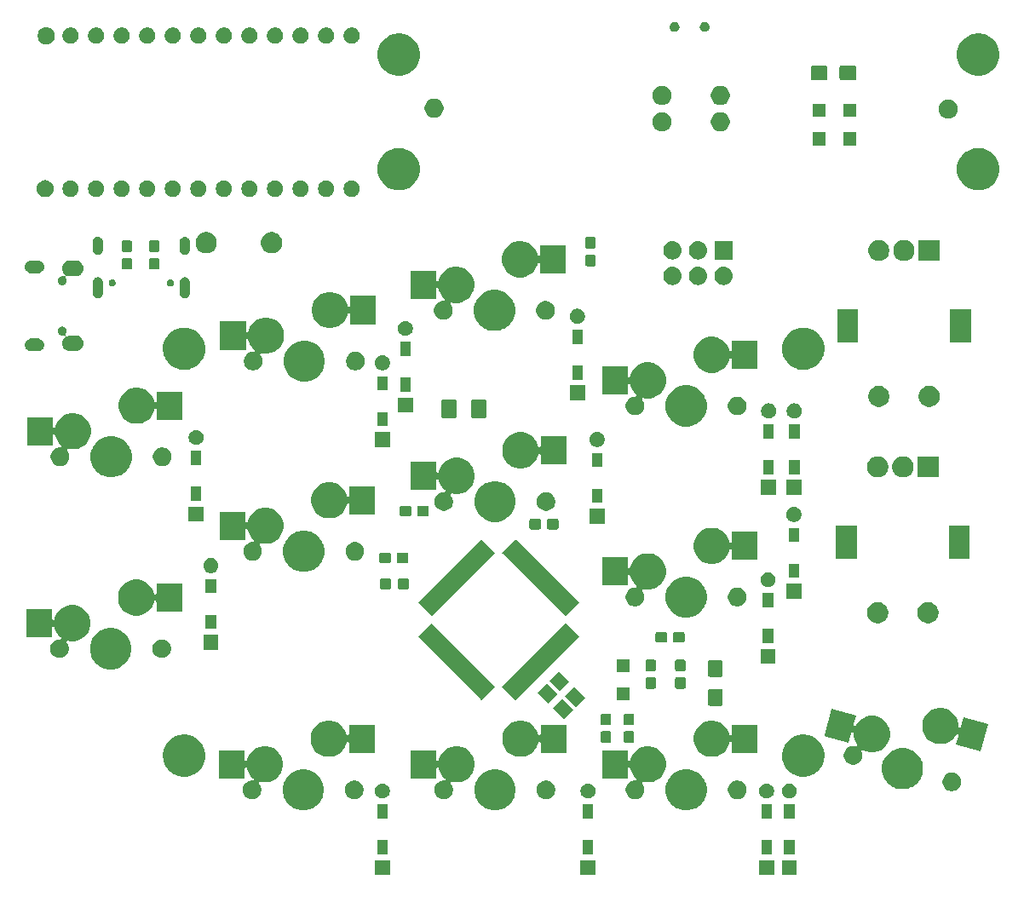
<source format=gbs>
G04 #@! TF.GenerationSoftware,KiCad,Pcbnew,(5.1.4-0-10_14)*
G04 #@! TF.CreationDate,2019-10-30T12:24:41+09:00*
G04 #@! TF.ProjectId,nilgiri_hotswap,6e696c67-6972-4695-9f68-6f7473776170,rev?*
G04 #@! TF.SameCoordinates,Original*
G04 #@! TF.FileFunction,Soldermask,Bot*
G04 #@! TF.FilePolarity,Negative*
%FSLAX46Y46*%
G04 Gerber Fmt 4.6, Leading zero omitted, Abs format (unit mm)*
G04 Created by KiCad (PCBNEW (5.1.4-0-10_14)) date 2019-10-30 12:24:41*
%MOMM*%
%LPD*%
G04 APERTURE LIST*
%ADD10C,0.100000*%
G04 APERTURE END LIST*
D10*
G36*
X163749500Y-123184500D02*
G01*
X162250500Y-123184500D01*
X162250500Y-121685500D01*
X163749500Y-121685500D01*
X163749500Y-123184500D01*
X163749500Y-123184500D01*
G37*
G36*
X161499500Y-123184500D02*
G01*
X160000500Y-123184500D01*
X160000500Y-121685500D01*
X161499500Y-121685500D01*
X161499500Y-123184500D01*
X161499500Y-123184500D01*
G37*
G36*
X143751500Y-123184500D02*
G01*
X142252500Y-123184500D01*
X142252500Y-121685500D01*
X143751500Y-121685500D01*
X143751500Y-123184500D01*
X143751500Y-123184500D01*
G37*
G36*
X123304500Y-123177500D02*
G01*
X121805500Y-123177500D01*
X121805500Y-121678500D01*
X123304500Y-121678500D01*
X123304500Y-123177500D01*
X123304500Y-123177500D01*
G37*
G36*
X163526000Y-121101000D02*
G01*
X162474000Y-121101000D01*
X162474000Y-119699000D01*
X163526000Y-119699000D01*
X163526000Y-121101000D01*
X163526000Y-121101000D01*
G37*
G36*
X161276000Y-121101000D02*
G01*
X160224000Y-121101000D01*
X160224000Y-119699000D01*
X161276000Y-119699000D01*
X161276000Y-121101000D01*
X161276000Y-121101000D01*
G37*
G36*
X143528000Y-121101000D02*
G01*
X142476000Y-121101000D01*
X142476000Y-119699000D01*
X143528000Y-119699000D01*
X143528000Y-121101000D01*
X143528000Y-121101000D01*
G37*
G36*
X123081000Y-121094000D02*
G01*
X122029000Y-121094000D01*
X122029000Y-119692000D01*
X123081000Y-119692000D01*
X123081000Y-121094000D01*
X123081000Y-121094000D01*
G37*
G36*
X163526000Y-117551000D02*
G01*
X162474000Y-117551000D01*
X162474000Y-116149000D01*
X163526000Y-116149000D01*
X163526000Y-117551000D01*
X163526000Y-117551000D01*
G37*
G36*
X161276000Y-117551000D02*
G01*
X160224000Y-117551000D01*
X160224000Y-116149000D01*
X161276000Y-116149000D01*
X161276000Y-117551000D01*
X161276000Y-117551000D01*
G37*
G36*
X143528000Y-117551000D02*
G01*
X142476000Y-117551000D01*
X142476000Y-116149000D01*
X143528000Y-116149000D01*
X143528000Y-117551000D01*
X143528000Y-117551000D01*
G37*
G36*
X123081000Y-117544000D02*
G01*
X122029000Y-117544000D01*
X122029000Y-116142000D01*
X123081000Y-116142000D01*
X123081000Y-117544000D01*
X123081000Y-117544000D01*
G37*
G36*
X153346474Y-112733684D02*
G01*
X153509969Y-112801406D01*
X153718623Y-112887833D01*
X154053548Y-113111623D01*
X154338377Y-113396452D01*
X154562167Y-113731377D01*
X154594562Y-113809586D01*
X154716316Y-114103526D01*
X154794900Y-114498594D01*
X154794900Y-114901406D01*
X154716316Y-115296474D01*
X154665451Y-115419272D01*
X154562167Y-115668623D01*
X154338377Y-116003548D01*
X154053548Y-116288377D01*
X153718623Y-116512167D01*
X153564474Y-116576017D01*
X153346474Y-116666316D01*
X152951406Y-116744900D01*
X152548594Y-116744900D01*
X152153526Y-116666316D01*
X151935526Y-116576017D01*
X151781377Y-116512167D01*
X151446452Y-116288377D01*
X151161623Y-116003548D01*
X150937833Y-115668623D01*
X150834549Y-115419272D01*
X150783684Y-115296474D01*
X150705100Y-114901406D01*
X150705100Y-114498594D01*
X150783684Y-114103526D01*
X150905438Y-113809586D01*
X150937833Y-113731377D01*
X151161623Y-113396452D01*
X151446452Y-113111623D01*
X151781377Y-112887833D01*
X151990031Y-112801406D01*
X152153526Y-112733684D01*
X152548594Y-112655100D01*
X152951406Y-112655100D01*
X153346474Y-112733684D01*
X153346474Y-112733684D01*
G37*
G36*
X134346474Y-112733684D02*
G01*
X134509969Y-112801406D01*
X134718623Y-112887833D01*
X135053548Y-113111623D01*
X135338377Y-113396452D01*
X135562167Y-113731377D01*
X135594562Y-113809586D01*
X135716316Y-114103526D01*
X135794900Y-114498594D01*
X135794900Y-114901406D01*
X135716316Y-115296474D01*
X135665451Y-115419272D01*
X135562167Y-115668623D01*
X135338377Y-116003548D01*
X135053548Y-116288377D01*
X134718623Y-116512167D01*
X134564474Y-116576017D01*
X134346474Y-116666316D01*
X133951406Y-116744900D01*
X133548594Y-116744900D01*
X133153526Y-116666316D01*
X132935526Y-116576017D01*
X132781377Y-116512167D01*
X132446452Y-116288377D01*
X132161623Y-116003548D01*
X131937833Y-115668623D01*
X131834549Y-115419272D01*
X131783684Y-115296474D01*
X131705100Y-114901406D01*
X131705100Y-114498594D01*
X131783684Y-114103526D01*
X131905438Y-113809586D01*
X131937833Y-113731377D01*
X132161623Y-113396452D01*
X132446452Y-113111623D01*
X132781377Y-112887833D01*
X132990031Y-112801406D01*
X133153526Y-112733684D01*
X133548594Y-112655100D01*
X133951406Y-112655100D01*
X134346474Y-112733684D01*
X134346474Y-112733684D01*
G37*
G36*
X115296474Y-112733684D02*
G01*
X115459969Y-112801406D01*
X115668623Y-112887833D01*
X116003548Y-113111623D01*
X116288377Y-113396452D01*
X116512167Y-113731377D01*
X116544562Y-113809586D01*
X116666316Y-114103526D01*
X116744900Y-114498594D01*
X116744900Y-114901406D01*
X116666316Y-115296474D01*
X116615451Y-115419272D01*
X116512167Y-115668623D01*
X116288377Y-116003548D01*
X116003548Y-116288377D01*
X115668623Y-116512167D01*
X115514474Y-116576017D01*
X115296474Y-116666316D01*
X114901406Y-116744900D01*
X114498594Y-116744900D01*
X114103526Y-116666316D01*
X113885526Y-116576017D01*
X113731377Y-116512167D01*
X113396452Y-116288377D01*
X113111623Y-116003548D01*
X112887833Y-115668623D01*
X112784549Y-115419272D01*
X112733684Y-115296474D01*
X112655100Y-114901406D01*
X112655100Y-114498594D01*
X112733684Y-114103526D01*
X112855438Y-113809586D01*
X112887833Y-113731377D01*
X113111623Y-113396452D01*
X113396452Y-113111623D01*
X113731377Y-112887833D01*
X113940031Y-112801406D01*
X114103526Y-112733684D01*
X114498594Y-112655100D01*
X114901406Y-112655100D01*
X115296474Y-112733684D01*
X115296474Y-112733684D01*
G37*
G36*
X120050104Y-113809585D02*
G01*
X120218626Y-113879389D01*
X120370291Y-113980728D01*
X120499272Y-114109709D01*
X120600611Y-114261374D01*
X120670415Y-114429896D01*
X120706000Y-114608797D01*
X120706000Y-114791203D01*
X120670415Y-114970104D01*
X120600611Y-115138626D01*
X120499272Y-115290291D01*
X120370291Y-115419272D01*
X120218626Y-115520611D01*
X120050104Y-115590415D01*
X119871203Y-115626000D01*
X119688797Y-115626000D01*
X119509896Y-115590415D01*
X119341374Y-115520611D01*
X119189709Y-115419272D01*
X119060728Y-115290291D01*
X118959389Y-115138626D01*
X118889585Y-114970104D01*
X118854000Y-114791203D01*
X118854000Y-114608797D01*
X118889585Y-114429896D01*
X118959389Y-114261374D01*
X119060728Y-114109709D01*
X119189709Y-113980728D01*
X119341374Y-113879389D01*
X119509896Y-113809585D01*
X119688797Y-113774000D01*
X119871203Y-113774000D01*
X120050104Y-113809585D01*
X120050104Y-113809585D01*
G37*
G36*
X111415331Y-110428211D02*
G01*
X111743092Y-110563974D01*
X112038070Y-110761072D01*
X112288928Y-111011930D01*
X112486026Y-111306908D01*
X112621789Y-111634669D01*
X112691000Y-111982616D01*
X112691000Y-112337384D01*
X112621789Y-112685331D01*
X112486026Y-113013092D01*
X112288928Y-113308070D01*
X112038070Y-113558928D01*
X111743092Y-113756026D01*
X111415331Y-113891789D01*
X111067384Y-113961000D01*
X110712616Y-113961000D01*
X110463425Y-113911433D01*
X110439039Y-113909031D01*
X110414653Y-113911433D01*
X110391204Y-113918546D01*
X110369593Y-113930097D01*
X110350651Y-113945642D01*
X110335106Y-113964584D01*
X110323555Y-113986195D01*
X110316442Y-114009644D01*
X110314040Y-114034030D01*
X110316442Y-114058416D01*
X110323555Y-114081865D01*
X110335106Y-114103476D01*
X110339268Y-114109705D01*
X110339272Y-114109709D01*
X110440611Y-114261374D01*
X110510415Y-114429896D01*
X110546000Y-114608797D01*
X110546000Y-114791203D01*
X110510415Y-114970104D01*
X110440611Y-115138626D01*
X110339272Y-115290291D01*
X110210291Y-115419272D01*
X110058626Y-115520611D01*
X109890104Y-115590415D01*
X109711203Y-115626000D01*
X109528797Y-115626000D01*
X109349896Y-115590415D01*
X109181374Y-115520611D01*
X109029709Y-115419272D01*
X108900728Y-115290291D01*
X108799389Y-115138626D01*
X108729585Y-114970104D01*
X108694000Y-114791203D01*
X108694000Y-114608797D01*
X108729585Y-114429896D01*
X108799389Y-114261374D01*
X108900728Y-114109709D01*
X109029709Y-113980728D01*
X109181374Y-113879389D01*
X109349896Y-113809585D01*
X109528797Y-113774000D01*
X109655227Y-113774000D01*
X109679613Y-113771598D01*
X109703062Y-113764485D01*
X109724673Y-113752934D01*
X109743615Y-113737389D01*
X109759160Y-113718447D01*
X109770711Y-113696836D01*
X109777824Y-113673387D01*
X109780226Y-113649001D01*
X109777824Y-113624615D01*
X109770711Y-113601166D01*
X109759160Y-113579555D01*
X109743615Y-113560613D01*
X109491072Y-113308070D01*
X109293974Y-113013092D01*
X109158211Y-112685331D01*
X109137596Y-112581693D01*
X109130483Y-112558244D01*
X109118932Y-112536633D01*
X109103387Y-112517691D01*
X109084445Y-112502146D01*
X109062834Y-112490595D01*
X109039385Y-112483482D01*
X109014999Y-112481080D01*
X108990613Y-112483482D01*
X108967164Y-112490595D01*
X108945553Y-112502146D01*
X108926611Y-112517691D01*
X108911066Y-112536633D01*
X108899515Y-112558244D01*
X108892402Y-112581693D01*
X108890000Y-112606079D01*
X108890000Y-113560000D01*
X106340000Y-113560000D01*
X106340000Y-110760000D01*
X108890000Y-110760000D01*
X108890000Y-111713921D01*
X108892402Y-111738307D01*
X108899515Y-111761756D01*
X108911066Y-111783367D01*
X108926611Y-111802309D01*
X108945553Y-111817854D01*
X108967164Y-111829405D01*
X108990613Y-111836518D01*
X109014999Y-111838920D01*
X109039385Y-111836518D01*
X109062834Y-111829405D01*
X109084445Y-111817854D01*
X109103387Y-111802309D01*
X109118932Y-111783367D01*
X109130483Y-111761756D01*
X109137596Y-111738307D01*
X109158211Y-111634669D01*
X109293974Y-111306908D01*
X109491072Y-111011930D01*
X109741930Y-110761072D01*
X110036908Y-110563974D01*
X110364669Y-110428211D01*
X110712616Y-110359000D01*
X111067384Y-110359000D01*
X111415331Y-110428211D01*
X111415331Y-110428211D01*
G37*
G36*
X130465331Y-110428211D02*
G01*
X130793092Y-110563974D01*
X131088070Y-110761072D01*
X131338928Y-111011930D01*
X131536026Y-111306908D01*
X131671789Y-111634669D01*
X131741000Y-111982616D01*
X131741000Y-112337384D01*
X131671789Y-112685331D01*
X131536026Y-113013092D01*
X131338928Y-113308070D01*
X131088070Y-113558928D01*
X130793092Y-113756026D01*
X130465331Y-113891789D01*
X130117384Y-113961000D01*
X129762616Y-113961000D01*
X129513425Y-113911433D01*
X129489039Y-113909031D01*
X129464653Y-113911433D01*
X129441204Y-113918546D01*
X129419593Y-113930097D01*
X129400651Y-113945642D01*
X129385106Y-113964584D01*
X129373555Y-113986195D01*
X129366442Y-114009644D01*
X129364040Y-114034030D01*
X129366442Y-114058416D01*
X129373555Y-114081865D01*
X129385106Y-114103476D01*
X129389268Y-114109705D01*
X129389272Y-114109709D01*
X129490611Y-114261374D01*
X129560415Y-114429896D01*
X129596000Y-114608797D01*
X129596000Y-114791203D01*
X129560415Y-114970104D01*
X129490611Y-115138626D01*
X129389272Y-115290291D01*
X129260291Y-115419272D01*
X129108626Y-115520611D01*
X128940104Y-115590415D01*
X128761203Y-115626000D01*
X128578797Y-115626000D01*
X128399896Y-115590415D01*
X128231374Y-115520611D01*
X128079709Y-115419272D01*
X127950728Y-115290291D01*
X127849389Y-115138626D01*
X127779585Y-114970104D01*
X127744000Y-114791203D01*
X127744000Y-114608797D01*
X127779585Y-114429896D01*
X127849389Y-114261374D01*
X127950728Y-114109709D01*
X128079709Y-113980728D01*
X128231374Y-113879389D01*
X128399896Y-113809585D01*
X128578797Y-113774000D01*
X128705227Y-113774000D01*
X128729613Y-113771598D01*
X128753062Y-113764485D01*
X128774673Y-113752934D01*
X128793615Y-113737389D01*
X128809160Y-113718447D01*
X128820711Y-113696836D01*
X128827824Y-113673387D01*
X128830226Y-113649001D01*
X128827824Y-113624615D01*
X128820711Y-113601166D01*
X128809160Y-113579555D01*
X128793615Y-113560613D01*
X128541072Y-113308070D01*
X128343974Y-113013092D01*
X128208211Y-112685331D01*
X128187596Y-112581693D01*
X128180483Y-112558244D01*
X128168932Y-112536633D01*
X128153387Y-112517691D01*
X128134445Y-112502146D01*
X128112834Y-112490595D01*
X128089385Y-112483482D01*
X128064999Y-112481080D01*
X128040613Y-112483482D01*
X128017164Y-112490595D01*
X127995553Y-112502146D01*
X127976611Y-112517691D01*
X127961066Y-112536633D01*
X127949515Y-112558244D01*
X127942402Y-112581693D01*
X127940000Y-112606079D01*
X127940000Y-113560000D01*
X125390000Y-113560000D01*
X125390000Y-110760000D01*
X127940000Y-110760000D01*
X127940000Y-111713921D01*
X127942402Y-111738307D01*
X127949515Y-111761756D01*
X127961066Y-111783367D01*
X127976611Y-111802309D01*
X127995553Y-111817854D01*
X128017164Y-111829405D01*
X128040613Y-111836518D01*
X128064999Y-111838920D01*
X128089385Y-111836518D01*
X128112834Y-111829405D01*
X128134445Y-111817854D01*
X128153387Y-111802309D01*
X128168932Y-111783367D01*
X128180483Y-111761756D01*
X128187596Y-111738307D01*
X128208211Y-111634669D01*
X128343974Y-111306908D01*
X128541072Y-111011930D01*
X128791930Y-110761072D01*
X129086908Y-110563974D01*
X129414669Y-110428211D01*
X129762616Y-110359000D01*
X130117384Y-110359000D01*
X130465331Y-110428211D01*
X130465331Y-110428211D01*
G37*
G36*
X139100104Y-113809585D02*
G01*
X139268626Y-113879389D01*
X139420291Y-113980728D01*
X139549272Y-114109709D01*
X139650611Y-114261374D01*
X139720415Y-114429896D01*
X139756000Y-114608797D01*
X139756000Y-114791203D01*
X139720415Y-114970104D01*
X139650611Y-115138626D01*
X139549272Y-115290291D01*
X139420291Y-115419272D01*
X139268626Y-115520611D01*
X139100104Y-115590415D01*
X138921203Y-115626000D01*
X138738797Y-115626000D01*
X138559896Y-115590415D01*
X138391374Y-115520611D01*
X138239709Y-115419272D01*
X138110728Y-115290291D01*
X138009389Y-115138626D01*
X137939585Y-114970104D01*
X137904000Y-114791203D01*
X137904000Y-114608797D01*
X137939585Y-114429896D01*
X138009389Y-114261374D01*
X138110728Y-114109709D01*
X138239709Y-113980728D01*
X138391374Y-113879389D01*
X138559896Y-113809585D01*
X138738797Y-113774000D01*
X138921203Y-113774000D01*
X139100104Y-113809585D01*
X139100104Y-113809585D01*
G37*
G36*
X149465331Y-110428211D02*
G01*
X149793092Y-110563974D01*
X150088070Y-110761072D01*
X150338928Y-111011930D01*
X150536026Y-111306908D01*
X150671789Y-111634669D01*
X150741000Y-111982616D01*
X150741000Y-112337384D01*
X150671789Y-112685331D01*
X150536026Y-113013092D01*
X150338928Y-113308070D01*
X150088070Y-113558928D01*
X149793092Y-113756026D01*
X149465331Y-113891789D01*
X149117384Y-113961000D01*
X148762616Y-113961000D01*
X148513425Y-113911433D01*
X148489039Y-113909031D01*
X148464653Y-113911433D01*
X148441204Y-113918546D01*
X148419593Y-113930097D01*
X148400651Y-113945642D01*
X148385106Y-113964584D01*
X148373555Y-113986195D01*
X148366442Y-114009644D01*
X148364040Y-114034030D01*
X148366442Y-114058416D01*
X148373555Y-114081865D01*
X148385106Y-114103476D01*
X148389268Y-114109705D01*
X148389272Y-114109709D01*
X148490611Y-114261374D01*
X148560415Y-114429896D01*
X148596000Y-114608797D01*
X148596000Y-114791203D01*
X148560415Y-114970104D01*
X148490611Y-115138626D01*
X148389272Y-115290291D01*
X148260291Y-115419272D01*
X148108626Y-115520611D01*
X147940104Y-115590415D01*
X147761203Y-115626000D01*
X147578797Y-115626000D01*
X147399896Y-115590415D01*
X147231374Y-115520611D01*
X147079709Y-115419272D01*
X146950728Y-115290291D01*
X146849389Y-115138626D01*
X146779585Y-114970104D01*
X146744000Y-114791203D01*
X146744000Y-114608797D01*
X146779585Y-114429896D01*
X146849389Y-114261374D01*
X146950728Y-114109709D01*
X147079709Y-113980728D01*
X147231374Y-113879389D01*
X147399896Y-113809585D01*
X147578797Y-113774000D01*
X147705227Y-113774000D01*
X147729613Y-113771598D01*
X147753062Y-113764485D01*
X147774673Y-113752934D01*
X147793615Y-113737389D01*
X147809160Y-113718447D01*
X147820711Y-113696836D01*
X147827824Y-113673387D01*
X147830226Y-113649001D01*
X147827824Y-113624615D01*
X147820711Y-113601166D01*
X147809160Y-113579555D01*
X147793615Y-113560613D01*
X147541072Y-113308070D01*
X147343974Y-113013092D01*
X147208211Y-112685331D01*
X147187596Y-112581693D01*
X147180483Y-112558244D01*
X147168932Y-112536633D01*
X147153387Y-112517691D01*
X147134445Y-112502146D01*
X147112834Y-112490595D01*
X147089385Y-112483482D01*
X147064999Y-112481080D01*
X147040613Y-112483482D01*
X147017164Y-112490595D01*
X146995553Y-112502146D01*
X146976611Y-112517691D01*
X146961066Y-112536633D01*
X146949515Y-112558244D01*
X146942402Y-112581693D01*
X146940000Y-112606079D01*
X146940000Y-113560000D01*
X144390000Y-113560000D01*
X144390000Y-110760000D01*
X146940000Y-110760000D01*
X146940000Y-111713921D01*
X146942402Y-111738307D01*
X146949515Y-111761756D01*
X146961066Y-111783367D01*
X146976611Y-111802309D01*
X146995553Y-111817854D01*
X147017164Y-111829405D01*
X147040613Y-111836518D01*
X147064999Y-111838920D01*
X147089385Y-111836518D01*
X147112834Y-111829405D01*
X147134445Y-111817854D01*
X147153387Y-111802309D01*
X147168932Y-111783367D01*
X147180483Y-111761756D01*
X147187596Y-111738307D01*
X147208211Y-111634669D01*
X147343974Y-111306908D01*
X147541072Y-111011930D01*
X147791930Y-110761072D01*
X148086908Y-110563974D01*
X148414669Y-110428211D01*
X148762616Y-110359000D01*
X149117384Y-110359000D01*
X149465331Y-110428211D01*
X149465331Y-110428211D01*
G37*
G36*
X158100104Y-113809585D02*
G01*
X158268626Y-113879389D01*
X158420291Y-113980728D01*
X158549272Y-114109709D01*
X158650611Y-114261374D01*
X158720415Y-114429896D01*
X158756000Y-114608797D01*
X158756000Y-114791203D01*
X158720415Y-114970104D01*
X158650611Y-115138626D01*
X158549272Y-115290291D01*
X158420291Y-115419272D01*
X158268626Y-115520611D01*
X158100104Y-115590415D01*
X157921203Y-115626000D01*
X157738797Y-115626000D01*
X157559896Y-115590415D01*
X157391374Y-115520611D01*
X157239709Y-115419272D01*
X157110728Y-115290291D01*
X157009389Y-115138626D01*
X156939585Y-114970104D01*
X156904000Y-114791203D01*
X156904000Y-114608797D01*
X156939585Y-114429896D01*
X157009389Y-114261374D01*
X157110728Y-114109709D01*
X157239709Y-113980728D01*
X157391374Y-113879389D01*
X157559896Y-113809585D01*
X157738797Y-113774000D01*
X157921203Y-113774000D01*
X158100104Y-113809585D01*
X158100104Y-113809585D01*
G37*
G36*
X163094425Y-114069599D02*
G01*
X163218621Y-114094302D01*
X163355022Y-114150801D01*
X163477779Y-114232825D01*
X163582175Y-114337221D01*
X163664199Y-114459978D01*
X163720698Y-114596379D01*
X163745401Y-114720575D01*
X163748108Y-114734180D01*
X163749500Y-114741181D01*
X163749500Y-114888819D01*
X163720698Y-115033621D01*
X163664199Y-115170022D01*
X163582175Y-115292779D01*
X163477779Y-115397175D01*
X163355022Y-115479199D01*
X163218621Y-115535698D01*
X163109011Y-115557500D01*
X163073820Y-115564500D01*
X162926180Y-115564500D01*
X162890989Y-115557500D01*
X162781379Y-115535698D01*
X162644978Y-115479199D01*
X162522221Y-115397175D01*
X162417825Y-115292779D01*
X162335801Y-115170022D01*
X162279302Y-115033621D01*
X162250500Y-114888819D01*
X162250500Y-114741181D01*
X162251893Y-114734180D01*
X162254599Y-114720575D01*
X162279302Y-114596379D01*
X162335801Y-114459978D01*
X162417825Y-114337221D01*
X162522221Y-114232825D01*
X162644978Y-114150801D01*
X162781379Y-114094302D01*
X162905575Y-114069599D01*
X162926180Y-114065500D01*
X163073820Y-114065500D01*
X163094425Y-114069599D01*
X163094425Y-114069599D01*
G37*
G36*
X143096425Y-114069599D02*
G01*
X143220621Y-114094302D01*
X143357022Y-114150801D01*
X143479779Y-114232825D01*
X143584175Y-114337221D01*
X143666199Y-114459978D01*
X143722698Y-114596379D01*
X143747401Y-114720575D01*
X143750108Y-114734180D01*
X143751500Y-114741181D01*
X143751500Y-114888819D01*
X143722698Y-115033621D01*
X143666199Y-115170022D01*
X143584175Y-115292779D01*
X143479779Y-115397175D01*
X143357022Y-115479199D01*
X143220621Y-115535698D01*
X143111011Y-115557500D01*
X143075820Y-115564500D01*
X142928180Y-115564500D01*
X142892989Y-115557500D01*
X142783379Y-115535698D01*
X142646978Y-115479199D01*
X142524221Y-115397175D01*
X142419825Y-115292779D01*
X142337801Y-115170022D01*
X142281302Y-115033621D01*
X142252500Y-114888819D01*
X142252500Y-114741181D01*
X142253893Y-114734180D01*
X142256599Y-114720575D01*
X142281302Y-114596379D01*
X142337801Y-114459978D01*
X142419825Y-114337221D01*
X142524221Y-114232825D01*
X142646978Y-114150801D01*
X142783379Y-114094302D01*
X142907575Y-114069599D01*
X142928180Y-114065500D01*
X143075820Y-114065500D01*
X143096425Y-114069599D01*
X143096425Y-114069599D01*
G37*
G36*
X160844425Y-114069599D02*
G01*
X160968621Y-114094302D01*
X161105022Y-114150801D01*
X161227779Y-114232825D01*
X161332175Y-114337221D01*
X161414199Y-114459978D01*
X161470698Y-114596379D01*
X161495401Y-114720575D01*
X161498108Y-114734180D01*
X161499500Y-114741181D01*
X161499500Y-114888819D01*
X161470698Y-115033621D01*
X161414199Y-115170022D01*
X161332175Y-115292779D01*
X161227779Y-115397175D01*
X161105022Y-115479199D01*
X160968621Y-115535698D01*
X160859011Y-115557500D01*
X160823820Y-115564500D01*
X160676180Y-115564500D01*
X160640989Y-115557500D01*
X160531379Y-115535698D01*
X160394978Y-115479199D01*
X160272221Y-115397175D01*
X160167825Y-115292779D01*
X160085801Y-115170022D01*
X160029302Y-115033621D01*
X160000500Y-114888819D01*
X160000500Y-114741181D01*
X160001893Y-114734180D01*
X160004599Y-114720575D01*
X160029302Y-114596379D01*
X160085801Y-114459978D01*
X160167825Y-114337221D01*
X160272221Y-114232825D01*
X160394978Y-114150801D01*
X160531379Y-114094302D01*
X160655575Y-114069599D01*
X160676180Y-114065500D01*
X160823820Y-114065500D01*
X160844425Y-114069599D01*
X160844425Y-114069599D01*
G37*
G36*
X122649425Y-114062599D02*
G01*
X122773621Y-114087302D01*
X122910022Y-114143801D01*
X123032779Y-114225825D01*
X123137175Y-114330221D01*
X123219199Y-114452978D01*
X123275698Y-114589379D01*
X123286741Y-114644900D01*
X123304500Y-114734180D01*
X123304500Y-114881820D01*
X123300604Y-114901405D01*
X123275698Y-115026621D01*
X123219199Y-115163022D01*
X123137175Y-115285779D01*
X123032779Y-115390175D01*
X122910022Y-115472199D01*
X122773621Y-115528698D01*
X122649425Y-115553401D01*
X122628820Y-115557500D01*
X122481180Y-115557500D01*
X122460575Y-115553401D01*
X122336379Y-115528698D01*
X122199978Y-115472199D01*
X122077221Y-115390175D01*
X121972825Y-115285779D01*
X121890801Y-115163022D01*
X121834302Y-115026621D01*
X121809396Y-114901405D01*
X121805500Y-114881820D01*
X121805500Y-114734180D01*
X121823259Y-114644900D01*
X121834302Y-114589379D01*
X121890801Y-114452978D01*
X121972825Y-114330221D01*
X122077221Y-114225825D01*
X122199978Y-114143801D01*
X122336379Y-114087302D01*
X122460575Y-114062599D01*
X122481180Y-114058500D01*
X122628820Y-114058500D01*
X122649425Y-114062599D01*
X122649425Y-114062599D01*
G37*
G36*
X179427007Y-113024386D02*
G01*
X179595529Y-113094190D01*
X179747194Y-113195529D01*
X179876175Y-113324510D01*
X179977514Y-113476175D01*
X180047318Y-113644697D01*
X180082903Y-113823598D01*
X180082903Y-114006004D01*
X180047318Y-114184905D01*
X179977514Y-114353427D01*
X179876175Y-114505092D01*
X179747194Y-114634073D01*
X179595529Y-114735412D01*
X179427007Y-114805216D01*
X179248106Y-114840801D01*
X179065700Y-114840801D01*
X178886799Y-114805216D01*
X178718277Y-114735412D01*
X178566612Y-114634073D01*
X178437631Y-114505092D01*
X178336292Y-114353427D01*
X178266488Y-114184905D01*
X178230903Y-114006004D01*
X178230903Y-113823598D01*
X178266488Y-113644697D01*
X178336292Y-113476175D01*
X178437631Y-113324510D01*
X178566612Y-113195529D01*
X178718277Y-113094190D01*
X178886799Y-113024386D01*
X179065700Y-112988801D01*
X179248106Y-112988801D01*
X179427007Y-113024386D01*
X179427007Y-113024386D01*
G37*
G36*
X174846474Y-110633684D02*
G01*
X174994284Y-110694909D01*
X175218623Y-110787833D01*
X175553548Y-111011623D01*
X175838377Y-111296452D01*
X176062167Y-111631377D01*
X176100460Y-111723825D01*
X176216316Y-112003526D01*
X176294900Y-112398594D01*
X176294900Y-112801406D01*
X176216316Y-113196474D01*
X176163281Y-113324511D01*
X176062167Y-113568623D01*
X175838377Y-113903548D01*
X175553548Y-114188377D01*
X175218623Y-114412167D01*
X175103196Y-114459978D01*
X174846474Y-114566316D01*
X174451406Y-114644900D01*
X174048594Y-114644900D01*
X173653526Y-114566316D01*
X173396804Y-114459978D01*
X173281377Y-114412167D01*
X172946452Y-114188377D01*
X172661623Y-113903548D01*
X172437833Y-113568623D01*
X172336719Y-113324511D01*
X172283684Y-113196474D01*
X172205100Y-112801406D01*
X172205100Y-112398594D01*
X172283684Y-112003526D01*
X172399540Y-111723825D01*
X172437833Y-111631377D01*
X172661623Y-111296452D01*
X172946452Y-111011623D01*
X173281377Y-110787833D01*
X173505716Y-110694909D01*
X173653526Y-110633684D01*
X174048594Y-110555100D01*
X174451406Y-110555100D01*
X174846474Y-110633684D01*
X174846474Y-110633684D01*
G37*
G36*
X164866336Y-109255627D02*
G01*
X165001639Y-109282540D01*
X165383997Y-109440918D01*
X165470275Y-109498567D01*
X165728109Y-109670846D01*
X166020754Y-109963491D01*
X166066233Y-110031555D01*
X166198815Y-110229978D01*
X166250683Y-110307605D01*
X166267108Y-110347259D01*
X166409060Y-110689961D01*
X166423205Y-110761072D01*
X166489800Y-111095868D01*
X166489800Y-111509732D01*
X166464948Y-111634669D01*
X166409060Y-111915639D01*
X166250682Y-112297997D01*
X166134938Y-112471220D01*
X166020754Y-112642109D01*
X165728109Y-112934754D01*
X165610866Y-113013093D01*
X165383997Y-113164682D01*
X165383996Y-113164683D01*
X165383995Y-113164683D01*
X165307242Y-113196475D01*
X165001639Y-113323060D01*
X164866336Y-113349973D01*
X164595732Y-113403800D01*
X164181868Y-113403800D01*
X163911264Y-113349973D01*
X163775961Y-113323060D01*
X163470358Y-113196475D01*
X163393605Y-113164683D01*
X163393604Y-113164683D01*
X163393603Y-113164682D01*
X163166734Y-113013093D01*
X163049491Y-112934754D01*
X162756846Y-112642109D01*
X162642662Y-112471220D01*
X162526918Y-112297997D01*
X162368540Y-111915639D01*
X162312652Y-111634669D01*
X162287800Y-111509732D01*
X162287800Y-111095868D01*
X162354395Y-110761072D01*
X162368540Y-110689961D01*
X162510492Y-110347259D01*
X162526917Y-110307605D01*
X162578786Y-110229978D01*
X162711367Y-110031555D01*
X162756846Y-109963491D01*
X163049491Y-109670846D01*
X163307325Y-109498567D01*
X163393603Y-109440918D01*
X163775961Y-109282540D01*
X163911264Y-109255627D01*
X164181868Y-109201800D01*
X164595732Y-109201800D01*
X164866336Y-109255627D01*
X164866336Y-109255627D01*
G37*
G36*
X103347536Y-109255627D02*
G01*
X103482839Y-109282540D01*
X103865197Y-109440918D01*
X103951475Y-109498567D01*
X104209309Y-109670846D01*
X104501954Y-109963491D01*
X104547433Y-110031555D01*
X104680015Y-110229978D01*
X104731883Y-110307605D01*
X104748308Y-110347259D01*
X104890260Y-110689961D01*
X104904405Y-110761072D01*
X104971000Y-111095868D01*
X104971000Y-111509732D01*
X104946148Y-111634669D01*
X104890260Y-111915639D01*
X104731882Y-112297997D01*
X104616138Y-112471220D01*
X104501954Y-112642109D01*
X104209309Y-112934754D01*
X104092066Y-113013093D01*
X103865197Y-113164682D01*
X103865196Y-113164683D01*
X103865195Y-113164683D01*
X103788442Y-113196475D01*
X103482839Y-113323060D01*
X103347536Y-113349973D01*
X103076932Y-113403800D01*
X102663068Y-113403800D01*
X102392464Y-113349973D01*
X102257161Y-113323060D01*
X101951558Y-113196475D01*
X101874805Y-113164683D01*
X101874804Y-113164683D01*
X101874803Y-113164682D01*
X101647934Y-113013093D01*
X101530691Y-112934754D01*
X101238046Y-112642109D01*
X101123862Y-112471220D01*
X101008118Y-112297997D01*
X100849740Y-111915639D01*
X100793852Y-111634669D01*
X100769000Y-111509732D01*
X100769000Y-111095868D01*
X100835595Y-110761072D01*
X100849740Y-110689961D01*
X100991692Y-110347259D01*
X101008117Y-110307605D01*
X101059986Y-110229978D01*
X101192567Y-110031555D01*
X101238046Y-109963491D01*
X101530691Y-109670846D01*
X101788525Y-109498567D01*
X101874803Y-109440918D01*
X102257161Y-109282540D01*
X102392464Y-109255627D01*
X102663068Y-109201800D01*
X103076932Y-109201800D01*
X103347536Y-109255627D01*
X103347536Y-109255627D01*
G37*
G36*
X169657718Y-107290513D02*
G01*
X169416555Y-108190546D01*
X169412564Y-108214723D01*
X169413365Y-108239214D01*
X169418930Y-108263078D01*
X169429043Y-108285398D01*
X169443316Y-108305316D01*
X169461200Y-108322066D01*
X169482009Y-108335006D01*
X169504943Y-108343638D01*
X169529120Y-108347629D01*
X169553611Y-108346828D01*
X169577475Y-108341263D01*
X169599795Y-108331150D01*
X169619713Y-108316877D01*
X169641228Y-108292344D01*
X169828295Y-108012378D01*
X170079153Y-107761520D01*
X170374131Y-107564422D01*
X170701892Y-107428659D01*
X171049839Y-107359448D01*
X171404607Y-107359448D01*
X171752554Y-107428659D01*
X172080315Y-107564422D01*
X172375293Y-107761520D01*
X172626151Y-108012378D01*
X172823249Y-108307356D01*
X172959012Y-108635117D01*
X173028223Y-108983064D01*
X173028223Y-109337832D01*
X172959012Y-109685779D01*
X172823249Y-110013540D01*
X172626151Y-110308518D01*
X172375293Y-110559376D01*
X172080315Y-110756474D01*
X171752554Y-110892237D01*
X171404607Y-110961448D01*
X171049839Y-110961448D01*
X170701892Y-110892237D01*
X170374050Y-110756441D01*
X170352584Y-110744968D01*
X170329134Y-110737856D01*
X170304748Y-110735455D01*
X170280362Y-110737858D01*
X170256913Y-110744972D01*
X170235303Y-110756524D01*
X170216362Y-110772071D01*
X170200818Y-110791013D01*
X170189268Y-110812624D01*
X170182156Y-110836074D01*
X170179755Y-110860460D01*
X170182158Y-110884846D01*
X170189266Y-110908275D01*
X170233512Y-111015095D01*
X170269097Y-111193996D01*
X170269097Y-111376402D01*
X170233512Y-111555303D01*
X170163708Y-111723825D01*
X170062369Y-111875490D01*
X169933388Y-112004471D01*
X169781723Y-112105810D01*
X169613201Y-112175614D01*
X169434300Y-112211199D01*
X169251894Y-112211199D01*
X169072993Y-112175614D01*
X168904471Y-112105810D01*
X168752806Y-112004471D01*
X168623825Y-111875490D01*
X168522486Y-111723825D01*
X168452682Y-111555303D01*
X168417097Y-111376402D01*
X168417097Y-111193996D01*
X168452682Y-111015095D01*
X168522486Y-110846573D01*
X168623825Y-110694908D01*
X168752806Y-110565927D01*
X168904471Y-110464588D01*
X169072993Y-110394784D01*
X169251894Y-110359199D01*
X169434300Y-110359199D01*
X169613201Y-110394784D01*
X169613208Y-110394787D01*
X169617014Y-110395544D01*
X169633057Y-110400410D01*
X169657443Y-110402812D01*
X169681829Y-110400410D01*
X169705278Y-110393297D01*
X169726889Y-110381746D01*
X169745831Y-110366201D01*
X169761376Y-110347259D01*
X169772927Y-110325648D01*
X169780040Y-110302199D01*
X169782442Y-110277813D01*
X169780040Y-110253427D01*
X169772927Y-110229978D01*
X169761376Y-110208367D01*
X169631197Y-110013540D01*
X169495434Y-109685779D01*
X169426223Y-109337832D01*
X169426223Y-109103925D01*
X169423821Y-109079539D01*
X169416708Y-109056090D01*
X169405157Y-109034479D01*
X169389612Y-109015537D01*
X169370670Y-108999992D01*
X169349059Y-108988441D01*
X169325610Y-108981328D01*
X169301224Y-108978926D01*
X169276838Y-108981328D01*
X169253389Y-108988441D01*
X169231778Y-108999992D01*
X169212836Y-109015537D01*
X169197291Y-109034479D01*
X169185740Y-109056090D01*
X169180487Y-109071565D01*
X168933025Y-109995105D01*
X168933024Y-109995105D01*
X166469914Y-109335117D01*
X166480336Y-109296222D01*
X167194607Y-106630525D01*
X167194608Y-106630525D01*
X169657718Y-107290513D01*
X169657718Y-107290513D01*
G37*
G36*
X136815331Y-107888211D02*
G01*
X137143092Y-108023974D01*
X137438070Y-108221072D01*
X137688928Y-108471930D01*
X137886026Y-108766908D01*
X138021789Y-109094669D01*
X138042404Y-109198307D01*
X138049517Y-109221756D01*
X138061068Y-109243367D01*
X138076613Y-109262309D01*
X138095555Y-109277854D01*
X138117166Y-109289405D01*
X138140615Y-109296518D01*
X138165001Y-109298920D01*
X138189387Y-109296518D01*
X138212836Y-109289405D01*
X138234447Y-109277854D01*
X138253389Y-109262309D01*
X138268934Y-109243367D01*
X138280485Y-109221756D01*
X138287598Y-109198307D01*
X138290000Y-109173921D01*
X138290000Y-108220000D01*
X140840000Y-108220000D01*
X140840000Y-111020000D01*
X138290000Y-111020000D01*
X138290000Y-110066079D01*
X138287598Y-110041693D01*
X138280485Y-110018244D01*
X138268934Y-109996633D01*
X138253389Y-109977691D01*
X138234447Y-109962146D01*
X138212836Y-109950595D01*
X138189387Y-109943482D01*
X138165001Y-109941080D01*
X138140615Y-109943482D01*
X138117166Y-109950595D01*
X138095555Y-109962146D01*
X138076613Y-109977691D01*
X138061068Y-109996633D01*
X138049517Y-110018244D01*
X138042404Y-110041693D01*
X138021789Y-110145331D01*
X137886026Y-110473092D01*
X137688928Y-110768070D01*
X137438070Y-111018928D01*
X137143092Y-111216026D01*
X136815331Y-111351789D01*
X136467384Y-111421000D01*
X136112616Y-111421000D01*
X135764669Y-111351789D01*
X135436908Y-111216026D01*
X135141930Y-111018928D01*
X134891072Y-110768070D01*
X134693974Y-110473092D01*
X134558211Y-110145331D01*
X134489000Y-109797384D01*
X134489000Y-109442616D01*
X134558211Y-109094669D01*
X134693974Y-108766908D01*
X134891072Y-108471930D01*
X135141930Y-108221072D01*
X135436908Y-108023974D01*
X135764669Y-107888211D01*
X136112616Y-107819000D01*
X136467384Y-107819000D01*
X136815331Y-107888211D01*
X136815331Y-107888211D01*
G37*
G36*
X155815331Y-107888211D02*
G01*
X156143092Y-108023974D01*
X156438070Y-108221072D01*
X156688928Y-108471930D01*
X156886026Y-108766908D01*
X157021789Y-109094669D01*
X157042404Y-109198307D01*
X157049517Y-109221756D01*
X157061068Y-109243367D01*
X157076613Y-109262309D01*
X157095555Y-109277854D01*
X157117166Y-109289405D01*
X157140615Y-109296518D01*
X157165001Y-109298920D01*
X157189387Y-109296518D01*
X157212836Y-109289405D01*
X157234447Y-109277854D01*
X157253389Y-109262309D01*
X157268934Y-109243367D01*
X157280485Y-109221756D01*
X157287598Y-109198307D01*
X157290000Y-109173921D01*
X157290000Y-108220000D01*
X159840000Y-108220000D01*
X159840000Y-111020000D01*
X157290000Y-111020000D01*
X157290000Y-110066079D01*
X157287598Y-110041693D01*
X157280485Y-110018244D01*
X157268934Y-109996633D01*
X157253389Y-109977691D01*
X157234447Y-109962146D01*
X157212836Y-109950595D01*
X157189387Y-109943482D01*
X157165001Y-109941080D01*
X157140615Y-109943482D01*
X157117166Y-109950595D01*
X157095555Y-109962146D01*
X157076613Y-109977691D01*
X157061068Y-109996633D01*
X157049517Y-110018244D01*
X157042404Y-110041693D01*
X157021789Y-110145331D01*
X156886026Y-110473092D01*
X156688928Y-110768070D01*
X156438070Y-111018928D01*
X156143092Y-111216026D01*
X155815331Y-111351789D01*
X155467384Y-111421000D01*
X155112616Y-111421000D01*
X154764669Y-111351789D01*
X154436908Y-111216026D01*
X154141930Y-111018928D01*
X153891072Y-110768070D01*
X153693974Y-110473092D01*
X153558211Y-110145331D01*
X153489000Y-109797384D01*
X153489000Y-109442616D01*
X153558211Y-109094669D01*
X153693974Y-108766908D01*
X153891072Y-108471930D01*
X154141930Y-108221072D01*
X154436908Y-108023974D01*
X154764669Y-107888211D01*
X155112616Y-107819000D01*
X155467384Y-107819000D01*
X155815331Y-107888211D01*
X155815331Y-107888211D01*
G37*
G36*
X117765331Y-107888211D02*
G01*
X118093092Y-108023974D01*
X118388070Y-108221072D01*
X118638928Y-108471930D01*
X118836026Y-108766908D01*
X118971789Y-109094669D01*
X118992404Y-109198307D01*
X118999517Y-109221756D01*
X119011068Y-109243367D01*
X119026613Y-109262309D01*
X119045555Y-109277854D01*
X119067166Y-109289405D01*
X119090615Y-109296518D01*
X119115001Y-109298920D01*
X119139387Y-109296518D01*
X119162836Y-109289405D01*
X119184447Y-109277854D01*
X119203389Y-109262309D01*
X119218934Y-109243367D01*
X119230485Y-109221756D01*
X119237598Y-109198307D01*
X119240000Y-109173921D01*
X119240000Y-108220000D01*
X121790000Y-108220000D01*
X121790000Y-111020000D01*
X119240000Y-111020000D01*
X119240000Y-110066079D01*
X119237598Y-110041693D01*
X119230485Y-110018244D01*
X119218934Y-109996633D01*
X119203389Y-109977691D01*
X119184447Y-109962146D01*
X119162836Y-109950595D01*
X119139387Y-109943482D01*
X119115001Y-109941080D01*
X119090615Y-109943482D01*
X119067166Y-109950595D01*
X119045555Y-109962146D01*
X119026613Y-109977691D01*
X119011068Y-109996633D01*
X118999517Y-110018244D01*
X118992404Y-110041693D01*
X118971789Y-110145331D01*
X118836026Y-110473092D01*
X118638928Y-110768070D01*
X118388070Y-111018928D01*
X118093092Y-111216026D01*
X117765331Y-111351789D01*
X117417384Y-111421000D01*
X117062616Y-111421000D01*
X116714669Y-111351789D01*
X116386908Y-111216026D01*
X116091930Y-111018928D01*
X115841072Y-110768070D01*
X115643974Y-110473092D01*
X115508211Y-110145331D01*
X115439000Y-109797384D01*
X115439000Y-109442616D01*
X115508211Y-109094669D01*
X115643974Y-108766908D01*
X115841072Y-108471930D01*
X116091930Y-108221072D01*
X116386908Y-108023974D01*
X116714669Y-107888211D01*
X117062616Y-107819000D01*
X117417384Y-107819000D01*
X117765331Y-107888211D01*
X117765331Y-107888211D01*
G37*
G36*
X178543583Y-106618708D02*
G01*
X178871344Y-106754471D01*
X179166322Y-106951569D01*
X179417180Y-107202427D01*
X179614278Y-107497405D01*
X179750041Y-107825166D01*
X179819252Y-108173113D01*
X179819252Y-108407020D01*
X179821654Y-108431406D01*
X179828767Y-108454855D01*
X179840318Y-108476466D01*
X179855863Y-108495408D01*
X179874805Y-108510953D01*
X179896416Y-108522504D01*
X179919865Y-108529617D01*
X179944251Y-108532019D01*
X179968637Y-108529617D01*
X179992086Y-108522504D01*
X180013697Y-108510953D01*
X180032639Y-108495408D01*
X180048184Y-108476466D01*
X180059735Y-108454855D01*
X180064988Y-108439380D01*
X180312450Y-107515840D01*
X180312451Y-107515840D01*
X182750508Y-108169115D01*
X182775561Y-108175828D01*
X182050868Y-110880420D01*
X182050867Y-110880420D01*
X179587757Y-110220432D01*
X179828920Y-109320399D01*
X179832911Y-109296222D01*
X179832110Y-109271731D01*
X179826545Y-109247867D01*
X179816432Y-109225547D01*
X179802159Y-109205629D01*
X179784275Y-109188879D01*
X179763466Y-109175939D01*
X179740532Y-109167307D01*
X179716355Y-109163316D01*
X179691864Y-109164117D01*
X179668000Y-109169682D01*
X179645680Y-109179795D01*
X179625762Y-109194068D01*
X179604247Y-109218601D01*
X179417180Y-109498567D01*
X179166322Y-109749425D01*
X178871344Y-109946523D01*
X178543583Y-110082286D01*
X178195636Y-110151497D01*
X177840868Y-110151497D01*
X177492921Y-110082286D01*
X177165160Y-109946523D01*
X176870182Y-109749425D01*
X176619324Y-109498567D01*
X176422226Y-109203589D01*
X176286463Y-108875828D01*
X176217252Y-108527881D01*
X176217252Y-108173113D01*
X176286463Y-107825166D01*
X176422226Y-107497405D01*
X176619324Y-107202427D01*
X176870182Y-106951569D01*
X177165160Y-106754471D01*
X177492921Y-106618708D01*
X177840868Y-106549497D01*
X178195636Y-106549497D01*
X178543583Y-106618708D01*
X178543583Y-106618708D01*
G37*
G36*
X145144499Y-108888445D02*
G01*
X145181995Y-108899820D01*
X145216554Y-108918292D01*
X145246847Y-108943153D01*
X145271708Y-108973446D01*
X145290180Y-109008005D01*
X145301555Y-109045501D01*
X145306000Y-109090638D01*
X145306000Y-109829362D01*
X145301555Y-109874499D01*
X145290180Y-109911995D01*
X145271708Y-109946554D01*
X145246847Y-109976847D01*
X145216554Y-110001708D01*
X145181995Y-110020180D01*
X145144499Y-110031555D01*
X145099362Y-110036000D01*
X144460638Y-110036000D01*
X144415501Y-110031555D01*
X144378005Y-110020180D01*
X144343446Y-110001708D01*
X144313153Y-109976847D01*
X144288292Y-109946554D01*
X144269820Y-109911995D01*
X144258445Y-109874499D01*
X144254000Y-109829362D01*
X144254000Y-109090638D01*
X144258445Y-109045501D01*
X144269820Y-109008005D01*
X144288292Y-108973446D01*
X144313153Y-108943153D01*
X144343446Y-108918292D01*
X144378005Y-108899820D01*
X144415501Y-108888445D01*
X144460638Y-108884000D01*
X145099362Y-108884000D01*
X145144499Y-108888445D01*
X145144499Y-108888445D01*
G37*
G36*
X147430499Y-108888445D02*
G01*
X147467995Y-108899820D01*
X147502554Y-108918292D01*
X147532847Y-108943153D01*
X147557708Y-108973446D01*
X147576180Y-109008005D01*
X147587555Y-109045501D01*
X147592000Y-109090638D01*
X147592000Y-109829362D01*
X147587555Y-109874499D01*
X147576180Y-109911995D01*
X147557708Y-109946554D01*
X147532847Y-109976847D01*
X147502554Y-110001708D01*
X147467995Y-110020180D01*
X147430499Y-110031555D01*
X147385362Y-110036000D01*
X146746638Y-110036000D01*
X146701501Y-110031555D01*
X146664005Y-110020180D01*
X146629446Y-110001708D01*
X146599153Y-109976847D01*
X146574292Y-109946554D01*
X146555820Y-109911995D01*
X146544445Y-109874499D01*
X146540000Y-109829362D01*
X146540000Y-109090638D01*
X146544445Y-109045501D01*
X146555820Y-109008005D01*
X146574292Y-108973446D01*
X146599153Y-108943153D01*
X146629446Y-108918292D01*
X146664005Y-108899820D01*
X146701501Y-108888445D01*
X146746638Y-108884000D01*
X147385362Y-108884000D01*
X147430499Y-108888445D01*
X147430499Y-108888445D01*
G37*
G36*
X145144499Y-107138445D02*
G01*
X145181995Y-107149820D01*
X145216554Y-107168292D01*
X145246847Y-107193153D01*
X145271708Y-107223446D01*
X145290180Y-107258005D01*
X145301555Y-107295501D01*
X145306000Y-107340638D01*
X145306000Y-108079362D01*
X145301555Y-108124499D01*
X145290180Y-108161995D01*
X145271708Y-108196554D01*
X145246847Y-108226847D01*
X145216554Y-108251708D01*
X145181995Y-108270180D01*
X145144499Y-108281555D01*
X145099362Y-108286000D01*
X144460638Y-108286000D01*
X144415501Y-108281555D01*
X144378005Y-108270180D01*
X144343446Y-108251708D01*
X144313153Y-108226847D01*
X144288292Y-108196554D01*
X144269820Y-108161995D01*
X144258445Y-108124499D01*
X144254000Y-108079362D01*
X144254000Y-107340638D01*
X144258445Y-107295501D01*
X144269820Y-107258005D01*
X144288292Y-107223446D01*
X144313153Y-107193153D01*
X144343446Y-107168292D01*
X144378005Y-107149820D01*
X144415501Y-107138445D01*
X144460638Y-107134000D01*
X145099362Y-107134000D01*
X145144499Y-107138445D01*
X145144499Y-107138445D01*
G37*
G36*
X147430499Y-107138445D02*
G01*
X147467995Y-107149820D01*
X147502554Y-107168292D01*
X147532847Y-107193153D01*
X147557708Y-107223446D01*
X147576180Y-107258005D01*
X147587555Y-107295501D01*
X147592000Y-107340638D01*
X147592000Y-108079362D01*
X147587555Y-108124499D01*
X147576180Y-108161995D01*
X147557708Y-108196554D01*
X147532847Y-108226847D01*
X147502554Y-108251708D01*
X147467995Y-108270180D01*
X147430499Y-108281555D01*
X147385362Y-108286000D01*
X146746638Y-108286000D01*
X146701501Y-108281555D01*
X146664005Y-108270180D01*
X146629446Y-108251708D01*
X146599153Y-108226847D01*
X146574292Y-108196554D01*
X146555820Y-108161995D01*
X146544445Y-108124499D01*
X146540000Y-108079362D01*
X146540000Y-107340638D01*
X146544445Y-107295501D01*
X146555820Y-107258005D01*
X146574292Y-107223446D01*
X146599153Y-107193153D01*
X146629446Y-107168292D01*
X146664005Y-107149820D01*
X146701501Y-107138445D01*
X146746638Y-107134000D01*
X147385362Y-107134000D01*
X147430499Y-107138445D01*
X147430499Y-107138445D01*
G37*
G36*
X141503141Y-106732569D02*
G01*
X140582488Y-107653222D01*
X139520413Y-106591147D01*
X140441066Y-105670494D01*
X141503141Y-106732569D01*
X141503141Y-106732569D01*
G37*
G36*
X142705222Y-105530488D02*
G01*
X141784569Y-106451141D01*
X140722494Y-105389066D01*
X141643147Y-104468413D01*
X142705222Y-105530488D01*
X142705222Y-105530488D01*
G37*
G36*
X156239298Y-104688747D02*
G01*
X156274867Y-104699537D01*
X156307639Y-104717054D01*
X156336369Y-104740631D01*
X156359946Y-104769361D01*
X156377463Y-104802133D01*
X156388253Y-104837702D01*
X156392500Y-104880825D01*
X156392500Y-106165175D01*
X156388253Y-106208298D01*
X156377463Y-106243867D01*
X156359946Y-106276639D01*
X156336369Y-106305369D01*
X156307639Y-106328946D01*
X156274867Y-106346463D01*
X156239298Y-106357253D01*
X156196175Y-106361500D01*
X155136825Y-106361500D01*
X155093702Y-106357253D01*
X155058133Y-106346463D01*
X155025361Y-106328946D01*
X154996631Y-106305369D01*
X154973054Y-106276639D01*
X154955537Y-106243867D01*
X154944747Y-106208298D01*
X154940500Y-106165175D01*
X154940500Y-104880825D01*
X154944747Y-104837702D01*
X154955537Y-104802133D01*
X154973054Y-104769361D01*
X154996631Y-104740631D01*
X155025361Y-104717054D01*
X155058133Y-104699537D01*
X155093702Y-104688747D01*
X155136825Y-104684500D01*
X156196175Y-104684500D01*
X156239298Y-104688747D01*
X156239298Y-104688747D01*
G37*
G36*
X139947506Y-105176934D02*
G01*
X139026853Y-106097587D01*
X137964778Y-105035512D01*
X138885431Y-104114859D01*
X139947506Y-105176934D01*
X139947506Y-105176934D01*
G37*
G36*
X147151000Y-105801000D02*
G01*
X145849000Y-105801000D01*
X145849000Y-104499000D01*
X147151000Y-104499000D01*
X147151000Y-105801000D01*
X147151000Y-105801000D01*
G37*
G36*
X133758446Y-104436804D02*
G01*
X132414944Y-105780306D01*
X126121694Y-99487056D01*
X127465196Y-98143554D01*
X133758446Y-104436804D01*
X133758446Y-104436804D01*
G37*
G36*
X142102306Y-99487056D02*
G01*
X135809056Y-105780306D01*
X134465554Y-104436804D01*
X140758804Y-98143554D01*
X142102306Y-99487056D01*
X142102306Y-99487056D01*
G37*
G36*
X141149587Y-103974853D02*
G01*
X140228934Y-104895506D01*
X139166859Y-103833431D01*
X140087512Y-102912778D01*
X141149587Y-103974853D01*
X141149587Y-103974853D01*
G37*
G36*
X149589499Y-103518945D02*
G01*
X149626995Y-103530320D01*
X149661554Y-103548792D01*
X149691847Y-103573653D01*
X149716708Y-103603946D01*
X149735180Y-103638505D01*
X149746555Y-103676001D01*
X149751000Y-103721138D01*
X149751000Y-104459862D01*
X149746555Y-104504999D01*
X149735180Y-104542495D01*
X149716708Y-104577054D01*
X149691847Y-104607347D01*
X149661554Y-104632208D01*
X149626995Y-104650680D01*
X149589499Y-104662055D01*
X149544362Y-104666500D01*
X148905638Y-104666500D01*
X148860501Y-104662055D01*
X148823005Y-104650680D01*
X148788446Y-104632208D01*
X148758153Y-104607347D01*
X148733292Y-104577054D01*
X148714820Y-104542495D01*
X148703445Y-104504999D01*
X148699000Y-104459862D01*
X148699000Y-103721138D01*
X148703445Y-103676001D01*
X148714820Y-103638505D01*
X148733292Y-103603946D01*
X148758153Y-103573653D01*
X148788446Y-103548792D01*
X148823005Y-103530320D01*
X148860501Y-103518945D01*
X148905638Y-103514500D01*
X149544362Y-103514500D01*
X149589499Y-103518945D01*
X149589499Y-103518945D01*
G37*
G36*
X152540499Y-103518945D02*
G01*
X152577995Y-103530320D01*
X152612554Y-103548792D01*
X152642847Y-103573653D01*
X152667708Y-103603946D01*
X152686180Y-103638505D01*
X152697555Y-103676001D01*
X152702000Y-103721138D01*
X152702000Y-104459862D01*
X152697555Y-104504999D01*
X152686180Y-104542495D01*
X152667708Y-104577054D01*
X152642847Y-104607347D01*
X152612554Y-104632208D01*
X152577995Y-104650680D01*
X152540499Y-104662055D01*
X152495362Y-104666500D01*
X151856638Y-104666500D01*
X151811501Y-104662055D01*
X151774005Y-104650680D01*
X151739446Y-104632208D01*
X151709153Y-104607347D01*
X151684292Y-104577054D01*
X151665820Y-104542495D01*
X151654445Y-104504999D01*
X151650000Y-104459862D01*
X151650000Y-103721138D01*
X151654445Y-103676001D01*
X151665820Y-103638505D01*
X151684292Y-103603946D01*
X151709153Y-103573653D01*
X151739446Y-103548792D01*
X151774005Y-103530320D01*
X151811501Y-103518945D01*
X151856638Y-103514500D01*
X152495362Y-103514500D01*
X152540499Y-103518945D01*
X152540499Y-103518945D01*
G37*
G36*
X156239298Y-101813747D02*
G01*
X156274867Y-101824537D01*
X156307639Y-101842054D01*
X156336369Y-101865631D01*
X156359946Y-101894361D01*
X156377463Y-101927133D01*
X156388253Y-101962702D01*
X156392500Y-102005825D01*
X156392500Y-103290175D01*
X156388253Y-103333298D01*
X156377463Y-103368867D01*
X156359946Y-103401639D01*
X156336369Y-103430369D01*
X156307639Y-103453946D01*
X156274867Y-103471463D01*
X156239298Y-103482253D01*
X156196175Y-103486500D01*
X155136825Y-103486500D01*
X155093702Y-103482253D01*
X155058133Y-103471463D01*
X155025361Y-103453946D01*
X154996631Y-103430369D01*
X154973054Y-103401639D01*
X154955537Y-103368867D01*
X154944747Y-103333298D01*
X154940500Y-103290175D01*
X154940500Y-102005825D01*
X154944747Y-101962702D01*
X154955537Y-101927133D01*
X154973054Y-101894361D01*
X154996631Y-101865631D01*
X155025361Y-101842054D01*
X155058133Y-101824537D01*
X155093702Y-101813747D01*
X155136825Y-101809500D01*
X156196175Y-101809500D01*
X156239298Y-101813747D01*
X156239298Y-101813747D01*
G37*
G36*
X147151000Y-103001000D02*
G01*
X145849000Y-103001000D01*
X145849000Y-101699000D01*
X147151000Y-101699000D01*
X147151000Y-103001000D01*
X147151000Y-103001000D01*
G37*
G36*
X152540499Y-101768945D02*
G01*
X152577995Y-101780320D01*
X152612554Y-101798792D01*
X152642847Y-101823653D01*
X152667708Y-101853946D01*
X152686180Y-101888505D01*
X152697555Y-101926001D01*
X152702000Y-101971138D01*
X152702000Y-102709862D01*
X152697555Y-102754999D01*
X152686180Y-102792495D01*
X152667708Y-102827054D01*
X152642847Y-102857347D01*
X152612554Y-102882208D01*
X152577995Y-102900680D01*
X152540499Y-102912055D01*
X152495362Y-102916500D01*
X151856638Y-102916500D01*
X151811501Y-102912055D01*
X151774005Y-102900680D01*
X151739446Y-102882208D01*
X151709153Y-102857347D01*
X151684292Y-102827054D01*
X151665820Y-102792495D01*
X151654445Y-102754999D01*
X151650000Y-102709862D01*
X151650000Y-101971138D01*
X151654445Y-101926001D01*
X151665820Y-101888505D01*
X151684292Y-101853946D01*
X151709153Y-101823653D01*
X151739446Y-101798792D01*
X151774005Y-101780320D01*
X151811501Y-101768945D01*
X151856638Y-101764500D01*
X152495362Y-101764500D01*
X152540499Y-101768945D01*
X152540499Y-101768945D01*
G37*
G36*
X149589499Y-101768945D02*
G01*
X149626995Y-101780320D01*
X149661554Y-101798792D01*
X149691847Y-101823653D01*
X149716708Y-101853946D01*
X149735180Y-101888505D01*
X149746555Y-101926001D01*
X149751000Y-101971138D01*
X149751000Y-102709862D01*
X149746555Y-102754999D01*
X149735180Y-102792495D01*
X149716708Y-102827054D01*
X149691847Y-102857347D01*
X149661554Y-102882208D01*
X149626995Y-102900680D01*
X149589499Y-102912055D01*
X149544362Y-102916500D01*
X148905638Y-102916500D01*
X148860501Y-102912055D01*
X148823005Y-102900680D01*
X148788446Y-102882208D01*
X148758153Y-102857347D01*
X148733292Y-102827054D01*
X148714820Y-102792495D01*
X148703445Y-102754999D01*
X148699000Y-102709862D01*
X148699000Y-101971138D01*
X148703445Y-101926001D01*
X148714820Y-101888505D01*
X148733292Y-101853946D01*
X148758153Y-101823653D01*
X148788446Y-101798792D01*
X148823005Y-101780320D01*
X148860501Y-101768945D01*
X148905638Y-101764500D01*
X149544362Y-101764500D01*
X149589499Y-101768945D01*
X149589499Y-101768945D01*
G37*
G36*
X96156474Y-98713684D02*
G01*
X96316454Y-98779950D01*
X96528623Y-98867833D01*
X96863548Y-99091623D01*
X97148377Y-99376452D01*
X97372167Y-99711377D01*
X97404562Y-99789586D01*
X97526316Y-100083526D01*
X97604900Y-100478594D01*
X97604900Y-100881406D01*
X97526316Y-101276474D01*
X97475451Y-101399272D01*
X97372167Y-101648623D01*
X97148377Y-101983548D01*
X96863548Y-102268377D01*
X96528623Y-102492167D01*
X96374474Y-102556017D01*
X96156474Y-102646316D01*
X95761406Y-102724900D01*
X95358594Y-102724900D01*
X94963526Y-102646316D01*
X94745526Y-102556017D01*
X94591377Y-102492167D01*
X94256452Y-102268377D01*
X93971623Y-101983548D01*
X93747833Y-101648623D01*
X93644549Y-101399272D01*
X93593684Y-101276474D01*
X93515100Y-100881406D01*
X93515100Y-100478594D01*
X93593684Y-100083526D01*
X93715438Y-99789586D01*
X93747833Y-99711377D01*
X93971623Y-99376452D01*
X94256452Y-99091623D01*
X94591377Y-98867833D01*
X94803546Y-98779950D01*
X94963526Y-98713684D01*
X95358594Y-98635100D01*
X95761406Y-98635100D01*
X96156474Y-98713684D01*
X96156474Y-98713684D01*
G37*
G36*
X161633100Y-102200100D02*
G01*
X160134100Y-102200100D01*
X160134100Y-100701100D01*
X161633100Y-100701100D01*
X161633100Y-102200100D01*
X161633100Y-102200100D01*
G37*
G36*
X100910104Y-99789585D02*
G01*
X101078626Y-99859389D01*
X101230291Y-99960728D01*
X101359272Y-100089709D01*
X101460611Y-100241374D01*
X101530415Y-100409896D01*
X101566000Y-100588797D01*
X101566000Y-100771203D01*
X101530415Y-100950104D01*
X101460611Y-101118626D01*
X101359272Y-101270291D01*
X101230291Y-101399272D01*
X101078626Y-101500611D01*
X100910104Y-101570415D01*
X100731203Y-101606000D01*
X100548797Y-101606000D01*
X100369896Y-101570415D01*
X100201374Y-101500611D01*
X100049709Y-101399272D01*
X99920728Y-101270291D01*
X99819389Y-101118626D01*
X99749585Y-100950104D01*
X99714000Y-100771203D01*
X99714000Y-100588797D01*
X99749585Y-100409896D01*
X99819389Y-100241374D01*
X99920728Y-100089709D01*
X100049709Y-99960728D01*
X100201374Y-99859389D01*
X100369896Y-99789585D01*
X100548797Y-99754000D01*
X100731203Y-99754000D01*
X100910104Y-99789585D01*
X100910104Y-99789585D01*
G37*
G36*
X92275331Y-96408211D02*
G01*
X92603092Y-96543974D01*
X92898070Y-96741072D01*
X93148928Y-96991930D01*
X93346026Y-97286908D01*
X93481789Y-97614669D01*
X93551000Y-97962616D01*
X93551000Y-98317384D01*
X93481789Y-98665331D01*
X93346026Y-98993092D01*
X93148928Y-99288070D01*
X92898070Y-99538928D01*
X92603092Y-99736026D01*
X92275331Y-99871789D01*
X91927384Y-99941000D01*
X91572616Y-99941000D01*
X91323425Y-99891433D01*
X91299039Y-99889031D01*
X91274653Y-99891433D01*
X91251204Y-99898546D01*
X91229593Y-99910097D01*
X91210651Y-99925642D01*
X91195106Y-99944584D01*
X91183555Y-99966195D01*
X91176442Y-99989644D01*
X91174040Y-100014030D01*
X91176442Y-100038416D01*
X91183555Y-100061865D01*
X91195106Y-100083476D01*
X91199268Y-100089705D01*
X91199272Y-100089709D01*
X91300611Y-100241374D01*
X91370415Y-100409896D01*
X91406000Y-100588797D01*
X91406000Y-100771203D01*
X91370415Y-100950104D01*
X91300611Y-101118626D01*
X91199272Y-101270291D01*
X91070291Y-101399272D01*
X90918626Y-101500611D01*
X90750104Y-101570415D01*
X90571203Y-101606000D01*
X90388797Y-101606000D01*
X90209896Y-101570415D01*
X90041374Y-101500611D01*
X89889709Y-101399272D01*
X89760728Y-101270291D01*
X89659389Y-101118626D01*
X89589585Y-100950104D01*
X89554000Y-100771203D01*
X89554000Y-100588797D01*
X89589585Y-100409896D01*
X89659389Y-100241374D01*
X89760728Y-100089709D01*
X89889709Y-99960728D01*
X90041374Y-99859389D01*
X90209896Y-99789585D01*
X90388797Y-99754000D01*
X90515227Y-99754000D01*
X90539613Y-99751598D01*
X90563062Y-99744485D01*
X90584673Y-99732934D01*
X90603615Y-99717389D01*
X90619160Y-99698447D01*
X90630711Y-99676836D01*
X90637824Y-99653387D01*
X90640226Y-99629001D01*
X90637824Y-99604615D01*
X90630711Y-99581166D01*
X90619160Y-99559555D01*
X90603615Y-99540613D01*
X90351072Y-99288070D01*
X90153974Y-98993092D01*
X90018211Y-98665331D01*
X89997596Y-98561693D01*
X89990483Y-98538244D01*
X89978932Y-98516633D01*
X89963387Y-98497691D01*
X89944445Y-98482146D01*
X89922834Y-98470595D01*
X89899385Y-98463482D01*
X89874999Y-98461080D01*
X89850613Y-98463482D01*
X89827164Y-98470595D01*
X89805553Y-98482146D01*
X89786611Y-98497691D01*
X89771066Y-98516633D01*
X89759515Y-98538244D01*
X89752402Y-98561693D01*
X89750000Y-98586079D01*
X89750000Y-99540000D01*
X87200000Y-99540000D01*
X87200000Y-96740000D01*
X89750000Y-96740000D01*
X89750000Y-97693921D01*
X89752402Y-97718307D01*
X89759515Y-97741756D01*
X89771066Y-97763367D01*
X89786611Y-97782309D01*
X89805553Y-97797854D01*
X89827164Y-97809405D01*
X89850613Y-97816518D01*
X89874999Y-97818920D01*
X89899385Y-97816518D01*
X89922834Y-97809405D01*
X89944445Y-97797854D01*
X89963387Y-97782309D01*
X89978932Y-97763367D01*
X89990483Y-97741756D01*
X89997596Y-97718307D01*
X90018211Y-97614669D01*
X90153974Y-97286908D01*
X90351072Y-96991930D01*
X90601930Y-96741072D01*
X90896908Y-96543974D01*
X91224669Y-96408211D01*
X91572616Y-96339000D01*
X91927384Y-96339000D01*
X92275331Y-96408211D01*
X92275331Y-96408211D01*
G37*
G36*
X106261100Y-100784500D02*
G01*
X104762100Y-100784500D01*
X104762100Y-99285500D01*
X106261100Y-99285500D01*
X106261100Y-100784500D01*
X106261100Y-100784500D01*
G37*
G36*
X161409600Y-100116600D02*
G01*
X160357600Y-100116600D01*
X160357600Y-98714600D01*
X161409600Y-98714600D01*
X161409600Y-100116600D01*
X161409600Y-100116600D01*
G37*
G36*
X152439499Y-99028445D02*
G01*
X152476995Y-99039820D01*
X152511554Y-99058292D01*
X152541847Y-99083153D01*
X152566708Y-99113446D01*
X152585180Y-99148005D01*
X152596555Y-99185501D01*
X152601000Y-99230638D01*
X152601000Y-99869362D01*
X152596555Y-99914499D01*
X152585180Y-99951995D01*
X152566708Y-99986554D01*
X152541847Y-100016847D01*
X152511554Y-100041708D01*
X152476995Y-100060180D01*
X152439499Y-100071555D01*
X152394362Y-100076000D01*
X151655638Y-100076000D01*
X151610501Y-100071555D01*
X151573005Y-100060180D01*
X151538446Y-100041708D01*
X151508153Y-100016847D01*
X151483292Y-99986554D01*
X151464820Y-99951995D01*
X151453445Y-99914499D01*
X151449000Y-99869362D01*
X151449000Y-99230638D01*
X151453445Y-99185501D01*
X151464820Y-99148005D01*
X151483292Y-99113446D01*
X151508153Y-99083153D01*
X151538446Y-99058292D01*
X151573005Y-99039820D01*
X151610501Y-99028445D01*
X151655638Y-99024000D01*
X152394362Y-99024000D01*
X152439499Y-99028445D01*
X152439499Y-99028445D01*
G37*
G36*
X150689499Y-99028445D02*
G01*
X150726995Y-99039820D01*
X150761554Y-99058292D01*
X150791847Y-99083153D01*
X150816708Y-99113446D01*
X150835180Y-99148005D01*
X150846555Y-99185501D01*
X150851000Y-99230638D01*
X150851000Y-99869362D01*
X150846555Y-99914499D01*
X150835180Y-99951995D01*
X150816708Y-99986554D01*
X150791847Y-100016847D01*
X150761554Y-100041708D01*
X150726995Y-100060180D01*
X150689499Y-100071555D01*
X150644362Y-100076000D01*
X149905638Y-100076000D01*
X149860501Y-100071555D01*
X149823005Y-100060180D01*
X149788446Y-100041708D01*
X149758153Y-100016847D01*
X149733292Y-99986554D01*
X149714820Y-99951995D01*
X149703445Y-99914499D01*
X149699000Y-99869362D01*
X149699000Y-99230638D01*
X149703445Y-99185501D01*
X149714820Y-99148005D01*
X149733292Y-99113446D01*
X149758153Y-99083153D01*
X149788446Y-99058292D01*
X149823005Y-99039820D01*
X149860501Y-99028445D01*
X149905638Y-99024000D01*
X150644362Y-99024000D01*
X150689499Y-99028445D01*
X150689499Y-99028445D01*
G37*
G36*
X106037600Y-98701000D02*
G01*
X104985600Y-98701000D01*
X104985600Y-97299000D01*
X106037600Y-97299000D01*
X106037600Y-98701000D01*
X106037600Y-98701000D01*
G37*
G36*
X177106564Y-96089389D02*
G01*
X177297833Y-96168615D01*
X177297835Y-96168616D01*
X177469973Y-96283635D01*
X177616365Y-96430027D01*
X177692503Y-96543975D01*
X177731385Y-96602167D01*
X177810611Y-96793436D01*
X177851000Y-96996484D01*
X177851000Y-97203516D01*
X177810611Y-97406564D01*
X177765150Y-97516316D01*
X177731384Y-97597835D01*
X177616365Y-97769973D01*
X177469973Y-97916365D01*
X177297835Y-98031384D01*
X177297834Y-98031385D01*
X177297833Y-98031385D01*
X177106564Y-98110611D01*
X176903516Y-98151000D01*
X176696484Y-98151000D01*
X176493436Y-98110611D01*
X176302167Y-98031385D01*
X176302166Y-98031385D01*
X176302165Y-98031384D01*
X176130027Y-97916365D01*
X175983635Y-97769973D01*
X175868616Y-97597835D01*
X175834850Y-97516316D01*
X175789389Y-97406564D01*
X175749000Y-97203516D01*
X175749000Y-96996484D01*
X175789389Y-96793436D01*
X175868615Y-96602167D01*
X175907498Y-96543975D01*
X175983635Y-96430027D01*
X176130027Y-96283635D01*
X176302165Y-96168616D01*
X176302167Y-96168615D01*
X176493436Y-96089389D01*
X176696484Y-96049000D01*
X176903516Y-96049000D01*
X177106564Y-96089389D01*
X177106564Y-96089389D01*
G37*
G36*
X172106564Y-96089389D02*
G01*
X172297833Y-96168615D01*
X172297835Y-96168616D01*
X172469973Y-96283635D01*
X172616365Y-96430027D01*
X172692503Y-96543975D01*
X172731385Y-96602167D01*
X172810611Y-96793436D01*
X172851000Y-96996484D01*
X172851000Y-97203516D01*
X172810611Y-97406564D01*
X172765150Y-97516316D01*
X172731384Y-97597835D01*
X172616365Y-97769973D01*
X172469973Y-97916365D01*
X172297835Y-98031384D01*
X172297834Y-98031385D01*
X172297833Y-98031385D01*
X172106564Y-98110611D01*
X171903516Y-98151000D01*
X171696484Y-98151000D01*
X171493436Y-98110611D01*
X171302167Y-98031385D01*
X171302166Y-98031385D01*
X171302165Y-98031384D01*
X171130027Y-97916365D01*
X170983635Y-97769973D01*
X170868616Y-97597835D01*
X170834850Y-97516316D01*
X170789389Y-97406564D01*
X170749000Y-97203516D01*
X170749000Y-96996484D01*
X170789389Y-96793436D01*
X170868615Y-96602167D01*
X170907498Y-96543975D01*
X170983635Y-96430027D01*
X171130027Y-96283635D01*
X171302165Y-96168616D01*
X171302167Y-96168615D01*
X171493436Y-96089389D01*
X171696484Y-96049000D01*
X171903516Y-96049000D01*
X172106564Y-96089389D01*
X172106564Y-96089389D01*
G37*
G36*
X153346474Y-93583684D02*
G01*
X153564474Y-93673983D01*
X153718623Y-93737833D01*
X154053548Y-93961623D01*
X154338377Y-94246452D01*
X154562167Y-94581377D01*
X154611653Y-94700847D01*
X154716316Y-94953526D01*
X154794900Y-95348594D01*
X154794900Y-95751406D01*
X154716316Y-96146474D01*
X154665451Y-96269272D01*
X154562167Y-96518623D01*
X154338377Y-96853548D01*
X154053548Y-97138377D01*
X153718623Y-97362167D01*
X153611436Y-97406565D01*
X153346474Y-97516316D01*
X152951406Y-97594900D01*
X152548594Y-97594900D01*
X152153526Y-97516316D01*
X151888564Y-97406565D01*
X151781377Y-97362167D01*
X151446452Y-97138377D01*
X151161623Y-96853548D01*
X150937833Y-96518623D01*
X150834549Y-96269272D01*
X150783684Y-96146474D01*
X150705100Y-95751406D01*
X150705100Y-95348594D01*
X150783684Y-94953526D01*
X150888347Y-94700847D01*
X150937833Y-94581377D01*
X151161623Y-94246452D01*
X151446452Y-93961623D01*
X151781377Y-93737833D01*
X151935526Y-93673983D01*
X152153526Y-93583684D01*
X152548594Y-93505100D01*
X152951406Y-93505100D01*
X153346474Y-93583684D01*
X153346474Y-93583684D01*
G37*
G36*
X133758446Y-91143196D02*
G01*
X127465196Y-97436446D01*
X126121694Y-96092944D01*
X132414944Y-89799694D01*
X133758446Y-91143196D01*
X133758446Y-91143196D01*
G37*
G36*
X142102306Y-96092944D02*
G01*
X140758804Y-97436446D01*
X134465554Y-91143196D01*
X135809056Y-89799694D01*
X142102306Y-96092944D01*
X142102306Y-96092944D01*
G37*
G36*
X98625331Y-93868211D02*
G01*
X98953092Y-94003974D01*
X99248070Y-94201072D01*
X99498928Y-94451930D01*
X99696026Y-94746908D01*
X99831789Y-95074669D01*
X99852404Y-95178307D01*
X99859517Y-95201756D01*
X99871068Y-95223367D01*
X99886613Y-95242309D01*
X99905555Y-95257854D01*
X99927166Y-95269405D01*
X99950615Y-95276518D01*
X99975001Y-95278920D01*
X99999387Y-95276518D01*
X100022836Y-95269405D01*
X100044447Y-95257854D01*
X100063389Y-95242309D01*
X100078934Y-95223367D01*
X100090485Y-95201756D01*
X100097598Y-95178307D01*
X100100000Y-95153921D01*
X100100000Y-94200000D01*
X102650000Y-94200000D01*
X102650000Y-97000000D01*
X100100000Y-97000000D01*
X100100000Y-96046079D01*
X100097598Y-96021693D01*
X100090485Y-95998244D01*
X100078934Y-95976633D01*
X100063389Y-95957691D01*
X100044447Y-95942146D01*
X100022836Y-95930595D01*
X99999387Y-95923482D01*
X99975001Y-95921080D01*
X99950615Y-95923482D01*
X99927166Y-95930595D01*
X99905555Y-95942146D01*
X99886613Y-95957691D01*
X99871068Y-95976633D01*
X99859517Y-95998244D01*
X99852404Y-96021693D01*
X99831789Y-96125331D01*
X99696026Y-96453092D01*
X99498928Y-96748070D01*
X99248070Y-96998928D01*
X98953092Y-97196026D01*
X98625331Y-97331789D01*
X98277384Y-97401000D01*
X97922616Y-97401000D01*
X97574669Y-97331789D01*
X97246908Y-97196026D01*
X96951930Y-96998928D01*
X96701072Y-96748070D01*
X96503974Y-96453092D01*
X96368211Y-96125331D01*
X96299000Y-95777384D01*
X96299000Y-95422616D01*
X96368211Y-95074669D01*
X96503974Y-94746908D01*
X96701072Y-94451930D01*
X96951930Y-94201072D01*
X97246908Y-94003974D01*
X97574669Y-93868211D01*
X97922616Y-93799000D01*
X98277384Y-93799000D01*
X98625331Y-93868211D01*
X98625331Y-93868211D01*
G37*
G36*
X161409600Y-96566600D02*
G01*
X160357600Y-96566600D01*
X160357600Y-95164600D01*
X161409600Y-95164600D01*
X161409600Y-96566600D01*
X161409600Y-96566600D01*
G37*
G36*
X158100104Y-94659585D02*
G01*
X158268626Y-94729389D01*
X158420291Y-94830728D01*
X158549272Y-94959709D01*
X158650611Y-95111374D01*
X158720415Y-95279896D01*
X158756000Y-95458797D01*
X158756000Y-95641203D01*
X158720415Y-95820104D01*
X158650611Y-95988626D01*
X158549272Y-96140291D01*
X158420291Y-96269272D01*
X158268626Y-96370611D01*
X158100104Y-96440415D01*
X157921203Y-96476000D01*
X157738797Y-96476000D01*
X157559896Y-96440415D01*
X157391374Y-96370611D01*
X157239709Y-96269272D01*
X157110728Y-96140291D01*
X157009389Y-95988626D01*
X156939585Y-95820104D01*
X156904000Y-95641203D01*
X156904000Y-95458797D01*
X156939585Y-95279896D01*
X157009389Y-95111374D01*
X157110728Y-94959709D01*
X157239709Y-94830728D01*
X157391374Y-94729389D01*
X157559896Y-94659585D01*
X157738797Y-94624000D01*
X157921203Y-94624000D01*
X158100104Y-94659585D01*
X158100104Y-94659585D01*
G37*
G36*
X149465331Y-91278211D02*
G01*
X149793092Y-91413974D01*
X150088070Y-91611072D01*
X150338928Y-91861930D01*
X150536026Y-92156908D01*
X150671789Y-92484669D01*
X150741000Y-92832616D01*
X150741000Y-93187384D01*
X150671789Y-93535331D01*
X150536026Y-93863092D01*
X150338928Y-94158070D01*
X150088070Y-94408928D01*
X149793092Y-94606026D01*
X149465331Y-94741789D01*
X149117384Y-94811000D01*
X148762616Y-94811000D01*
X148513425Y-94761433D01*
X148489039Y-94759031D01*
X148464653Y-94761433D01*
X148441204Y-94768546D01*
X148419593Y-94780097D01*
X148400651Y-94795642D01*
X148385106Y-94814584D01*
X148373555Y-94836195D01*
X148366442Y-94859644D01*
X148364040Y-94884030D01*
X148366442Y-94908416D01*
X148373555Y-94931865D01*
X148385106Y-94953476D01*
X148389268Y-94959705D01*
X148389272Y-94959709D01*
X148490611Y-95111374D01*
X148560415Y-95279896D01*
X148596000Y-95458797D01*
X148596000Y-95641203D01*
X148560415Y-95820104D01*
X148490611Y-95988626D01*
X148389272Y-96140291D01*
X148260291Y-96269272D01*
X148108626Y-96370611D01*
X147940104Y-96440415D01*
X147761203Y-96476000D01*
X147578797Y-96476000D01*
X147399896Y-96440415D01*
X147231374Y-96370611D01*
X147079709Y-96269272D01*
X146950728Y-96140291D01*
X146849389Y-95988626D01*
X146779585Y-95820104D01*
X146744000Y-95641203D01*
X146744000Y-95458797D01*
X146779585Y-95279896D01*
X146849389Y-95111374D01*
X146950728Y-94959709D01*
X147079709Y-94830728D01*
X147231374Y-94729389D01*
X147399896Y-94659585D01*
X147578797Y-94624000D01*
X147705227Y-94624000D01*
X147729613Y-94621598D01*
X147753062Y-94614485D01*
X147774673Y-94602934D01*
X147793615Y-94587389D01*
X147809160Y-94568447D01*
X147820711Y-94546836D01*
X147827824Y-94523387D01*
X147830226Y-94499001D01*
X147827824Y-94474615D01*
X147820711Y-94451166D01*
X147809160Y-94429555D01*
X147793615Y-94410613D01*
X147541072Y-94158070D01*
X147343974Y-93863092D01*
X147208211Y-93535331D01*
X147187596Y-93431693D01*
X147180483Y-93408244D01*
X147168932Y-93386633D01*
X147153387Y-93367691D01*
X147134445Y-93352146D01*
X147112834Y-93340595D01*
X147089385Y-93333482D01*
X147064999Y-93331080D01*
X147040613Y-93333482D01*
X147017164Y-93340595D01*
X146995553Y-93352146D01*
X146976611Y-93367691D01*
X146961066Y-93386633D01*
X146949515Y-93408244D01*
X146942402Y-93431693D01*
X146940000Y-93456079D01*
X146940000Y-94410000D01*
X144390000Y-94410000D01*
X144390000Y-91610000D01*
X146940000Y-91610000D01*
X146940000Y-92563921D01*
X146942402Y-92588307D01*
X146949515Y-92611756D01*
X146961066Y-92633367D01*
X146976611Y-92652309D01*
X146995553Y-92667854D01*
X147017164Y-92679405D01*
X147040613Y-92686518D01*
X147064999Y-92688920D01*
X147089385Y-92686518D01*
X147112834Y-92679405D01*
X147134445Y-92667854D01*
X147153387Y-92652309D01*
X147168932Y-92633367D01*
X147180483Y-92611756D01*
X147187596Y-92588307D01*
X147208211Y-92484669D01*
X147343974Y-92156908D01*
X147541072Y-91861930D01*
X147791930Y-91611072D01*
X148086908Y-91413974D01*
X148414669Y-91278211D01*
X148762616Y-91209000D01*
X149117384Y-91209000D01*
X149465331Y-91278211D01*
X149465331Y-91278211D01*
G37*
G36*
X164199500Y-95709500D02*
G01*
X162700500Y-95709500D01*
X162700500Y-94210500D01*
X164199500Y-94210500D01*
X164199500Y-95709500D01*
X164199500Y-95709500D01*
G37*
G36*
X106037600Y-95151000D02*
G01*
X104985600Y-95151000D01*
X104985600Y-93749000D01*
X106037600Y-93749000D01*
X106037600Y-95151000D01*
X106037600Y-95151000D01*
G37*
G36*
X123300999Y-93712445D02*
G01*
X123338495Y-93723820D01*
X123373054Y-93742292D01*
X123403347Y-93767153D01*
X123428208Y-93797446D01*
X123446680Y-93832005D01*
X123458055Y-93869501D01*
X123462500Y-93914638D01*
X123462500Y-94553362D01*
X123458055Y-94598499D01*
X123446680Y-94635995D01*
X123428208Y-94670554D01*
X123403347Y-94700847D01*
X123373054Y-94725708D01*
X123338495Y-94744180D01*
X123300999Y-94755555D01*
X123255862Y-94760000D01*
X122517138Y-94760000D01*
X122472001Y-94755555D01*
X122434505Y-94744180D01*
X122399946Y-94725708D01*
X122369653Y-94700847D01*
X122344792Y-94670554D01*
X122326320Y-94635995D01*
X122314945Y-94598499D01*
X122310500Y-94553362D01*
X122310500Y-93914638D01*
X122314945Y-93869501D01*
X122326320Y-93832005D01*
X122344792Y-93797446D01*
X122369653Y-93767153D01*
X122399946Y-93742292D01*
X122434505Y-93723820D01*
X122472001Y-93712445D01*
X122517138Y-93708000D01*
X123255862Y-93708000D01*
X123300999Y-93712445D01*
X123300999Y-93712445D01*
G37*
G36*
X125050999Y-93712445D02*
G01*
X125088495Y-93723820D01*
X125123054Y-93742292D01*
X125153347Y-93767153D01*
X125178208Y-93797446D01*
X125196680Y-93832005D01*
X125208055Y-93869501D01*
X125212500Y-93914638D01*
X125212500Y-94553362D01*
X125208055Y-94598499D01*
X125196680Y-94635995D01*
X125178208Y-94670554D01*
X125153347Y-94700847D01*
X125123054Y-94725708D01*
X125088495Y-94744180D01*
X125050999Y-94755555D01*
X125005862Y-94760000D01*
X124267138Y-94760000D01*
X124222001Y-94755555D01*
X124184505Y-94744180D01*
X124149946Y-94725708D01*
X124119653Y-94700847D01*
X124094792Y-94670554D01*
X124076320Y-94635995D01*
X124064945Y-94598499D01*
X124060500Y-94553362D01*
X124060500Y-93914638D01*
X124064945Y-93869501D01*
X124076320Y-93832005D01*
X124094792Y-93797446D01*
X124119653Y-93767153D01*
X124149946Y-93742292D01*
X124184505Y-93723820D01*
X124222001Y-93712445D01*
X124267138Y-93708000D01*
X125005862Y-93708000D01*
X125050999Y-93712445D01*
X125050999Y-93712445D01*
G37*
G36*
X160978025Y-93085199D02*
G01*
X161102221Y-93109902D01*
X161238622Y-93166401D01*
X161361379Y-93248425D01*
X161465775Y-93352821D01*
X161547799Y-93475578D01*
X161604298Y-93611979D01*
X161633100Y-93756781D01*
X161633100Y-93904419D01*
X161604298Y-94049221D01*
X161547799Y-94185622D01*
X161465775Y-94308379D01*
X161361379Y-94412775D01*
X161238622Y-94494799D01*
X161102221Y-94551298D01*
X160978025Y-94576001D01*
X160957420Y-94580100D01*
X160809780Y-94580100D01*
X160789175Y-94576001D01*
X160664979Y-94551298D01*
X160528578Y-94494799D01*
X160405821Y-94412775D01*
X160301425Y-94308379D01*
X160219401Y-94185622D01*
X160162902Y-94049221D01*
X160134100Y-93904419D01*
X160134100Y-93756781D01*
X160162902Y-93611979D01*
X160219401Y-93475578D01*
X160301425Y-93352821D01*
X160405821Y-93248425D01*
X160528578Y-93166401D01*
X160664979Y-93109902D01*
X160789175Y-93085199D01*
X160809780Y-93081100D01*
X160957420Y-93081100D01*
X160978025Y-93085199D01*
X160978025Y-93085199D01*
G37*
G36*
X163976000Y-93626000D02*
G01*
X162924000Y-93626000D01*
X162924000Y-92224000D01*
X163976000Y-92224000D01*
X163976000Y-93626000D01*
X163976000Y-93626000D01*
G37*
G36*
X105606025Y-91669599D02*
G01*
X105730221Y-91694302D01*
X105866622Y-91750801D01*
X105989379Y-91832825D01*
X106093775Y-91937221D01*
X106175799Y-92059978D01*
X106232298Y-92196379D01*
X106261100Y-92341181D01*
X106261100Y-92488819D01*
X106232298Y-92633621D01*
X106175799Y-92770022D01*
X106093775Y-92892779D01*
X105989379Y-92997175D01*
X105866622Y-93079199D01*
X105730221Y-93135698D01*
X105606025Y-93160401D01*
X105585420Y-93164500D01*
X105437780Y-93164500D01*
X105417175Y-93160401D01*
X105292979Y-93135698D01*
X105156578Y-93079199D01*
X105033821Y-92997175D01*
X104929425Y-92892779D01*
X104847401Y-92770022D01*
X104790902Y-92633621D01*
X104762100Y-92488819D01*
X104762100Y-92341181D01*
X104790902Y-92196379D01*
X104847401Y-92059978D01*
X104929425Y-91937221D01*
X105033821Y-91832825D01*
X105156578Y-91750801D01*
X105292979Y-91694302D01*
X105417175Y-91669599D01*
X105437780Y-91665500D01*
X105585420Y-91665500D01*
X105606025Y-91669599D01*
X105606025Y-91669599D01*
G37*
G36*
X115346474Y-89033684D02*
G01*
X115434148Y-89070000D01*
X115718623Y-89187833D01*
X116053548Y-89411623D01*
X116338377Y-89696452D01*
X116562167Y-90031377D01*
X116594562Y-90109586D01*
X116716316Y-90403526D01*
X116794900Y-90798594D01*
X116794900Y-91201406D01*
X116716316Y-91596474D01*
X116652309Y-91751000D01*
X116562167Y-91968623D01*
X116338377Y-92303548D01*
X116053548Y-92588377D01*
X115718623Y-92812167D01*
X115650819Y-92840252D01*
X115346474Y-92966316D01*
X114951406Y-93044900D01*
X114548594Y-93044900D01*
X114153526Y-92966316D01*
X113849181Y-92840252D01*
X113781377Y-92812167D01*
X113446452Y-92588377D01*
X113161623Y-92303548D01*
X112937833Y-91968623D01*
X112847691Y-91751000D01*
X112783684Y-91596474D01*
X112705100Y-91201406D01*
X112705100Y-90798594D01*
X112783684Y-90403526D01*
X112905438Y-90109586D01*
X112937833Y-90031377D01*
X113161623Y-89696452D01*
X113446452Y-89411623D01*
X113781377Y-89187833D01*
X114065852Y-89070000D01*
X114153526Y-89033684D01*
X114548594Y-88955100D01*
X114951406Y-88955100D01*
X115346474Y-89033684D01*
X115346474Y-89033684D01*
G37*
G36*
X155815331Y-88738211D02*
G01*
X156143092Y-88873974D01*
X156438070Y-89071072D01*
X156688928Y-89321930D01*
X156886026Y-89616908D01*
X157021789Y-89944669D01*
X157042404Y-90048307D01*
X157049517Y-90071756D01*
X157061068Y-90093367D01*
X157076613Y-90112309D01*
X157095555Y-90127854D01*
X157117166Y-90139405D01*
X157140615Y-90146518D01*
X157165001Y-90148920D01*
X157189387Y-90146518D01*
X157212836Y-90139405D01*
X157234447Y-90127854D01*
X157253389Y-90112309D01*
X157268934Y-90093367D01*
X157280485Y-90071756D01*
X157287598Y-90048307D01*
X157290000Y-90023921D01*
X157290000Y-89070000D01*
X159840000Y-89070000D01*
X159840000Y-91870000D01*
X157290000Y-91870000D01*
X157290000Y-90916079D01*
X157287598Y-90891693D01*
X157280485Y-90868244D01*
X157268934Y-90846633D01*
X157253389Y-90827691D01*
X157234447Y-90812146D01*
X157212836Y-90800595D01*
X157189387Y-90793482D01*
X157165001Y-90791080D01*
X157140615Y-90793482D01*
X157117166Y-90800595D01*
X157095555Y-90812146D01*
X157076613Y-90827691D01*
X157061068Y-90846633D01*
X157049517Y-90868244D01*
X157042404Y-90891693D01*
X157021789Y-90995331D01*
X156886026Y-91323092D01*
X156688928Y-91618070D01*
X156438070Y-91868928D01*
X156143092Y-92066026D01*
X155815331Y-92201789D01*
X155467384Y-92271000D01*
X155112616Y-92271000D01*
X154764669Y-92201789D01*
X154436908Y-92066026D01*
X154141930Y-91868928D01*
X153891072Y-91618070D01*
X153693974Y-91323092D01*
X153558211Y-90995331D01*
X153489000Y-90647384D01*
X153489000Y-90292616D01*
X153558211Y-89944669D01*
X153693974Y-89616908D01*
X153891072Y-89321930D01*
X154141930Y-89071072D01*
X154436908Y-88873974D01*
X154764669Y-88738211D01*
X155112616Y-88669000D01*
X155467384Y-88669000D01*
X155815331Y-88738211D01*
X155815331Y-88738211D01*
G37*
G36*
X123239499Y-91128445D02*
G01*
X123276995Y-91139820D01*
X123311554Y-91158292D01*
X123341847Y-91183153D01*
X123366708Y-91213446D01*
X123385180Y-91248005D01*
X123396555Y-91285501D01*
X123401000Y-91330638D01*
X123401000Y-91969362D01*
X123396555Y-92014499D01*
X123385180Y-92051995D01*
X123366708Y-92086554D01*
X123341847Y-92116847D01*
X123311554Y-92141708D01*
X123276995Y-92160180D01*
X123239499Y-92171555D01*
X123194362Y-92176000D01*
X122455638Y-92176000D01*
X122410501Y-92171555D01*
X122373005Y-92160180D01*
X122338446Y-92141708D01*
X122308153Y-92116847D01*
X122283292Y-92086554D01*
X122264820Y-92051995D01*
X122253445Y-92014499D01*
X122249000Y-91969362D01*
X122249000Y-91330638D01*
X122253445Y-91285501D01*
X122264820Y-91248005D01*
X122283292Y-91213446D01*
X122308153Y-91183153D01*
X122338446Y-91158292D01*
X122373005Y-91139820D01*
X122410501Y-91128445D01*
X122455638Y-91124000D01*
X123194362Y-91124000D01*
X123239499Y-91128445D01*
X123239499Y-91128445D01*
G37*
G36*
X124989499Y-91128445D02*
G01*
X125026995Y-91139820D01*
X125061554Y-91158292D01*
X125091847Y-91183153D01*
X125116708Y-91213446D01*
X125135180Y-91248005D01*
X125146555Y-91285501D01*
X125151000Y-91330638D01*
X125151000Y-91969362D01*
X125146555Y-92014499D01*
X125135180Y-92051995D01*
X125116708Y-92086554D01*
X125091847Y-92116847D01*
X125061554Y-92141708D01*
X125026995Y-92160180D01*
X124989499Y-92171555D01*
X124944362Y-92176000D01*
X124205638Y-92176000D01*
X124160501Y-92171555D01*
X124123005Y-92160180D01*
X124088446Y-92141708D01*
X124058153Y-92116847D01*
X124033292Y-92086554D01*
X124014820Y-92051995D01*
X124003445Y-92014499D01*
X123999000Y-91969362D01*
X123999000Y-91330638D01*
X124003445Y-91285501D01*
X124014820Y-91248005D01*
X124033292Y-91213446D01*
X124058153Y-91183153D01*
X124088446Y-91158292D01*
X124123005Y-91139820D01*
X124160501Y-91128445D01*
X124205638Y-91124000D01*
X124944362Y-91124000D01*
X124989499Y-91128445D01*
X124989499Y-91128445D01*
G37*
G36*
X120100104Y-90109585D02*
G01*
X120268626Y-90179389D01*
X120420291Y-90280728D01*
X120549272Y-90409709D01*
X120650611Y-90561374D01*
X120720415Y-90729896D01*
X120756000Y-90908797D01*
X120756000Y-91091203D01*
X120720415Y-91270104D01*
X120650611Y-91438626D01*
X120549272Y-91590291D01*
X120420291Y-91719272D01*
X120268626Y-91820611D01*
X120100104Y-91890415D01*
X119921203Y-91926000D01*
X119738797Y-91926000D01*
X119559896Y-91890415D01*
X119391374Y-91820611D01*
X119239709Y-91719272D01*
X119110728Y-91590291D01*
X119009389Y-91438626D01*
X118939585Y-91270104D01*
X118904000Y-91091203D01*
X118904000Y-90908797D01*
X118939585Y-90729896D01*
X119009389Y-90561374D01*
X119110728Y-90409709D01*
X119239709Y-90280728D01*
X119391374Y-90179389D01*
X119559896Y-90109585D01*
X119738797Y-90074000D01*
X119921203Y-90074000D01*
X120100104Y-90109585D01*
X120100104Y-90109585D01*
G37*
G36*
X111465331Y-86728211D02*
G01*
X111793092Y-86863974D01*
X112088070Y-87061072D01*
X112338928Y-87311930D01*
X112536026Y-87606908D01*
X112671789Y-87934669D01*
X112741000Y-88282616D01*
X112741000Y-88637384D01*
X112671789Y-88985331D01*
X112536026Y-89313092D01*
X112338928Y-89608070D01*
X112088070Y-89858928D01*
X111793092Y-90056026D01*
X111465331Y-90191789D01*
X111117384Y-90261000D01*
X110762616Y-90261000D01*
X110513425Y-90211433D01*
X110489039Y-90209031D01*
X110464653Y-90211433D01*
X110441204Y-90218546D01*
X110419593Y-90230097D01*
X110400651Y-90245642D01*
X110385106Y-90264584D01*
X110373555Y-90286195D01*
X110366442Y-90309644D01*
X110364040Y-90334030D01*
X110366442Y-90358416D01*
X110373555Y-90381865D01*
X110385106Y-90403476D01*
X110389268Y-90409705D01*
X110389272Y-90409709D01*
X110490611Y-90561374D01*
X110560415Y-90729896D01*
X110596000Y-90908797D01*
X110596000Y-91091203D01*
X110560415Y-91270104D01*
X110490611Y-91438626D01*
X110389272Y-91590291D01*
X110260291Y-91719272D01*
X110108626Y-91820611D01*
X109940104Y-91890415D01*
X109761203Y-91926000D01*
X109578797Y-91926000D01*
X109399896Y-91890415D01*
X109231374Y-91820611D01*
X109079709Y-91719272D01*
X108950728Y-91590291D01*
X108849389Y-91438626D01*
X108779585Y-91270104D01*
X108744000Y-91091203D01*
X108744000Y-90908797D01*
X108779585Y-90729896D01*
X108849389Y-90561374D01*
X108950728Y-90409709D01*
X109079709Y-90280728D01*
X109231374Y-90179389D01*
X109399896Y-90109585D01*
X109578797Y-90074000D01*
X109705227Y-90074000D01*
X109729613Y-90071598D01*
X109753062Y-90064485D01*
X109774673Y-90052934D01*
X109793615Y-90037389D01*
X109809160Y-90018447D01*
X109820711Y-89996836D01*
X109827824Y-89973387D01*
X109830226Y-89949001D01*
X109827824Y-89924615D01*
X109820711Y-89901166D01*
X109809160Y-89879555D01*
X109793615Y-89860613D01*
X109541072Y-89608070D01*
X109343974Y-89313092D01*
X109208211Y-88985331D01*
X109187596Y-88881693D01*
X109180483Y-88858244D01*
X109168932Y-88836633D01*
X109153387Y-88817691D01*
X109134445Y-88802146D01*
X109112834Y-88790595D01*
X109089385Y-88783482D01*
X109064999Y-88781080D01*
X109040613Y-88783482D01*
X109017164Y-88790595D01*
X108995553Y-88802146D01*
X108976611Y-88817691D01*
X108961066Y-88836633D01*
X108949515Y-88858244D01*
X108942402Y-88881693D01*
X108940000Y-88906079D01*
X108940000Y-89860000D01*
X106390000Y-89860000D01*
X106390000Y-87060000D01*
X108940000Y-87060000D01*
X108940000Y-88013921D01*
X108942402Y-88038307D01*
X108949515Y-88061756D01*
X108961066Y-88083367D01*
X108976611Y-88102309D01*
X108995553Y-88117854D01*
X109017164Y-88129405D01*
X109040613Y-88136518D01*
X109064999Y-88138920D01*
X109089385Y-88136518D01*
X109112834Y-88129405D01*
X109134445Y-88117854D01*
X109153387Y-88102309D01*
X109168932Y-88083367D01*
X109180483Y-88061756D01*
X109187596Y-88038307D01*
X109208211Y-87934669D01*
X109343974Y-87606908D01*
X109541072Y-87311930D01*
X109791930Y-87061072D01*
X110086908Y-86863974D01*
X110414669Y-86728211D01*
X110762616Y-86659000D01*
X111117384Y-86659000D01*
X111465331Y-86728211D01*
X111465331Y-86728211D01*
G37*
G36*
X180951000Y-91751000D02*
G01*
X178849000Y-91751000D01*
X178849000Y-88449000D01*
X180951000Y-88449000D01*
X180951000Y-91751000D01*
X180951000Y-91751000D01*
G37*
G36*
X169751000Y-91751000D02*
G01*
X167649000Y-91751000D01*
X167649000Y-88449000D01*
X169751000Y-88449000D01*
X169751000Y-91751000D01*
X169751000Y-91751000D01*
G37*
G36*
X163976000Y-90076000D02*
G01*
X162924000Y-90076000D01*
X162924000Y-88674000D01*
X163976000Y-88674000D01*
X163976000Y-90076000D01*
X163976000Y-90076000D01*
G37*
G36*
X139914499Y-87778445D02*
G01*
X139951995Y-87789820D01*
X139986554Y-87808292D01*
X140016847Y-87833153D01*
X140041708Y-87863446D01*
X140060180Y-87898005D01*
X140071555Y-87935501D01*
X140076000Y-87980638D01*
X140076000Y-88619362D01*
X140071555Y-88664499D01*
X140060180Y-88701995D01*
X140041708Y-88736554D01*
X140016847Y-88766847D01*
X139986554Y-88791708D01*
X139951995Y-88810180D01*
X139914499Y-88821555D01*
X139869362Y-88826000D01*
X139130638Y-88826000D01*
X139085501Y-88821555D01*
X139048005Y-88810180D01*
X139013446Y-88791708D01*
X138983153Y-88766847D01*
X138958292Y-88736554D01*
X138939820Y-88701995D01*
X138928445Y-88664499D01*
X138924000Y-88619362D01*
X138924000Y-87980638D01*
X138928445Y-87935501D01*
X138939820Y-87898005D01*
X138958292Y-87863446D01*
X138983153Y-87833153D01*
X139013446Y-87808292D01*
X139048005Y-87789820D01*
X139085501Y-87778445D01*
X139130638Y-87774000D01*
X139869362Y-87774000D01*
X139914499Y-87778445D01*
X139914499Y-87778445D01*
G37*
G36*
X138164499Y-87778445D02*
G01*
X138201995Y-87789820D01*
X138236554Y-87808292D01*
X138266847Y-87833153D01*
X138291708Y-87863446D01*
X138310180Y-87898005D01*
X138321555Y-87935501D01*
X138326000Y-87980638D01*
X138326000Y-88619362D01*
X138321555Y-88664499D01*
X138310180Y-88701995D01*
X138291708Y-88736554D01*
X138266847Y-88766847D01*
X138236554Y-88791708D01*
X138201995Y-88810180D01*
X138164499Y-88821555D01*
X138119362Y-88826000D01*
X137380638Y-88826000D01*
X137335501Y-88821555D01*
X137298005Y-88810180D01*
X137263446Y-88791708D01*
X137233153Y-88766847D01*
X137208292Y-88736554D01*
X137189820Y-88701995D01*
X137178445Y-88664499D01*
X137174000Y-88619362D01*
X137174000Y-87980638D01*
X137178445Y-87935501D01*
X137189820Y-87898005D01*
X137208292Y-87863446D01*
X137233153Y-87833153D01*
X137263446Y-87808292D01*
X137298005Y-87789820D01*
X137335501Y-87778445D01*
X137380638Y-87774000D01*
X138119362Y-87774000D01*
X138164499Y-87778445D01*
X138164499Y-87778445D01*
G37*
G36*
X144640500Y-88252500D02*
G01*
X143141500Y-88252500D01*
X143141500Y-86753500D01*
X144640500Y-86753500D01*
X144640500Y-88252500D01*
X144640500Y-88252500D01*
G37*
G36*
X134346474Y-84083684D02*
G01*
X134564474Y-84173983D01*
X134718623Y-84237833D01*
X135053548Y-84461623D01*
X135338377Y-84746452D01*
X135562167Y-85081377D01*
X135594562Y-85159586D01*
X135716316Y-85453526D01*
X135794900Y-85848594D01*
X135794900Y-86251406D01*
X135716316Y-86646474D01*
X135626951Y-86862221D01*
X135562167Y-87018623D01*
X135338377Y-87353548D01*
X135053548Y-87638377D01*
X134718623Y-87862167D01*
X134649291Y-87890885D01*
X134346474Y-88016316D01*
X133951406Y-88094900D01*
X133548594Y-88094900D01*
X133153526Y-88016316D01*
X132850709Y-87890885D01*
X132781377Y-87862167D01*
X132446452Y-87638377D01*
X132161623Y-87353548D01*
X131937833Y-87018623D01*
X131873049Y-86862221D01*
X131783684Y-86646474D01*
X131705100Y-86251406D01*
X131705100Y-85848594D01*
X131783684Y-85453526D01*
X131905438Y-85159586D01*
X131937833Y-85081377D01*
X132161623Y-84746452D01*
X132446452Y-84461623D01*
X132781377Y-84237833D01*
X132935526Y-84173983D01*
X133153526Y-84083684D01*
X133548594Y-84005100D01*
X133951406Y-84005100D01*
X134346474Y-84083684D01*
X134346474Y-84083684D01*
G37*
G36*
X163536413Y-86593005D02*
G01*
X163668621Y-86619302D01*
X163805022Y-86675801D01*
X163927779Y-86757825D01*
X164032175Y-86862221D01*
X164114199Y-86984978D01*
X164170698Y-87121379D01*
X164199500Y-87266181D01*
X164199500Y-87413819D01*
X164170698Y-87558621D01*
X164114199Y-87695022D01*
X164032175Y-87817779D01*
X163927779Y-87922175D01*
X163805022Y-88004199D01*
X163668621Y-88060698D01*
X163544425Y-88085401D01*
X163523820Y-88089500D01*
X163376180Y-88089500D01*
X163355575Y-88085401D01*
X163231379Y-88060698D01*
X163094978Y-88004199D01*
X162972221Y-87922175D01*
X162867825Y-87817779D01*
X162785801Y-87695022D01*
X162729302Y-87558621D01*
X162700500Y-87413819D01*
X162700500Y-87266181D01*
X162729302Y-87121379D01*
X162785801Y-86984978D01*
X162867825Y-86862221D01*
X162972221Y-86757825D01*
X163094978Y-86675801D01*
X163231379Y-86619302D01*
X163363587Y-86593005D01*
X163376180Y-86590500D01*
X163523820Y-86590500D01*
X163536413Y-86593005D01*
X163536413Y-86593005D01*
G37*
G36*
X104799500Y-88059500D02*
G01*
X103300500Y-88059500D01*
X103300500Y-86560500D01*
X104799500Y-86560500D01*
X104799500Y-88059500D01*
X104799500Y-88059500D01*
G37*
G36*
X117815331Y-84188211D02*
G01*
X118143092Y-84323974D01*
X118438070Y-84521072D01*
X118688928Y-84771930D01*
X118886026Y-85066908D01*
X119021789Y-85394669D01*
X119042404Y-85498307D01*
X119049517Y-85521756D01*
X119061068Y-85543367D01*
X119076613Y-85562309D01*
X119095555Y-85577854D01*
X119117166Y-85589405D01*
X119140615Y-85596518D01*
X119165001Y-85598920D01*
X119189387Y-85596518D01*
X119212836Y-85589405D01*
X119234447Y-85577854D01*
X119253389Y-85562309D01*
X119268934Y-85543367D01*
X119280485Y-85521756D01*
X119287598Y-85498307D01*
X119290000Y-85473921D01*
X119290000Y-84520000D01*
X121840000Y-84520000D01*
X121840000Y-87320000D01*
X119290000Y-87320000D01*
X119290000Y-86366079D01*
X119287598Y-86341693D01*
X119280485Y-86318244D01*
X119268934Y-86296633D01*
X119253389Y-86277691D01*
X119234447Y-86262146D01*
X119212836Y-86250595D01*
X119189387Y-86243482D01*
X119165001Y-86241080D01*
X119140615Y-86243482D01*
X119117166Y-86250595D01*
X119095555Y-86262146D01*
X119076613Y-86277691D01*
X119061068Y-86296633D01*
X119049517Y-86318244D01*
X119042404Y-86341693D01*
X119021789Y-86445331D01*
X118886026Y-86773092D01*
X118688928Y-87068070D01*
X118438070Y-87318928D01*
X118143092Y-87516026D01*
X117815331Y-87651789D01*
X117467384Y-87721000D01*
X117112616Y-87721000D01*
X116764669Y-87651789D01*
X116436908Y-87516026D01*
X116141930Y-87318928D01*
X115891072Y-87068070D01*
X115693974Y-86773092D01*
X115558211Y-86445331D01*
X115489000Y-86097384D01*
X115489000Y-85742616D01*
X115558211Y-85394669D01*
X115693974Y-85066908D01*
X115891072Y-84771930D01*
X116141930Y-84521072D01*
X116436908Y-84323974D01*
X116764669Y-84188211D01*
X117112616Y-84119000D01*
X117467384Y-84119000D01*
X117815331Y-84188211D01*
X117815331Y-84188211D01*
G37*
G36*
X125269499Y-86473445D02*
G01*
X125306995Y-86484820D01*
X125341554Y-86503292D01*
X125371847Y-86528153D01*
X125396708Y-86558446D01*
X125415180Y-86593005D01*
X125426555Y-86630501D01*
X125431000Y-86675638D01*
X125431000Y-87314362D01*
X125426555Y-87359499D01*
X125415180Y-87396995D01*
X125396708Y-87431554D01*
X125371847Y-87461847D01*
X125341554Y-87486708D01*
X125306995Y-87505180D01*
X125269499Y-87516555D01*
X125224362Y-87521000D01*
X124485638Y-87521000D01*
X124440501Y-87516555D01*
X124403005Y-87505180D01*
X124368446Y-87486708D01*
X124338153Y-87461847D01*
X124313292Y-87431554D01*
X124294820Y-87396995D01*
X124283445Y-87359499D01*
X124279000Y-87314362D01*
X124279000Y-86675638D01*
X124283445Y-86630501D01*
X124294820Y-86593005D01*
X124313292Y-86558446D01*
X124338153Y-86528153D01*
X124368446Y-86503292D01*
X124403005Y-86484820D01*
X124440501Y-86473445D01*
X124485638Y-86469000D01*
X125224362Y-86469000D01*
X125269499Y-86473445D01*
X125269499Y-86473445D01*
G37*
G36*
X127019499Y-86473445D02*
G01*
X127056995Y-86484820D01*
X127091554Y-86503292D01*
X127121847Y-86528153D01*
X127146708Y-86558446D01*
X127165180Y-86593005D01*
X127176555Y-86630501D01*
X127181000Y-86675638D01*
X127181000Y-87314362D01*
X127176555Y-87359499D01*
X127165180Y-87396995D01*
X127146708Y-87431554D01*
X127121847Y-87461847D01*
X127091554Y-87486708D01*
X127056995Y-87505180D01*
X127019499Y-87516555D01*
X126974362Y-87521000D01*
X126235638Y-87521000D01*
X126190501Y-87516555D01*
X126153005Y-87505180D01*
X126118446Y-87486708D01*
X126088153Y-87461847D01*
X126063292Y-87431554D01*
X126044820Y-87396995D01*
X126033445Y-87359499D01*
X126029000Y-87314362D01*
X126029000Y-86675638D01*
X126033445Y-86630501D01*
X126044820Y-86593005D01*
X126063292Y-86558446D01*
X126088153Y-86528153D01*
X126118446Y-86503292D01*
X126153005Y-86484820D01*
X126190501Y-86473445D01*
X126235638Y-86469000D01*
X126974362Y-86469000D01*
X127019499Y-86473445D01*
X127019499Y-86473445D01*
G37*
G36*
X130465331Y-81778211D02*
G01*
X130793092Y-81913974D01*
X131088070Y-82111072D01*
X131338928Y-82361930D01*
X131536026Y-82656908D01*
X131671789Y-82984669D01*
X131741000Y-83332616D01*
X131741000Y-83687384D01*
X131671789Y-84035331D01*
X131536026Y-84363092D01*
X131338928Y-84658070D01*
X131088070Y-84908928D01*
X130793092Y-85106026D01*
X130465331Y-85241789D01*
X130117384Y-85311000D01*
X129762616Y-85311000D01*
X129513425Y-85261433D01*
X129489039Y-85259031D01*
X129464653Y-85261433D01*
X129441204Y-85268546D01*
X129419593Y-85280097D01*
X129400651Y-85295642D01*
X129385106Y-85314584D01*
X129373555Y-85336195D01*
X129366442Y-85359644D01*
X129364040Y-85384030D01*
X129366442Y-85408416D01*
X129373555Y-85431865D01*
X129385106Y-85453476D01*
X129389268Y-85459705D01*
X129389272Y-85459709D01*
X129490611Y-85611374D01*
X129560415Y-85779896D01*
X129596000Y-85958797D01*
X129596000Y-86141203D01*
X129560415Y-86320104D01*
X129490611Y-86488626D01*
X129389272Y-86640291D01*
X129260291Y-86769272D01*
X129108626Y-86870611D01*
X128940104Y-86940415D01*
X128761203Y-86976000D01*
X128578797Y-86976000D01*
X128399896Y-86940415D01*
X128231374Y-86870611D01*
X128079709Y-86769272D01*
X127950728Y-86640291D01*
X127849389Y-86488626D01*
X127779585Y-86320104D01*
X127744000Y-86141203D01*
X127744000Y-85958797D01*
X127779585Y-85779896D01*
X127849389Y-85611374D01*
X127950728Y-85459709D01*
X128079709Y-85330728D01*
X128231374Y-85229389D01*
X128399896Y-85159585D01*
X128578797Y-85124000D01*
X128705227Y-85124000D01*
X128729613Y-85121598D01*
X128753062Y-85114485D01*
X128774673Y-85102934D01*
X128793615Y-85087389D01*
X128809160Y-85068447D01*
X128820711Y-85046836D01*
X128827824Y-85023387D01*
X128830226Y-84999001D01*
X128827824Y-84974615D01*
X128820711Y-84951166D01*
X128809160Y-84929555D01*
X128793615Y-84910613D01*
X128541072Y-84658070D01*
X128343974Y-84363092D01*
X128208211Y-84035331D01*
X128187596Y-83931693D01*
X128180483Y-83908244D01*
X128168932Y-83886633D01*
X128153387Y-83867691D01*
X128134445Y-83852146D01*
X128112834Y-83840595D01*
X128089385Y-83833482D01*
X128064999Y-83831080D01*
X128040613Y-83833482D01*
X128017164Y-83840595D01*
X127995553Y-83852146D01*
X127976611Y-83867691D01*
X127961066Y-83886633D01*
X127949515Y-83908244D01*
X127942402Y-83931693D01*
X127940000Y-83956079D01*
X127940000Y-84910000D01*
X125390000Y-84910000D01*
X125390000Y-82110000D01*
X127940000Y-82110000D01*
X127940000Y-83063921D01*
X127942402Y-83088307D01*
X127949515Y-83111756D01*
X127961066Y-83133367D01*
X127976611Y-83152309D01*
X127995553Y-83167854D01*
X128017164Y-83179405D01*
X128040613Y-83186518D01*
X128064999Y-83188920D01*
X128089385Y-83186518D01*
X128112834Y-83179405D01*
X128134445Y-83167854D01*
X128153387Y-83152309D01*
X128168932Y-83133367D01*
X128180483Y-83111756D01*
X128187596Y-83088307D01*
X128208211Y-82984669D01*
X128343974Y-82656908D01*
X128541072Y-82361930D01*
X128791930Y-82111072D01*
X129086908Y-81913974D01*
X129414669Y-81778211D01*
X129762616Y-81709000D01*
X130117384Y-81709000D01*
X130465331Y-81778211D01*
X130465331Y-81778211D01*
G37*
G36*
X139100104Y-85159585D02*
G01*
X139268626Y-85229389D01*
X139420291Y-85330728D01*
X139549272Y-85459709D01*
X139650611Y-85611374D01*
X139720415Y-85779896D01*
X139756000Y-85958797D01*
X139756000Y-86141203D01*
X139720415Y-86320104D01*
X139650611Y-86488626D01*
X139549272Y-86640291D01*
X139420291Y-86769272D01*
X139268626Y-86870611D01*
X139100104Y-86940415D01*
X138921203Y-86976000D01*
X138738797Y-86976000D01*
X138559896Y-86940415D01*
X138391374Y-86870611D01*
X138239709Y-86769272D01*
X138110728Y-86640291D01*
X138009389Y-86488626D01*
X137939585Y-86320104D01*
X137904000Y-86141203D01*
X137904000Y-85958797D01*
X137939585Y-85779896D01*
X138009389Y-85611374D01*
X138110728Y-85459709D01*
X138239709Y-85330728D01*
X138391374Y-85229389D01*
X138559896Y-85159585D01*
X138738797Y-85124000D01*
X138921203Y-85124000D01*
X139100104Y-85159585D01*
X139100104Y-85159585D01*
G37*
G36*
X144417000Y-86169000D02*
G01*
X143365000Y-86169000D01*
X143365000Y-84767000D01*
X144417000Y-84767000D01*
X144417000Y-86169000D01*
X144417000Y-86169000D01*
G37*
G36*
X104576000Y-85976000D02*
G01*
X103524000Y-85976000D01*
X103524000Y-84574000D01*
X104576000Y-84574000D01*
X104576000Y-85976000D01*
X104576000Y-85976000D01*
G37*
G36*
X161699500Y-85409500D02*
G01*
X160200500Y-85409500D01*
X160200500Y-83910500D01*
X161699500Y-83910500D01*
X161699500Y-85409500D01*
X161699500Y-85409500D01*
G37*
G36*
X164249500Y-85409500D02*
G01*
X162750500Y-85409500D01*
X162750500Y-83910500D01*
X164249500Y-83910500D01*
X164249500Y-85409500D01*
X164249500Y-85409500D01*
G37*
G36*
X172106564Y-81589389D02*
G01*
X172297833Y-81668615D01*
X172297835Y-81668616D01*
X172469973Y-81783635D01*
X172616365Y-81930027D01*
X172688929Y-82038626D01*
X172731385Y-82102167D01*
X172810611Y-82293436D01*
X172851000Y-82496484D01*
X172851000Y-82703516D01*
X172810611Y-82906564D01*
X172778259Y-82984668D01*
X172731384Y-83097835D01*
X172616365Y-83269973D01*
X172469973Y-83416365D01*
X172297835Y-83531384D01*
X172297834Y-83531385D01*
X172297833Y-83531385D01*
X172106564Y-83610611D01*
X171903516Y-83651000D01*
X171696484Y-83651000D01*
X171493436Y-83610611D01*
X171302167Y-83531385D01*
X171302166Y-83531385D01*
X171302165Y-83531384D01*
X171130027Y-83416365D01*
X170983635Y-83269973D01*
X170868616Y-83097835D01*
X170821741Y-82984668D01*
X170789389Y-82906564D01*
X170749000Y-82703516D01*
X170749000Y-82496484D01*
X170789389Y-82293436D01*
X170868615Y-82102167D01*
X170911072Y-82038626D01*
X170983635Y-81930027D01*
X171130027Y-81783635D01*
X171302165Y-81668616D01*
X171302167Y-81668615D01*
X171493436Y-81589389D01*
X171696484Y-81549000D01*
X171903516Y-81549000D01*
X172106564Y-81589389D01*
X172106564Y-81589389D01*
G37*
G36*
X177851000Y-83651000D02*
G01*
X175749000Y-83651000D01*
X175749000Y-81549000D01*
X177851000Y-81549000D01*
X177851000Y-83651000D01*
X177851000Y-83651000D01*
G37*
G36*
X174606564Y-81589389D02*
G01*
X174797833Y-81668615D01*
X174797835Y-81668616D01*
X174969973Y-81783635D01*
X175116365Y-81930027D01*
X175188929Y-82038626D01*
X175231385Y-82102167D01*
X175310611Y-82293436D01*
X175351000Y-82496484D01*
X175351000Y-82703516D01*
X175310611Y-82906564D01*
X175278259Y-82984668D01*
X175231384Y-83097835D01*
X175116365Y-83269973D01*
X174969973Y-83416365D01*
X174797835Y-83531384D01*
X174797834Y-83531385D01*
X174797833Y-83531385D01*
X174606564Y-83610611D01*
X174403516Y-83651000D01*
X174196484Y-83651000D01*
X173993436Y-83610611D01*
X173802167Y-83531385D01*
X173802166Y-83531385D01*
X173802165Y-83531384D01*
X173630027Y-83416365D01*
X173483635Y-83269973D01*
X173368616Y-83097835D01*
X173321741Y-82984668D01*
X173289389Y-82906564D01*
X173249000Y-82703516D01*
X173249000Y-82496484D01*
X173289389Y-82293436D01*
X173368615Y-82102167D01*
X173411072Y-82038626D01*
X173483635Y-81930027D01*
X173630027Y-81783635D01*
X173802165Y-81668616D01*
X173802167Y-81668615D01*
X173993436Y-81589389D01*
X174196484Y-81549000D01*
X174403516Y-81549000D01*
X174606564Y-81589389D01*
X174606564Y-81589389D01*
G37*
G36*
X96196474Y-79633684D02*
G01*
X96414474Y-79723983D01*
X96568623Y-79787833D01*
X96903548Y-80011623D01*
X97188377Y-80296452D01*
X97412167Y-80631377D01*
X97444562Y-80709586D01*
X97566316Y-81003526D01*
X97644900Y-81398594D01*
X97644900Y-81801406D01*
X97566316Y-82196474D01*
X97515451Y-82319272D01*
X97412167Y-82568623D01*
X97188377Y-82903548D01*
X96903548Y-83188377D01*
X96568623Y-83412167D01*
X96414474Y-83476017D01*
X96196474Y-83566316D01*
X95801406Y-83644900D01*
X95398594Y-83644900D01*
X95003526Y-83566316D01*
X94785526Y-83476017D01*
X94631377Y-83412167D01*
X94296452Y-83188377D01*
X94011623Y-82903548D01*
X93787833Y-82568623D01*
X93684549Y-82319272D01*
X93633684Y-82196474D01*
X93555100Y-81801406D01*
X93555100Y-81398594D01*
X93633684Y-81003526D01*
X93755438Y-80709586D01*
X93787833Y-80631377D01*
X94011623Y-80296452D01*
X94296452Y-80011623D01*
X94631377Y-79787833D01*
X94785526Y-79723983D01*
X95003526Y-79633684D01*
X95398594Y-79555100D01*
X95801406Y-79555100D01*
X96196474Y-79633684D01*
X96196474Y-79633684D01*
G37*
G36*
X164026000Y-83326000D02*
G01*
X162974000Y-83326000D01*
X162974000Y-81924000D01*
X164026000Y-81924000D01*
X164026000Y-83326000D01*
X164026000Y-83326000D01*
G37*
G36*
X161476000Y-83326000D02*
G01*
X160424000Y-83326000D01*
X160424000Y-81924000D01*
X161476000Y-81924000D01*
X161476000Y-83326000D01*
X161476000Y-83326000D01*
G37*
G36*
X136815331Y-79238211D02*
G01*
X137143092Y-79373974D01*
X137438070Y-79571072D01*
X137688928Y-79821930D01*
X137886026Y-80116908D01*
X138021789Y-80444669D01*
X138042404Y-80548307D01*
X138049517Y-80571756D01*
X138061068Y-80593367D01*
X138076613Y-80612309D01*
X138095555Y-80627854D01*
X138117166Y-80639405D01*
X138140615Y-80646518D01*
X138165001Y-80648920D01*
X138189387Y-80646518D01*
X138212836Y-80639405D01*
X138234447Y-80627854D01*
X138253389Y-80612309D01*
X138268934Y-80593367D01*
X138280485Y-80571756D01*
X138287598Y-80548307D01*
X138290000Y-80523921D01*
X138290000Y-79570000D01*
X140840000Y-79570000D01*
X140840000Y-82370000D01*
X138290000Y-82370000D01*
X138290000Y-81416079D01*
X138287598Y-81391693D01*
X138280485Y-81368244D01*
X138268934Y-81346633D01*
X138253389Y-81327691D01*
X138234447Y-81312146D01*
X138212836Y-81300595D01*
X138189387Y-81293482D01*
X138165001Y-81291080D01*
X138140615Y-81293482D01*
X138117166Y-81300595D01*
X138095555Y-81312146D01*
X138076613Y-81327691D01*
X138061068Y-81346633D01*
X138049517Y-81368244D01*
X138042404Y-81391693D01*
X138021789Y-81495331D01*
X137886026Y-81823092D01*
X137688928Y-82118070D01*
X137438070Y-82368928D01*
X137143092Y-82566026D01*
X136815331Y-82701789D01*
X136467384Y-82771000D01*
X136112616Y-82771000D01*
X135764669Y-82701789D01*
X135436908Y-82566026D01*
X135141930Y-82368928D01*
X134891072Y-82118070D01*
X134693974Y-81823092D01*
X134558211Y-81495331D01*
X134489000Y-81147384D01*
X134489000Y-80792616D01*
X134558211Y-80444669D01*
X134693974Y-80116908D01*
X134891072Y-79821930D01*
X135141930Y-79571072D01*
X135436908Y-79373974D01*
X135764669Y-79238211D01*
X136112616Y-79169000D01*
X136467384Y-79169000D01*
X136815331Y-79238211D01*
X136815331Y-79238211D01*
G37*
G36*
X144417000Y-82619000D02*
G01*
X143365000Y-82619000D01*
X143365000Y-81217000D01*
X144417000Y-81217000D01*
X144417000Y-82619000D01*
X144417000Y-82619000D01*
G37*
G36*
X100950104Y-80709585D02*
G01*
X101118626Y-80779389D01*
X101270291Y-80880728D01*
X101399272Y-81009709D01*
X101500611Y-81161374D01*
X101570415Y-81329896D01*
X101606000Y-81508797D01*
X101606000Y-81691203D01*
X101570415Y-81870104D01*
X101500611Y-82038626D01*
X101399272Y-82190291D01*
X101270291Y-82319272D01*
X101118626Y-82420611D01*
X100950104Y-82490415D01*
X100771203Y-82526000D01*
X100588797Y-82526000D01*
X100409896Y-82490415D01*
X100241374Y-82420611D01*
X100089709Y-82319272D01*
X99960728Y-82190291D01*
X99859389Y-82038626D01*
X99789585Y-81870104D01*
X99754000Y-81691203D01*
X99754000Y-81508797D01*
X99789585Y-81329896D01*
X99859389Y-81161374D01*
X99960728Y-81009709D01*
X100089709Y-80880728D01*
X100241374Y-80779389D01*
X100409896Y-80709585D01*
X100588797Y-80674000D01*
X100771203Y-80674000D01*
X100950104Y-80709585D01*
X100950104Y-80709585D01*
G37*
G36*
X92315331Y-77328211D02*
G01*
X92643092Y-77463974D01*
X92938070Y-77661072D01*
X93188928Y-77911930D01*
X93386026Y-78206908D01*
X93521789Y-78534669D01*
X93591000Y-78882616D01*
X93591000Y-79237384D01*
X93521789Y-79585331D01*
X93386026Y-79913092D01*
X93188928Y-80208070D01*
X92938070Y-80458928D01*
X92643092Y-80656026D01*
X92315331Y-80791789D01*
X91967384Y-80861000D01*
X91612616Y-80861000D01*
X91363425Y-80811433D01*
X91339039Y-80809031D01*
X91314653Y-80811433D01*
X91291204Y-80818546D01*
X91269593Y-80830097D01*
X91250651Y-80845642D01*
X91235106Y-80864584D01*
X91223555Y-80886195D01*
X91216442Y-80909644D01*
X91214040Y-80934030D01*
X91216442Y-80958416D01*
X91223555Y-80981865D01*
X91235106Y-81003476D01*
X91239268Y-81009705D01*
X91239272Y-81009709D01*
X91340611Y-81161374D01*
X91410415Y-81329896D01*
X91446000Y-81508797D01*
X91446000Y-81691203D01*
X91410415Y-81870104D01*
X91340611Y-82038626D01*
X91239272Y-82190291D01*
X91110291Y-82319272D01*
X90958626Y-82420611D01*
X90790104Y-82490415D01*
X90611203Y-82526000D01*
X90428797Y-82526000D01*
X90249896Y-82490415D01*
X90081374Y-82420611D01*
X89929709Y-82319272D01*
X89800728Y-82190291D01*
X89699389Y-82038626D01*
X89629585Y-81870104D01*
X89594000Y-81691203D01*
X89594000Y-81508797D01*
X89629585Y-81329896D01*
X89699389Y-81161374D01*
X89800728Y-81009709D01*
X89929709Y-80880728D01*
X90081374Y-80779389D01*
X90249896Y-80709585D01*
X90428797Y-80674000D01*
X90555227Y-80674000D01*
X90579613Y-80671598D01*
X90603062Y-80664485D01*
X90624673Y-80652934D01*
X90643615Y-80637389D01*
X90659160Y-80618447D01*
X90670711Y-80596836D01*
X90677824Y-80573387D01*
X90680226Y-80549001D01*
X90677824Y-80524615D01*
X90670711Y-80501166D01*
X90659160Y-80479555D01*
X90643615Y-80460613D01*
X90391072Y-80208070D01*
X90193974Y-79913092D01*
X90058211Y-79585331D01*
X90037596Y-79481693D01*
X90030483Y-79458244D01*
X90018932Y-79436633D01*
X90003387Y-79417691D01*
X89984445Y-79402146D01*
X89962834Y-79390595D01*
X89939385Y-79383482D01*
X89914999Y-79381080D01*
X89890613Y-79383482D01*
X89867164Y-79390595D01*
X89845553Y-79402146D01*
X89826611Y-79417691D01*
X89811066Y-79436633D01*
X89799515Y-79458244D01*
X89792402Y-79481693D01*
X89790000Y-79506079D01*
X89790000Y-80460000D01*
X87240000Y-80460000D01*
X87240000Y-77660000D01*
X89790000Y-77660000D01*
X89790000Y-78613921D01*
X89792402Y-78638307D01*
X89799515Y-78661756D01*
X89811066Y-78683367D01*
X89826611Y-78702309D01*
X89845553Y-78717854D01*
X89867164Y-78729405D01*
X89890613Y-78736518D01*
X89914999Y-78738920D01*
X89939385Y-78736518D01*
X89962834Y-78729405D01*
X89984445Y-78717854D01*
X90003387Y-78702309D01*
X90018932Y-78683367D01*
X90030483Y-78661756D01*
X90037596Y-78638307D01*
X90058211Y-78534669D01*
X90193974Y-78206908D01*
X90391072Y-77911930D01*
X90641930Y-77661072D01*
X90936908Y-77463974D01*
X91264669Y-77328211D01*
X91612616Y-77259000D01*
X91967384Y-77259000D01*
X92315331Y-77328211D01*
X92315331Y-77328211D01*
G37*
G36*
X104576000Y-82426000D02*
G01*
X103524000Y-82426000D01*
X103524000Y-81024000D01*
X104576000Y-81024000D01*
X104576000Y-82426000D01*
X104576000Y-82426000D01*
G37*
G36*
X143985425Y-79137599D02*
G01*
X144109621Y-79162302D01*
X144246022Y-79218801D01*
X144368779Y-79300825D01*
X144473175Y-79405221D01*
X144555199Y-79527978D01*
X144611698Y-79664379D01*
X144640500Y-79809181D01*
X144640500Y-79956819D01*
X144611698Y-80101621D01*
X144555199Y-80238022D01*
X144473175Y-80360779D01*
X144368779Y-80465175D01*
X144246022Y-80547199D01*
X144109621Y-80603698D01*
X143988177Y-80627854D01*
X143964820Y-80632500D01*
X143817180Y-80632500D01*
X143793823Y-80627854D01*
X143672379Y-80603698D01*
X143535978Y-80547199D01*
X143413221Y-80465175D01*
X143308825Y-80360779D01*
X143226801Y-80238022D01*
X143170302Y-80101621D01*
X143141500Y-79956819D01*
X143141500Y-79809181D01*
X143170302Y-79664379D01*
X143226801Y-79527978D01*
X143308825Y-79405221D01*
X143413221Y-79300825D01*
X143535978Y-79218801D01*
X143672379Y-79162302D01*
X143796575Y-79137599D01*
X143817180Y-79133500D01*
X143964820Y-79133500D01*
X143985425Y-79137599D01*
X143985425Y-79137599D01*
G37*
G36*
X123304500Y-80632500D02*
G01*
X121805500Y-80632500D01*
X121805500Y-79133500D01*
X123304500Y-79133500D01*
X123304500Y-80632500D01*
X123304500Y-80632500D01*
G37*
G36*
X104144425Y-78944599D02*
G01*
X104268621Y-78969302D01*
X104405022Y-79025801D01*
X104527779Y-79107825D01*
X104632175Y-79212221D01*
X104714199Y-79334978D01*
X104770698Y-79471379D01*
X104799500Y-79616181D01*
X104799500Y-79763819D01*
X104770698Y-79908621D01*
X104714199Y-80045022D01*
X104632175Y-80167779D01*
X104527779Y-80272175D01*
X104405022Y-80354199D01*
X104268621Y-80410698D01*
X104144425Y-80435401D01*
X104123820Y-80439500D01*
X103976180Y-80439500D01*
X103955575Y-80435401D01*
X103831379Y-80410698D01*
X103694978Y-80354199D01*
X103572221Y-80272175D01*
X103467825Y-80167779D01*
X103385801Y-80045022D01*
X103329302Y-79908621D01*
X103300500Y-79763819D01*
X103300500Y-79616181D01*
X103329302Y-79471379D01*
X103385801Y-79334978D01*
X103467825Y-79212221D01*
X103572221Y-79107825D01*
X103694978Y-79025801D01*
X103831379Y-78969302D01*
X103955575Y-78944599D01*
X103976180Y-78940500D01*
X104123820Y-78940500D01*
X104144425Y-78944599D01*
X104144425Y-78944599D01*
G37*
G36*
X164026000Y-79776000D02*
G01*
X162974000Y-79776000D01*
X162974000Y-78374000D01*
X164026000Y-78374000D01*
X164026000Y-79776000D01*
X164026000Y-79776000D01*
G37*
G36*
X161476000Y-79776000D02*
G01*
X160424000Y-79776000D01*
X160424000Y-78374000D01*
X161476000Y-78374000D01*
X161476000Y-79776000D01*
X161476000Y-79776000D01*
G37*
G36*
X153346474Y-74583684D02*
G01*
X153551515Y-74668615D01*
X153718623Y-74737833D01*
X154053548Y-74961623D01*
X154338377Y-75246452D01*
X154562167Y-75581377D01*
X154612758Y-75703516D01*
X154716316Y-75953526D01*
X154794900Y-76348594D01*
X154794900Y-76751406D01*
X154716316Y-77146474D01*
X154626017Y-77364474D01*
X154562167Y-77518623D01*
X154338377Y-77853548D01*
X154053548Y-78138377D01*
X153718623Y-78362167D01*
X153690055Y-78374000D01*
X153346474Y-78516316D01*
X152951406Y-78594900D01*
X152548594Y-78594900D01*
X152153526Y-78516316D01*
X151809945Y-78374000D01*
X151781377Y-78362167D01*
X151446452Y-78138377D01*
X151161623Y-77853548D01*
X150937833Y-77518623D01*
X150873983Y-77364474D01*
X150783684Y-77146474D01*
X150705100Y-76751406D01*
X150705100Y-76348594D01*
X150783684Y-75953526D01*
X150887242Y-75703516D01*
X150937833Y-75581377D01*
X151161623Y-75246452D01*
X151446452Y-74961623D01*
X151781377Y-74737833D01*
X151948485Y-74668615D01*
X152153526Y-74583684D01*
X152548594Y-74505100D01*
X152951406Y-74505100D01*
X153346474Y-74583684D01*
X153346474Y-74583684D01*
G37*
G36*
X123081000Y-78549000D02*
G01*
X122029000Y-78549000D01*
X122029000Y-77147000D01*
X123081000Y-77147000D01*
X123081000Y-78549000D01*
X123081000Y-78549000D01*
G37*
G36*
X98665331Y-74788211D02*
G01*
X98993092Y-74923974D01*
X99288070Y-75121072D01*
X99538928Y-75371930D01*
X99736026Y-75666908D01*
X99871789Y-75994669D01*
X99892404Y-76098307D01*
X99899517Y-76121756D01*
X99911068Y-76143367D01*
X99926613Y-76162309D01*
X99945555Y-76177854D01*
X99967166Y-76189405D01*
X99990615Y-76196518D01*
X100015001Y-76198920D01*
X100039387Y-76196518D01*
X100062836Y-76189405D01*
X100084447Y-76177854D01*
X100103389Y-76162309D01*
X100118934Y-76143367D01*
X100130485Y-76121756D01*
X100137598Y-76098307D01*
X100140000Y-76073921D01*
X100140000Y-75120000D01*
X102690000Y-75120000D01*
X102690000Y-77920000D01*
X100140000Y-77920000D01*
X100140000Y-76966079D01*
X100137598Y-76941693D01*
X100130485Y-76918244D01*
X100118934Y-76896633D01*
X100103389Y-76877691D01*
X100084447Y-76862146D01*
X100062836Y-76850595D01*
X100039387Y-76843482D01*
X100015001Y-76841080D01*
X99990615Y-76843482D01*
X99967166Y-76850595D01*
X99945555Y-76862146D01*
X99926613Y-76877691D01*
X99911068Y-76896633D01*
X99899517Y-76918244D01*
X99892404Y-76941693D01*
X99871789Y-77045331D01*
X99736026Y-77373092D01*
X99538928Y-77668070D01*
X99288070Y-77918928D01*
X98993092Y-78116026D01*
X98665331Y-78251789D01*
X98317384Y-78321000D01*
X97962616Y-78321000D01*
X97614669Y-78251789D01*
X97286908Y-78116026D01*
X96991930Y-77918928D01*
X96741072Y-77668070D01*
X96543974Y-77373092D01*
X96408211Y-77045331D01*
X96339000Y-76697384D01*
X96339000Y-76342616D01*
X96408211Y-75994669D01*
X96543974Y-75666908D01*
X96741072Y-75371930D01*
X96991930Y-75121072D01*
X97286908Y-74923974D01*
X97614669Y-74788211D01*
X97962616Y-74719000D01*
X98317384Y-74719000D01*
X98665331Y-74788211D01*
X98665331Y-74788211D01*
G37*
G36*
X161044425Y-76294599D02*
G01*
X161168621Y-76319302D01*
X161305022Y-76375801D01*
X161427779Y-76457825D01*
X161532175Y-76562221D01*
X161614199Y-76684978D01*
X161670698Y-76821379D01*
X161699500Y-76966181D01*
X161699500Y-77113819D01*
X161670698Y-77258621D01*
X161614199Y-77395022D01*
X161532175Y-77517779D01*
X161427779Y-77622175D01*
X161305022Y-77704199D01*
X161168621Y-77760698D01*
X161044425Y-77785401D01*
X161023820Y-77789500D01*
X160876180Y-77789500D01*
X160855575Y-77785401D01*
X160731379Y-77760698D01*
X160594978Y-77704199D01*
X160472221Y-77622175D01*
X160367825Y-77517779D01*
X160285801Y-77395022D01*
X160229302Y-77258621D01*
X160200500Y-77113819D01*
X160200500Y-76966181D01*
X160229302Y-76821379D01*
X160285801Y-76684978D01*
X160367825Y-76562221D01*
X160472221Y-76457825D01*
X160594978Y-76375801D01*
X160731379Y-76319302D01*
X160855575Y-76294599D01*
X160876180Y-76290500D01*
X161023820Y-76290500D01*
X161044425Y-76294599D01*
X161044425Y-76294599D01*
G37*
G36*
X163594425Y-76294599D02*
G01*
X163718621Y-76319302D01*
X163855022Y-76375801D01*
X163977779Y-76457825D01*
X164082175Y-76562221D01*
X164164199Y-76684978D01*
X164220698Y-76821379D01*
X164249500Y-76966181D01*
X164249500Y-77113819D01*
X164220698Y-77258621D01*
X164164199Y-77395022D01*
X164082175Y-77517779D01*
X163977779Y-77622175D01*
X163855022Y-77704199D01*
X163718621Y-77760698D01*
X163594425Y-77785401D01*
X163573820Y-77789500D01*
X163426180Y-77789500D01*
X163405575Y-77785401D01*
X163281379Y-77760698D01*
X163144978Y-77704199D01*
X163022221Y-77622175D01*
X162917825Y-77517779D01*
X162835801Y-77395022D01*
X162779302Y-77258621D01*
X162750500Y-77113819D01*
X162750500Y-76966181D01*
X162779302Y-76821379D01*
X162835801Y-76684978D01*
X162917825Y-76562221D01*
X163022221Y-76457825D01*
X163144978Y-76375801D01*
X163281379Y-76319302D01*
X163405575Y-76294599D01*
X163426180Y-76290500D01*
X163573820Y-76290500D01*
X163594425Y-76294599D01*
X163594425Y-76294599D01*
G37*
G36*
X129808562Y-75913181D02*
G01*
X129843481Y-75923774D01*
X129875663Y-75940976D01*
X129903873Y-75964127D01*
X129927024Y-75992337D01*
X129944226Y-76024519D01*
X129954819Y-76059438D01*
X129959000Y-76101895D01*
X129959000Y-77568105D01*
X129954819Y-77610562D01*
X129944226Y-77645481D01*
X129927024Y-77677663D01*
X129903873Y-77705873D01*
X129875663Y-77729024D01*
X129843481Y-77746226D01*
X129808562Y-77756819D01*
X129766105Y-77761000D01*
X128624895Y-77761000D01*
X128582438Y-77756819D01*
X128547519Y-77746226D01*
X128515337Y-77729024D01*
X128487127Y-77705873D01*
X128463976Y-77677663D01*
X128446774Y-77645481D01*
X128436181Y-77610562D01*
X128432000Y-77568105D01*
X128432000Y-76101895D01*
X128436181Y-76059438D01*
X128446774Y-76024519D01*
X128463976Y-75992337D01*
X128487127Y-75964127D01*
X128515337Y-75940976D01*
X128547519Y-75923774D01*
X128582438Y-75913181D01*
X128624895Y-75909000D01*
X129766105Y-75909000D01*
X129808562Y-75913181D01*
X129808562Y-75913181D01*
G37*
G36*
X132783562Y-75913181D02*
G01*
X132818481Y-75923774D01*
X132850663Y-75940976D01*
X132878873Y-75964127D01*
X132902024Y-75992337D01*
X132919226Y-76024519D01*
X132929819Y-76059438D01*
X132934000Y-76101895D01*
X132934000Y-77568105D01*
X132929819Y-77610562D01*
X132919226Y-77645481D01*
X132902024Y-77677663D01*
X132878873Y-77705873D01*
X132850663Y-77729024D01*
X132818481Y-77746226D01*
X132783562Y-77756819D01*
X132741105Y-77761000D01*
X131599895Y-77761000D01*
X131557438Y-77756819D01*
X131522519Y-77746226D01*
X131490337Y-77729024D01*
X131462127Y-77705873D01*
X131438976Y-77677663D01*
X131421774Y-77645481D01*
X131411181Y-77610562D01*
X131407000Y-77568105D01*
X131407000Y-76101895D01*
X131411181Y-76059438D01*
X131421774Y-76024519D01*
X131438976Y-75992337D01*
X131462127Y-75964127D01*
X131490337Y-75940976D01*
X131522519Y-75923774D01*
X131557438Y-75913181D01*
X131599895Y-75909000D01*
X132741105Y-75909000D01*
X132783562Y-75913181D01*
X132783562Y-75913181D01*
G37*
G36*
X149465331Y-72278211D02*
G01*
X149793092Y-72413974D01*
X150088070Y-72611072D01*
X150338928Y-72861930D01*
X150536026Y-73156908D01*
X150671789Y-73484669D01*
X150741000Y-73832616D01*
X150741000Y-74187384D01*
X150671789Y-74535331D01*
X150536026Y-74863092D01*
X150338928Y-75158070D01*
X150088070Y-75408928D01*
X149793092Y-75606026D01*
X149465331Y-75741789D01*
X149117384Y-75811000D01*
X148762616Y-75811000D01*
X148513425Y-75761433D01*
X148489039Y-75759031D01*
X148464653Y-75761433D01*
X148441204Y-75768546D01*
X148419593Y-75780097D01*
X148400651Y-75795642D01*
X148385106Y-75814584D01*
X148373555Y-75836195D01*
X148366442Y-75859644D01*
X148364040Y-75884030D01*
X148366442Y-75908416D01*
X148373555Y-75931865D01*
X148385106Y-75953476D01*
X148389268Y-75959705D01*
X148389272Y-75959709D01*
X148490611Y-76111374D01*
X148560415Y-76279896D01*
X148596000Y-76458797D01*
X148596000Y-76641203D01*
X148560415Y-76820104D01*
X148490611Y-76988626D01*
X148389272Y-77140291D01*
X148260291Y-77269272D01*
X148108626Y-77370611D01*
X147940104Y-77440415D01*
X147761203Y-77476000D01*
X147578797Y-77476000D01*
X147399896Y-77440415D01*
X147231374Y-77370611D01*
X147079709Y-77269272D01*
X146950728Y-77140291D01*
X146849389Y-76988626D01*
X146779585Y-76820104D01*
X146744000Y-76641203D01*
X146744000Y-76458797D01*
X146779585Y-76279896D01*
X146849389Y-76111374D01*
X146950728Y-75959709D01*
X147079709Y-75830728D01*
X147231374Y-75729389D01*
X147399896Y-75659585D01*
X147578797Y-75624000D01*
X147705227Y-75624000D01*
X147729613Y-75621598D01*
X147753062Y-75614485D01*
X147774673Y-75602934D01*
X147793615Y-75587389D01*
X147809160Y-75568447D01*
X147820711Y-75546836D01*
X147827824Y-75523387D01*
X147830226Y-75499001D01*
X147827824Y-75474615D01*
X147820711Y-75451166D01*
X147809160Y-75429555D01*
X147793615Y-75410613D01*
X147541072Y-75158070D01*
X147343974Y-74863092D01*
X147208211Y-74535331D01*
X147187596Y-74431693D01*
X147180483Y-74408244D01*
X147168932Y-74386633D01*
X147153387Y-74367691D01*
X147134445Y-74352146D01*
X147112834Y-74340595D01*
X147089385Y-74333482D01*
X147064999Y-74331080D01*
X147040613Y-74333482D01*
X147017164Y-74340595D01*
X146995553Y-74352146D01*
X146976611Y-74367691D01*
X146961066Y-74386633D01*
X146949515Y-74408244D01*
X146942402Y-74431693D01*
X146940000Y-74456079D01*
X146940000Y-75410000D01*
X144390000Y-75410000D01*
X144390000Y-72610000D01*
X146940000Y-72610000D01*
X146940000Y-73563921D01*
X146942402Y-73588307D01*
X146949515Y-73611756D01*
X146961066Y-73633367D01*
X146976611Y-73652309D01*
X146995553Y-73667854D01*
X147017164Y-73679405D01*
X147040613Y-73686518D01*
X147064999Y-73688920D01*
X147089385Y-73686518D01*
X147112834Y-73679405D01*
X147134445Y-73667854D01*
X147153387Y-73652309D01*
X147168932Y-73633367D01*
X147180483Y-73611756D01*
X147187596Y-73588307D01*
X147208211Y-73484669D01*
X147343974Y-73156908D01*
X147541072Y-72861930D01*
X147791930Y-72611072D01*
X148086908Y-72413974D01*
X148414669Y-72278211D01*
X148762616Y-72209000D01*
X149117384Y-72209000D01*
X149465331Y-72278211D01*
X149465331Y-72278211D01*
G37*
G36*
X158100104Y-75659585D02*
G01*
X158268626Y-75729389D01*
X158420291Y-75830728D01*
X158549272Y-75959709D01*
X158650611Y-76111374D01*
X158720415Y-76279896D01*
X158756000Y-76458797D01*
X158756000Y-76641203D01*
X158720415Y-76820104D01*
X158650611Y-76988626D01*
X158549272Y-77140291D01*
X158420291Y-77269272D01*
X158268626Y-77370611D01*
X158100104Y-77440415D01*
X157921203Y-77476000D01*
X157738797Y-77476000D01*
X157559896Y-77440415D01*
X157391374Y-77370611D01*
X157239709Y-77269272D01*
X157110728Y-77140291D01*
X157009389Y-76988626D01*
X156939585Y-76820104D01*
X156904000Y-76641203D01*
X156904000Y-76458797D01*
X156939585Y-76279896D01*
X157009389Y-76111374D01*
X157110728Y-75959709D01*
X157239709Y-75830728D01*
X157391374Y-75729389D01*
X157559896Y-75659585D01*
X157738797Y-75624000D01*
X157921203Y-75624000D01*
X158100104Y-75659585D01*
X158100104Y-75659585D01*
G37*
G36*
X125590500Y-77203500D02*
G01*
X124091500Y-77203500D01*
X124091500Y-75704500D01*
X125590500Y-75704500D01*
X125590500Y-77203500D01*
X125590500Y-77203500D01*
G37*
G36*
X177206564Y-74589389D02*
G01*
X177397833Y-74668615D01*
X177397835Y-74668616D01*
X177569973Y-74783635D01*
X177716365Y-74930027D01*
X177831385Y-75102167D01*
X177910611Y-75293436D01*
X177951000Y-75496484D01*
X177951000Y-75703516D01*
X177910611Y-75906564D01*
X177841101Y-76074376D01*
X177831384Y-76097835D01*
X177716365Y-76269973D01*
X177569973Y-76416365D01*
X177397835Y-76531384D01*
X177397834Y-76531385D01*
X177397833Y-76531385D01*
X177206564Y-76610611D01*
X177003516Y-76651000D01*
X176796484Y-76651000D01*
X176593436Y-76610611D01*
X176402167Y-76531385D01*
X176402166Y-76531385D01*
X176402165Y-76531384D01*
X176230027Y-76416365D01*
X176083635Y-76269973D01*
X175968616Y-76097835D01*
X175958899Y-76074376D01*
X175889389Y-75906564D01*
X175849000Y-75703516D01*
X175849000Y-75496484D01*
X175889389Y-75293436D01*
X175968615Y-75102167D01*
X176083635Y-74930027D01*
X176230027Y-74783635D01*
X176402165Y-74668616D01*
X176402167Y-74668615D01*
X176593436Y-74589389D01*
X176796484Y-74549000D01*
X177003516Y-74549000D01*
X177206564Y-74589389D01*
X177206564Y-74589389D01*
G37*
G36*
X172206564Y-74589389D02*
G01*
X172397833Y-74668615D01*
X172397835Y-74668616D01*
X172569973Y-74783635D01*
X172716365Y-74930027D01*
X172831385Y-75102167D01*
X172910611Y-75293436D01*
X172951000Y-75496484D01*
X172951000Y-75703516D01*
X172910611Y-75906564D01*
X172841101Y-76074376D01*
X172831384Y-76097835D01*
X172716365Y-76269973D01*
X172569973Y-76416365D01*
X172397835Y-76531384D01*
X172397834Y-76531385D01*
X172397833Y-76531385D01*
X172206564Y-76610611D01*
X172003516Y-76651000D01*
X171796484Y-76651000D01*
X171593436Y-76610611D01*
X171402167Y-76531385D01*
X171402166Y-76531385D01*
X171402165Y-76531384D01*
X171230027Y-76416365D01*
X171083635Y-76269973D01*
X170968616Y-76097835D01*
X170958899Y-76074376D01*
X170889389Y-75906564D01*
X170849000Y-75703516D01*
X170849000Y-75496484D01*
X170889389Y-75293436D01*
X170968615Y-75102167D01*
X171083635Y-74930027D01*
X171230027Y-74783635D01*
X171402165Y-74668616D01*
X171402167Y-74668615D01*
X171593436Y-74589389D01*
X171796484Y-74549000D01*
X172003516Y-74549000D01*
X172206564Y-74589389D01*
X172206564Y-74589389D01*
G37*
G36*
X142699500Y-76009500D02*
G01*
X141200500Y-76009500D01*
X141200500Y-74510500D01*
X142699500Y-74510500D01*
X142699500Y-76009500D01*
X142699500Y-76009500D01*
G37*
G36*
X125367000Y-75120000D02*
G01*
X124315000Y-75120000D01*
X124315000Y-73718000D01*
X125367000Y-73718000D01*
X125367000Y-75120000D01*
X125367000Y-75120000D01*
G37*
G36*
X123081000Y-74999000D02*
G01*
X122029000Y-74999000D01*
X122029000Y-73597000D01*
X123081000Y-73597000D01*
X123081000Y-74999000D01*
X123081000Y-74999000D01*
G37*
G36*
X115396474Y-70133684D02*
G01*
X115614474Y-70223983D01*
X115768623Y-70287833D01*
X116103548Y-70511623D01*
X116388377Y-70796452D01*
X116612167Y-71131377D01*
X116644562Y-71209586D01*
X116766316Y-71503526D01*
X116844900Y-71898594D01*
X116844900Y-72301406D01*
X116766316Y-72696474D01*
X116715451Y-72819272D01*
X116612167Y-73068623D01*
X116388377Y-73403548D01*
X116103548Y-73688377D01*
X115768623Y-73912167D01*
X115614474Y-73976017D01*
X115396474Y-74066316D01*
X115001406Y-74144900D01*
X114598594Y-74144900D01*
X114203526Y-74066316D01*
X113985526Y-73976017D01*
X113831377Y-73912167D01*
X113496452Y-73688377D01*
X113211623Y-73403548D01*
X112987833Y-73068623D01*
X112884549Y-72819272D01*
X112833684Y-72696474D01*
X112755100Y-72301406D01*
X112755100Y-71898594D01*
X112833684Y-71503526D01*
X112955438Y-71209586D01*
X112987833Y-71131377D01*
X113211623Y-70796452D01*
X113496452Y-70511623D01*
X113831377Y-70287833D01*
X113985526Y-70223983D01*
X114203526Y-70133684D01*
X114598594Y-70055100D01*
X115001406Y-70055100D01*
X115396474Y-70133684D01*
X115396474Y-70133684D01*
G37*
G36*
X142476000Y-73926000D02*
G01*
X141424000Y-73926000D01*
X141424000Y-72524000D01*
X142476000Y-72524000D01*
X142476000Y-73926000D01*
X142476000Y-73926000D01*
G37*
G36*
X155815331Y-69738211D02*
G01*
X156143092Y-69873974D01*
X156438070Y-70071072D01*
X156688928Y-70321930D01*
X156886026Y-70616908D01*
X157021789Y-70944669D01*
X157042404Y-71048307D01*
X157049517Y-71071756D01*
X157061068Y-71093367D01*
X157076613Y-71112309D01*
X157095555Y-71127854D01*
X157117166Y-71139405D01*
X157140615Y-71146518D01*
X157165001Y-71148920D01*
X157189387Y-71146518D01*
X157212836Y-71139405D01*
X157234447Y-71127854D01*
X157253389Y-71112309D01*
X157268934Y-71093367D01*
X157280485Y-71071756D01*
X157287598Y-71048307D01*
X157290000Y-71023921D01*
X157290000Y-70070000D01*
X159840000Y-70070000D01*
X159840000Y-72870000D01*
X157290000Y-72870000D01*
X157290000Y-71916079D01*
X157287598Y-71891693D01*
X157280485Y-71868244D01*
X157268934Y-71846633D01*
X157253389Y-71827691D01*
X157234447Y-71812146D01*
X157212836Y-71800595D01*
X157189387Y-71793482D01*
X157165001Y-71791080D01*
X157140615Y-71793482D01*
X157117166Y-71800595D01*
X157095555Y-71812146D01*
X157076613Y-71827691D01*
X157061068Y-71846633D01*
X157049517Y-71868244D01*
X157042404Y-71891693D01*
X157021789Y-71995331D01*
X156886026Y-72323092D01*
X156688928Y-72618070D01*
X156438070Y-72868928D01*
X156143092Y-73066026D01*
X155815331Y-73201789D01*
X155467384Y-73271000D01*
X155112616Y-73271000D01*
X154764669Y-73201789D01*
X154436908Y-73066026D01*
X154141930Y-72868928D01*
X153891072Y-72618070D01*
X153693974Y-72323092D01*
X153558211Y-71995331D01*
X153489000Y-71647384D01*
X153489000Y-71292616D01*
X153558211Y-70944669D01*
X153693974Y-70616908D01*
X153891072Y-70321930D01*
X154141930Y-70071072D01*
X154436908Y-69873974D01*
X154764669Y-69738211D01*
X155112616Y-69669000D01*
X155467384Y-69669000D01*
X155815331Y-69738211D01*
X155815331Y-69738211D01*
G37*
G36*
X111515331Y-67828211D02*
G01*
X111843092Y-67963974D01*
X112138070Y-68161072D01*
X112388928Y-68411930D01*
X112586026Y-68706908D01*
X112721789Y-69034669D01*
X112791000Y-69382616D01*
X112791000Y-69737384D01*
X112721789Y-70085331D01*
X112586026Y-70413092D01*
X112388928Y-70708070D01*
X112138070Y-70958928D01*
X111843092Y-71156026D01*
X111515331Y-71291789D01*
X111167384Y-71361000D01*
X110812616Y-71361000D01*
X110563425Y-71311433D01*
X110539039Y-71309031D01*
X110514653Y-71311433D01*
X110491204Y-71318546D01*
X110469593Y-71330097D01*
X110450651Y-71345642D01*
X110435106Y-71364584D01*
X110423555Y-71386195D01*
X110416442Y-71409644D01*
X110414040Y-71434030D01*
X110416442Y-71458416D01*
X110423555Y-71481865D01*
X110435106Y-71503476D01*
X110439268Y-71509705D01*
X110439272Y-71509709D01*
X110540611Y-71661374D01*
X110610415Y-71829896D01*
X110646000Y-72008797D01*
X110646000Y-72191203D01*
X110610415Y-72370104D01*
X110540611Y-72538626D01*
X110439272Y-72690291D01*
X110310291Y-72819272D01*
X110158626Y-72920611D01*
X109990104Y-72990415D01*
X109811203Y-73026000D01*
X109628797Y-73026000D01*
X109449896Y-72990415D01*
X109281374Y-72920611D01*
X109129709Y-72819272D01*
X109000728Y-72690291D01*
X108899389Y-72538626D01*
X108829585Y-72370104D01*
X108794000Y-72191203D01*
X108794000Y-72008797D01*
X108829585Y-71829896D01*
X108899389Y-71661374D01*
X109000728Y-71509709D01*
X109129709Y-71380728D01*
X109281374Y-71279389D01*
X109449896Y-71209585D01*
X109628797Y-71174000D01*
X109755227Y-71174000D01*
X109779613Y-71171598D01*
X109803062Y-71164485D01*
X109824673Y-71152934D01*
X109843615Y-71137389D01*
X109859160Y-71118447D01*
X109870711Y-71096836D01*
X109877824Y-71073387D01*
X109880226Y-71049001D01*
X109877824Y-71024615D01*
X109870711Y-71001166D01*
X109859160Y-70979555D01*
X109843615Y-70960613D01*
X109591072Y-70708070D01*
X109393974Y-70413092D01*
X109258211Y-70085331D01*
X109237596Y-69981693D01*
X109230483Y-69958244D01*
X109218932Y-69936633D01*
X109203387Y-69917691D01*
X109184445Y-69902146D01*
X109162834Y-69890595D01*
X109139385Y-69883482D01*
X109114999Y-69881080D01*
X109090613Y-69883482D01*
X109067164Y-69890595D01*
X109045553Y-69902146D01*
X109026611Y-69917691D01*
X109011066Y-69936633D01*
X108999515Y-69958244D01*
X108992402Y-69981693D01*
X108990000Y-70006079D01*
X108990000Y-70960000D01*
X106440000Y-70960000D01*
X106440000Y-68160000D01*
X108990000Y-68160000D01*
X108990000Y-69113921D01*
X108992402Y-69138307D01*
X108999515Y-69161756D01*
X109011066Y-69183367D01*
X109026611Y-69202309D01*
X109045553Y-69217854D01*
X109067164Y-69229405D01*
X109090613Y-69236518D01*
X109114999Y-69238920D01*
X109139385Y-69236518D01*
X109162834Y-69229405D01*
X109184445Y-69217854D01*
X109203387Y-69202309D01*
X109218932Y-69183367D01*
X109230483Y-69161756D01*
X109237596Y-69138307D01*
X109258211Y-69034669D01*
X109393974Y-68706908D01*
X109591072Y-68411930D01*
X109841930Y-68161072D01*
X110136908Y-67963974D01*
X110464669Y-67828211D01*
X110812616Y-67759000D01*
X111167384Y-67759000D01*
X111515331Y-67828211D01*
X111515331Y-67828211D01*
G37*
G36*
X120150104Y-71209585D02*
G01*
X120318626Y-71279389D01*
X120470291Y-71380728D01*
X120599272Y-71509709D01*
X120700611Y-71661374D01*
X120770415Y-71829896D01*
X120806000Y-72008797D01*
X120806000Y-72191203D01*
X120770415Y-72370104D01*
X120700611Y-72538626D01*
X120599272Y-72690291D01*
X120470291Y-72819272D01*
X120318626Y-72920611D01*
X120150104Y-72990415D01*
X119971203Y-73026000D01*
X119788797Y-73026000D01*
X119609896Y-72990415D01*
X119441374Y-72920611D01*
X119289709Y-72819272D01*
X119160728Y-72690291D01*
X119059389Y-72538626D01*
X118989585Y-72370104D01*
X118954000Y-72191203D01*
X118954000Y-72008797D01*
X118989585Y-71829896D01*
X119059389Y-71661374D01*
X119160728Y-71509709D01*
X119289709Y-71380728D01*
X119441374Y-71279389D01*
X119609896Y-71209585D01*
X119788797Y-71174000D01*
X119971203Y-71174000D01*
X120150104Y-71209585D01*
X120150104Y-71209585D01*
G37*
G36*
X122649425Y-71517599D02*
G01*
X122773621Y-71542302D01*
X122910022Y-71598801D01*
X123032779Y-71680825D01*
X123137175Y-71785221D01*
X123219199Y-71907978D01*
X123275698Y-72044379D01*
X123304500Y-72189181D01*
X123304500Y-72336819D01*
X123275698Y-72481621D01*
X123219199Y-72618022D01*
X123137175Y-72740779D01*
X123032779Y-72845175D01*
X122910022Y-72927199D01*
X122773621Y-72983698D01*
X122649425Y-73008401D01*
X122628820Y-73012500D01*
X122481180Y-73012500D01*
X122460575Y-73008401D01*
X122336379Y-72983698D01*
X122199978Y-72927199D01*
X122077221Y-72845175D01*
X121972825Y-72740779D01*
X121890801Y-72618022D01*
X121834302Y-72481621D01*
X121805500Y-72336819D01*
X121805500Y-72189181D01*
X121834302Y-72044379D01*
X121890801Y-71907978D01*
X121972825Y-71785221D01*
X122077221Y-71680825D01*
X122199978Y-71598801D01*
X122336379Y-71542302D01*
X122460575Y-71517599D01*
X122481180Y-71513500D01*
X122628820Y-71513500D01*
X122649425Y-71517599D01*
X122649425Y-71517599D01*
G37*
G36*
X103347536Y-68818827D02*
G01*
X103482839Y-68845740D01*
X103865197Y-69004118D01*
X103937785Y-69052620D01*
X104209309Y-69234046D01*
X104501954Y-69526691D01*
X104557343Y-69609587D01*
X104666151Y-69772429D01*
X104731883Y-69870805D01*
X104744865Y-69902146D01*
X104889365Y-70251000D01*
X104890260Y-70253162D01*
X104971000Y-70659068D01*
X104971000Y-71072932D01*
X104952789Y-71164485D01*
X104890260Y-71478839D01*
X104778270Y-71749206D01*
X104759931Y-71793482D01*
X104731882Y-71861197D01*
X104501953Y-72205310D01*
X104209310Y-72497953D01*
X103865197Y-72727882D01*
X103482839Y-72886260D01*
X103347536Y-72913173D01*
X103076932Y-72967000D01*
X102663068Y-72967000D01*
X102392464Y-72913173D01*
X102257161Y-72886260D01*
X101874803Y-72727882D01*
X101530690Y-72497953D01*
X101238047Y-72205310D01*
X101008118Y-71861197D01*
X100980070Y-71793482D01*
X100961730Y-71749206D01*
X100849740Y-71478839D01*
X100787211Y-71164485D01*
X100769000Y-71072932D01*
X100769000Y-70659068D01*
X100849740Y-70253162D01*
X100850636Y-70251000D01*
X100995135Y-69902146D01*
X101008117Y-69870805D01*
X101073850Y-69772429D01*
X101182657Y-69609587D01*
X101238046Y-69526691D01*
X101530691Y-69234046D01*
X101802215Y-69052620D01*
X101874803Y-69004118D01*
X102257161Y-68845740D01*
X102392464Y-68818827D01*
X102663068Y-68765000D01*
X103076932Y-68765000D01*
X103347536Y-68818827D01*
X103347536Y-68818827D01*
G37*
G36*
X164866336Y-68818827D02*
G01*
X165001639Y-68845740D01*
X165383997Y-69004118D01*
X165456585Y-69052620D01*
X165728109Y-69234046D01*
X166020754Y-69526691D01*
X166076143Y-69609587D01*
X166184951Y-69772429D01*
X166250683Y-69870805D01*
X166263665Y-69902146D01*
X166408165Y-70251000D01*
X166409060Y-70253162D01*
X166489800Y-70659068D01*
X166489800Y-71072932D01*
X166471589Y-71164485D01*
X166409060Y-71478839D01*
X166297070Y-71749206D01*
X166278731Y-71793482D01*
X166250682Y-71861197D01*
X166020753Y-72205310D01*
X165728110Y-72497953D01*
X165383997Y-72727882D01*
X165001639Y-72886260D01*
X164866336Y-72913173D01*
X164595732Y-72967000D01*
X164181868Y-72967000D01*
X163911264Y-72913173D01*
X163775961Y-72886260D01*
X163393603Y-72727882D01*
X163049490Y-72497953D01*
X162756847Y-72205310D01*
X162526918Y-71861197D01*
X162498870Y-71793482D01*
X162480530Y-71749206D01*
X162368540Y-71478839D01*
X162306011Y-71164485D01*
X162287800Y-71072932D01*
X162287800Y-70659068D01*
X162368540Y-70253162D01*
X162369436Y-70251000D01*
X162513935Y-69902146D01*
X162526917Y-69870805D01*
X162592650Y-69772429D01*
X162701457Y-69609587D01*
X162756846Y-69526691D01*
X163049491Y-69234046D01*
X163321015Y-69052620D01*
X163393603Y-69004118D01*
X163775961Y-68845740D01*
X163911264Y-68818827D01*
X164181868Y-68765000D01*
X164595732Y-68765000D01*
X164866336Y-68818827D01*
X164866336Y-68818827D01*
G37*
G36*
X125367000Y-71570000D02*
G01*
X124315000Y-71570000D01*
X124315000Y-70168000D01*
X125367000Y-70168000D01*
X125367000Y-71570000D01*
X125367000Y-71570000D01*
G37*
G36*
X88439115Y-69856858D02*
G01*
X88557122Y-69892655D01*
X88665868Y-69950781D01*
X88761190Y-70029010D01*
X88839419Y-70124332D01*
X88897545Y-70233078D01*
X88933342Y-70351085D01*
X88945428Y-70473800D01*
X88933342Y-70596515D01*
X88897545Y-70714522D01*
X88839419Y-70823268D01*
X88761190Y-70918590D01*
X88665868Y-70996819D01*
X88557122Y-71054945D01*
X88439115Y-71090742D01*
X88347146Y-71099800D01*
X87635654Y-71099800D01*
X87543685Y-71090742D01*
X87425678Y-71054945D01*
X87316932Y-70996819D01*
X87221610Y-70918590D01*
X87143381Y-70823268D01*
X87085255Y-70714522D01*
X87049458Y-70596515D01*
X87037372Y-70473800D01*
X87049458Y-70351085D01*
X87085255Y-70233078D01*
X87143381Y-70124332D01*
X87221610Y-70029010D01*
X87316932Y-69950781D01*
X87425678Y-69892655D01*
X87543685Y-69856858D01*
X87635654Y-69847800D01*
X88347146Y-69847800D01*
X88439115Y-69856858D01*
X88439115Y-69856858D01*
G37*
G36*
X90829810Y-68654325D02*
G01*
X90914826Y-68680114D01*
X90993175Y-68721993D01*
X91061849Y-68778351D01*
X91118207Y-68847025D01*
X91160086Y-68925374D01*
X91185875Y-69010390D01*
X91194582Y-69098800D01*
X91185875Y-69187210D01*
X91160086Y-69272226D01*
X91118207Y-69350575D01*
X91069251Y-69410228D01*
X91055638Y-69430602D01*
X91046260Y-69453241D01*
X91041480Y-69477274D01*
X91041480Y-69501778D01*
X91046261Y-69525812D01*
X91055638Y-69548450D01*
X91069252Y-69568825D01*
X91086579Y-69586152D01*
X91106953Y-69599765D01*
X91129592Y-69609143D01*
X91153625Y-69613923D01*
X91178129Y-69613923D01*
X91202163Y-69609142D01*
X91210616Y-69605641D01*
X91364279Y-69559028D01*
X91478282Y-69547800D01*
X92104518Y-69547800D01*
X92218521Y-69559028D01*
X92348071Y-69598327D01*
X92352813Y-69599765D01*
X92364802Y-69603402D01*
X92499604Y-69675455D01*
X92499607Y-69675457D01*
X92499608Y-69675458D01*
X92617769Y-69772431D01*
X92708907Y-69883482D01*
X92714744Y-69890595D01*
X92786798Y-70025398D01*
X92831172Y-70171679D01*
X92846154Y-70323800D01*
X92831172Y-70475921D01*
X92786798Y-70622202D01*
X92714745Y-70757004D01*
X92714743Y-70757007D01*
X92714742Y-70757008D01*
X92617769Y-70875169D01*
X92533084Y-70944669D01*
X92499604Y-70972145D01*
X92364802Y-71044198D01*
X92364799Y-71044199D01*
X92348969Y-71049001D01*
X92218521Y-71088572D01*
X92104518Y-71099800D01*
X91478282Y-71099800D01*
X91364279Y-71088572D01*
X91233831Y-71049001D01*
X91218001Y-71044199D01*
X91217998Y-71044198D01*
X91083196Y-70972145D01*
X91049717Y-70944669D01*
X90965031Y-70875169D01*
X90868058Y-70757008D01*
X90868057Y-70757007D01*
X90868055Y-70757004D01*
X90796002Y-70622202D01*
X90751628Y-70475921D01*
X90736646Y-70323800D01*
X90751628Y-70171679D01*
X90796002Y-70025398D01*
X90868056Y-69890595D01*
X90873894Y-69883482D01*
X90965031Y-69772431D01*
X91001505Y-69742497D01*
X91018832Y-69725170D01*
X91032446Y-69704796D01*
X91041823Y-69682157D01*
X91046604Y-69658124D01*
X91046604Y-69633620D01*
X91041824Y-69609587D01*
X91032447Y-69586948D01*
X91018833Y-69566573D01*
X91001506Y-69549246D01*
X90981132Y-69535632D01*
X90958493Y-69526255D01*
X90934460Y-69521474D01*
X90909956Y-69521474D01*
X90885923Y-69526254D01*
X90829812Y-69543275D01*
X90763558Y-69549800D01*
X90719242Y-69549800D01*
X90652990Y-69543275D01*
X90567974Y-69517486D01*
X90489625Y-69475607D01*
X90420951Y-69419249D01*
X90364593Y-69350575D01*
X90322714Y-69272226D01*
X90296925Y-69187210D01*
X90288218Y-69098800D01*
X90296925Y-69010390D01*
X90322714Y-68925374D01*
X90364593Y-68847025D01*
X90420951Y-68778351D01*
X90489625Y-68721993D01*
X90567974Y-68680114D01*
X90652990Y-68654325D01*
X90719242Y-68647800D01*
X90763558Y-68647800D01*
X90829810Y-68654325D01*
X90829810Y-68654325D01*
G37*
G36*
X142476000Y-70376000D02*
G01*
X141424000Y-70376000D01*
X141424000Y-68974000D01*
X142476000Y-68974000D01*
X142476000Y-70376000D01*
X142476000Y-70376000D01*
G37*
G36*
X181051000Y-70251000D02*
G01*
X178949000Y-70251000D01*
X178949000Y-66949000D01*
X181051000Y-66949000D01*
X181051000Y-70251000D01*
X181051000Y-70251000D01*
G37*
G36*
X169851000Y-70251000D02*
G01*
X167749000Y-70251000D01*
X167749000Y-66949000D01*
X169851000Y-66949000D01*
X169851000Y-70251000D01*
X169851000Y-70251000D01*
G37*
G36*
X124935425Y-68088599D02*
G01*
X125059621Y-68113302D01*
X125196022Y-68169801D01*
X125318779Y-68251825D01*
X125423175Y-68356221D01*
X125505199Y-68478978D01*
X125561698Y-68615379D01*
X125590500Y-68760181D01*
X125590500Y-68907819D01*
X125561698Y-69052621D01*
X125505199Y-69189022D01*
X125423175Y-69311779D01*
X125318779Y-69416175D01*
X125196022Y-69498199D01*
X125059621Y-69554698D01*
X124935425Y-69579401D01*
X124914820Y-69583500D01*
X124767180Y-69583500D01*
X124746575Y-69579401D01*
X124622379Y-69554698D01*
X124485978Y-69498199D01*
X124363221Y-69416175D01*
X124258825Y-69311779D01*
X124176801Y-69189022D01*
X124120302Y-69052621D01*
X124091500Y-68907819D01*
X124091500Y-68760181D01*
X124120302Y-68615379D01*
X124176801Y-68478978D01*
X124258825Y-68356221D01*
X124363221Y-68251825D01*
X124485978Y-68169801D01*
X124622379Y-68113302D01*
X124746575Y-68088599D01*
X124767180Y-68084500D01*
X124914820Y-68084500D01*
X124935425Y-68088599D01*
X124935425Y-68088599D01*
G37*
G36*
X134296474Y-65083684D02*
G01*
X134514474Y-65173983D01*
X134668623Y-65237833D01*
X135003548Y-65461623D01*
X135288377Y-65746452D01*
X135512167Y-66081377D01*
X135547595Y-66166908D01*
X135666316Y-66453526D01*
X135744900Y-66848594D01*
X135744900Y-67251406D01*
X135666316Y-67646474D01*
X135578442Y-67858620D01*
X135512167Y-68018623D01*
X135288377Y-68353548D01*
X135003548Y-68638377D01*
X134668623Y-68862167D01*
X134558409Y-68907819D01*
X134296474Y-69016316D01*
X133901406Y-69094900D01*
X133498594Y-69094900D01*
X133103526Y-69016316D01*
X132841591Y-68907819D01*
X132731377Y-68862167D01*
X132396452Y-68638377D01*
X132111623Y-68353548D01*
X131887833Y-68018623D01*
X131821558Y-67858620D01*
X131733684Y-67646474D01*
X131655100Y-67251406D01*
X131655100Y-66848594D01*
X131733684Y-66453526D01*
X131852405Y-66166908D01*
X131887833Y-66081377D01*
X132111623Y-65746452D01*
X132396452Y-65461623D01*
X132731377Y-65237833D01*
X132885526Y-65173983D01*
X133103526Y-65083684D01*
X133498594Y-65005100D01*
X133901406Y-65005100D01*
X134296474Y-65083684D01*
X134296474Y-65083684D01*
G37*
G36*
X117865331Y-65288211D02*
G01*
X118193092Y-65423974D01*
X118488070Y-65621072D01*
X118738928Y-65871930D01*
X118936026Y-66166908D01*
X119071789Y-66494669D01*
X119092404Y-66598307D01*
X119099517Y-66621756D01*
X119111068Y-66643367D01*
X119126613Y-66662309D01*
X119145555Y-66677854D01*
X119167166Y-66689405D01*
X119190615Y-66696518D01*
X119215001Y-66698920D01*
X119239387Y-66696518D01*
X119262836Y-66689405D01*
X119284447Y-66677854D01*
X119303389Y-66662309D01*
X119318934Y-66643367D01*
X119330485Y-66621756D01*
X119337598Y-66598307D01*
X119340000Y-66573921D01*
X119340000Y-65620000D01*
X121890000Y-65620000D01*
X121890000Y-68420000D01*
X119340000Y-68420000D01*
X119340000Y-67466079D01*
X119337598Y-67441693D01*
X119330485Y-67418244D01*
X119318934Y-67396633D01*
X119303389Y-67377691D01*
X119284447Y-67362146D01*
X119262836Y-67350595D01*
X119239387Y-67343482D01*
X119215001Y-67341080D01*
X119190615Y-67343482D01*
X119167166Y-67350595D01*
X119145555Y-67362146D01*
X119126613Y-67377691D01*
X119111068Y-67396633D01*
X119099517Y-67418244D01*
X119092404Y-67441693D01*
X119071789Y-67545331D01*
X118936026Y-67873092D01*
X118738928Y-68168070D01*
X118488070Y-68418928D01*
X118193092Y-68616026D01*
X117865331Y-68751789D01*
X117517384Y-68821000D01*
X117162616Y-68821000D01*
X116814669Y-68751789D01*
X116486908Y-68616026D01*
X116191930Y-68418928D01*
X115941072Y-68168070D01*
X115743974Y-67873092D01*
X115608211Y-67545331D01*
X115539000Y-67197384D01*
X115539000Y-66842616D01*
X115608211Y-66494669D01*
X115743974Y-66166908D01*
X115941072Y-65871930D01*
X116191930Y-65621072D01*
X116486908Y-65423974D01*
X116814669Y-65288211D01*
X117162616Y-65219000D01*
X117517384Y-65219000D01*
X117865331Y-65288211D01*
X117865331Y-65288211D01*
G37*
G36*
X142044425Y-66894599D02*
G01*
X142168621Y-66919302D01*
X142305022Y-66975801D01*
X142427779Y-67057825D01*
X142532175Y-67162221D01*
X142614199Y-67284978D01*
X142670698Y-67421379D01*
X142699500Y-67566181D01*
X142699500Y-67713819D01*
X142670698Y-67858621D01*
X142614199Y-67995022D01*
X142532175Y-68117779D01*
X142427779Y-68222175D01*
X142305022Y-68304199D01*
X142168621Y-68360698D01*
X142044425Y-68385401D01*
X142023820Y-68389500D01*
X141876180Y-68389500D01*
X141855575Y-68385401D01*
X141731379Y-68360698D01*
X141594978Y-68304199D01*
X141472221Y-68222175D01*
X141367825Y-68117779D01*
X141285801Y-67995022D01*
X141229302Y-67858621D01*
X141200500Y-67713819D01*
X141200500Y-67566181D01*
X141229302Y-67421379D01*
X141285801Y-67284978D01*
X141367825Y-67162221D01*
X141472221Y-67057825D01*
X141594978Y-66975801D01*
X141731379Y-66919302D01*
X141855575Y-66894599D01*
X141876180Y-66890500D01*
X142023820Y-66890500D01*
X142044425Y-66894599D01*
X142044425Y-66894599D01*
G37*
G36*
X130415331Y-62778211D02*
G01*
X130743092Y-62913974D01*
X131038070Y-63111072D01*
X131288928Y-63361930D01*
X131486026Y-63656908D01*
X131621789Y-63984669D01*
X131691000Y-64332616D01*
X131691000Y-64687384D01*
X131621789Y-65035331D01*
X131486026Y-65363092D01*
X131288928Y-65658070D01*
X131038070Y-65908928D01*
X130743092Y-66106026D01*
X130415331Y-66241789D01*
X130067384Y-66311000D01*
X129712616Y-66311000D01*
X129463425Y-66261433D01*
X129439039Y-66259031D01*
X129414653Y-66261433D01*
X129391204Y-66268546D01*
X129369593Y-66280097D01*
X129350651Y-66295642D01*
X129335106Y-66314584D01*
X129323555Y-66336195D01*
X129316442Y-66359644D01*
X129314040Y-66384030D01*
X129316442Y-66408416D01*
X129323555Y-66431865D01*
X129335106Y-66453476D01*
X129339268Y-66459705D01*
X129339272Y-66459709D01*
X129440611Y-66611374D01*
X129510415Y-66779896D01*
X129546000Y-66958797D01*
X129546000Y-67141203D01*
X129510415Y-67320104D01*
X129440611Y-67488626D01*
X129339272Y-67640291D01*
X129210291Y-67769272D01*
X129058626Y-67870611D01*
X128890104Y-67940415D01*
X128711203Y-67976000D01*
X128528797Y-67976000D01*
X128349896Y-67940415D01*
X128181374Y-67870611D01*
X128029709Y-67769272D01*
X127900728Y-67640291D01*
X127799389Y-67488626D01*
X127729585Y-67320104D01*
X127694000Y-67141203D01*
X127694000Y-66958797D01*
X127729585Y-66779896D01*
X127799389Y-66611374D01*
X127900728Y-66459709D01*
X128029709Y-66330728D01*
X128181374Y-66229389D01*
X128349896Y-66159585D01*
X128528797Y-66124000D01*
X128655227Y-66124000D01*
X128679613Y-66121598D01*
X128703062Y-66114485D01*
X128724673Y-66102934D01*
X128743615Y-66087389D01*
X128759160Y-66068447D01*
X128770711Y-66046836D01*
X128777824Y-66023387D01*
X128780226Y-65999001D01*
X128777824Y-65974615D01*
X128770711Y-65951166D01*
X128759160Y-65929555D01*
X128743615Y-65910613D01*
X128491072Y-65658070D01*
X128293974Y-65363092D01*
X128158211Y-65035331D01*
X128137596Y-64931693D01*
X128130483Y-64908244D01*
X128118932Y-64886633D01*
X128103387Y-64867691D01*
X128084445Y-64852146D01*
X128062834Y-64840595D01*
X128039385Y-64833482D01*
X128014999Y-64831080D01*
X127990613Y-64833482D01*
X127967164Y-64840595D01*
X127945553Y-64852146D01*
X127926611Y-64867691D01*
X127911066Y-64886633D01*
X127899515Y-64908244D01*
X127892402Y-64931693D01*
X127890000Y-64956079D01*
X127890000Y-65910000D01*
X125340000Y-65910000D01*
X125340000Y-63110000D01*
X127890000Y-63110000D01*
X127890000Y-64063921D01*
X127892402Y-64088307D01*
X127899515Y-64111756D01*
X127911066Y-64133367D01*
X127926611Y-64152309D01*
X127945553Y-64167854D01*
X127967164Y-64179405D01*
X127990613Y-64186518D01*
X128014999Y-64188920D01*
X128039385Y-64186518D01*
X128062834Y-64179405D01*
X128084445Y-64167854D01*
X128103387Y-64152309D01*
X128118932Y-64133367D01*
X128130483Y-64111756D01*
X128137596Y-64088307D01*
X128158211Y-63984669D01*
X128293974Y-63656908D01*
X128491072Y-63361930D01*
X128741930Y-63111072D01*
X129036908Y-62913974D01*
X129364669Y-62778211D01*
X129712616Y-62709000D01*
X130067384Y-62709000D01*
X130415331Y-62778211D01*
X130415331Y-62778211D01*
G37*
G36*
X139050104Y-66159585D02*
G01*
X139218626Y-66229389D01*
X139370291Y-66330728D01*
X139499272Y-66459709D01*
X139600611Y-66611374D01*
X139670415Y-66779896D01*
X139706000Y-66958797D01*
X139706000Y-67141203D01*
X139670415Y-67320104D01*
X139600611Y-67488626D01*
X139499272Y-67640291D01*
X139370291Y-67769272D01*
X139218626Y-67870611D01*
X139050104Y-67940415D01*
X138871203Y-67976000D01*
X138688797Y-67976000D01*
X138509896Y-67940415D01*
X138341374Y-67870611D01*
X138189709Y-67769272D01*
X138060728Y-67640291D01*
X137959389Y-67488626D01*
X137889585Y-67320104D01*
X137854000Y-67141203D01*
X137854000Y-66958797D01*
X137889585Y-66779896D01*
X137959389Y-66611374D01*
X138060728Y-66459709D01*
X138189709Y-66330728D01*
X138341374Y-66229389D01*
X138509896Y-66159585D01*
X138688797Y-66124000D01*
X138871203Y-66124000D01*
X139050104Y-66159585D01*
X139050104Y-66159585D01*
G37*
G36*
X103021013Y-63751249D02*
G01*
X103115452Y-63779897D01*
X103202487Y-63826418D01*
X103278775Y-63889025D01*
X103341382Y-63965313D01*
X103387903Y-64052348D01*
X103416551Y-64146787D01*
X103423800Y-64220388D01*
X103423800Y-65369612D01*
X103416551Y-65443213D01*
X103387903Y-65537652D01*
X103341382Y-65624687D01*
X103278775Y-65700975D01*
X103202487Y-65763582D01*
X103115451Y-65810103D01*
X103021012Y-65838751D01*
X102922800Y-65848424D01*
X102824587Y-65838751D01*
X102730148Y-65810103D01*
X102643113Y-65763582D01*
X102566825Y-65700975D01*
X102504218Y-65624687D01*
X102457697Y-65537651D01*
X102429049Y-65443212D01*
X102421800Y-65369611D01*
X102421801Y-64220388D01*
X102429050Y-64146787D01*
X102457698Y-64052348D01*
X102504219Y-63965313D01*
X102566826Y-63889025D01*
X102643114Y-63826418D01*
X102730149Y-63779897D01*
X102824588Y-63751249D01*
X102922800Y-63741576D01*
X103021013Y-63751249D01*
X103021013Y-63751249D01*
G37*
G36*
X94381013Y-63751249D02*
G01*
X94475452Y-63779897D01*
X94562487Y-63826418D01*
X94638775Y-63889025D01*
X94701382Y-63965313D01*
X94747903Y-64052348D01*
X94776551Y-64146787D01*
X94783800Y-64220388D01*
X94783800Y-65369612D01*
X94776551Y-65443213D01*
X94747903Y-65537652D01*
X94701382Y-65624687D01*
X94638775Y-65700975D01*
X94562487Y-65763582D01*
X94475451Y-65810103D01*
X94381012Y-65838751D01*
X94282800Y-65848424D01*
X94184587Y-65838751D01*
X94090148Y-65810103D01*
X94003113Y-65763582D01*
X93926825Y-65700975D01*
X93864218Y-65624687D01*
X93817697Y-65537651D01*
X93789049Y-65443212D01*
X93781800Y-65369611D01*
X93781801Y-64220388D01*
X93789050Y-64146787D01*
X93817698Y-64052348D01*
X93864219Y-63965313D01*
X93926826Y-63889025D01*
X94003114Y-63826418D01*
X94090149Y-63779897D01*
X94184588Y-63751249D01*
X94282800Y-63741576D01*
X94381013Y-63751249D01*
X94381013Y-63751249D01*
G37*
G36*
X95815183Y-63977489D02*
G01*
X95815186Y-63977490D01*
X95815185Y-63977490D01*
X95879058Y-64003946D01*
X95936548Y-64042360D01*
X95985440Y-64091252D01*
X96023854Y-64148742D01*
X96045424Y-64200818D01*
X96050311Y-64212617D01*
X96063800Y-64280430D01*
X96063800Y-64349570D01*
X96050311Y-64417383D01*
X96050310Y-64417385D01*
X96023854Y-64481258D01*
X95985440Y-64538748D01*
X95936548Y-64587640D01*
X95879058Y-64626054D01*
X95826982Y-64647624D01*
X95815183Y-64652511D01*
X95747370Y-64666000D01*
X95678230Y-64666000D01*
X95610417Y-64652511D01*
X95598618Y-64647624D01*
X95546542Y-64626054D01*
X95489052Y-64587640D01*
X95440160Y-64538748D01*
X95401746Y-64481258D01*
X95375290Y-64417385D01*
X95375289Y-64417383D01*
X95361800Y-64349570D01*
X95361800Y-64280430D01*
X95375289Y-64212617D01*
X95380176Y-64200818D01*
X95401746Y-64148742D01*
X95440160Y-64091252D01*
X95489052Y-64042360D01*
X95546542Y-64003946D01*
X95610415Y-63977490D01*
X95610414Y-63977490D01*
X95610417Y-63977489D01*
X95678230Y-63964000D01*
X95747370Y-63964000D01*
X95815183Y-63977489D01*
X95815183Y-63977489D01*
G37*
G36*
X101595183Y-63977489D02*
G01*
X101595186Y-63977490D01*
X101595185Y-63977490D01*
X101659058Y-64003946D01*
X101716548Y-64042360D01*
X101765440Y-64091252D01*
X101803854Y-64148742D01*
X101825424Y-64200818D01*
X101830311Y-64212617D01*
X101843800Y-64280430D01*
X101843800Y-64349570D01*
X101830311Y-64417383D01*
X101830310Y-64417385D01*
X101803854Y-64481258D01*
X101765440Y-64538748D01*
X101716548Y-64587640D01*
X101659058Y-64626054D01*
X101606982Y-64647624D01*
X101595183Y-64652511D01*
X101527370Y-64666000D01*
X101458230Y-64666000D01*
X101390417Y-64652511D01*
X101378618Y-64647624D01*
X101326542Y-64626054D01*
X101269052Y-64587640D01*
X101220160Y-64538748D01*
X101181746Y-64481258D01*
X101155290Y-64417385D01*
X101155289Y-64417383D01*
X101141800Y-64349570D01*
X101141800Y-64280430D01*
X101155289Y-64212617D01*
X101160176Y-64200818D01*
X101181746Y-64148742D01*
X101220160Y-64091252D01*
X101269052Y-64042360D01*
X101326542Y-64003946D01*
X101390415Y-63977490D01*
X101390414Y-63977490D01*
X101390417Y-63977489D01*
X101458230Y-63964000D01*
X101527370Y-63964000D01*
X101595183Y-63977489D01*
X101595183Y-63977489D01*
G37*
G36*
X92218521Y-62109028D02*
G01*
X92364802Y-62153402D01*
X92499604Y-62225455D01*
X92499607Y-62225457D01*
X92499608Y-62225458D01*
X92617769Y-62322431D01*
X92694625Y-62416079D01*
X92714745Y-62440596D01*
X92786798Y-62575398D01*
X92831172Y-62721679D01*
X92846154Y-62873800D01*
X92831172Y-63025921D01*
X92786798Y-63172202D01*
X92714745Y-63307004D01*
X92714743Y-63307007D01*
X92714742Y-63307008D01*
X92617769Y-63425169D01*
X92507771Y-63515443D01*
X92499604Y-63522145D01*
X92364802Y-63594198D01*
X92218521Y-63638572D01*
X92104518Y-63649800D01*
X91478282Y-63649800D01*
X91364279Y-63638572D01*
X91210610Y-63591957D01*
X91202151Y-63588454D01*
X91178117Y-63583676D01*
X91153613Y-63583678D01*
X91129580Y-63588461D01*
X91106942Y-63597841D01*
X91086569Y-63611456D01*
X91069244Y-63628785D01*
X91055632Y-63649161D01*
X91046257Y-63671800D01*
X91041479Y-63695834D01*
X91041481Y-63720338D01*
X91046264Y-63744371D01*
X91055644Y-63767009D01*
X91069251Y-63787372D01*
X91118207Y-63847025D01*
X91160086Y-63925374D01*
X91185875Y-64010390D01*
X91194582Y-64098800D01*
X91185875Y-64187210D01*
X91160086Y-64272226D01*
X91118207Y-64350575D01*
X91061849Y-64419249D01*
X90993175Y-64475607D01*
X90914826Y-64517486D01*
X90829810Y-64543275D01*
X90763558Y-64549800D01*
X90719242Y-64549800D01*
X90652990Y-64543275D01*
X90567974Y-64517486D01*
X90489625Y-64475607D01*
X90420951Y-64419249D01*
X90364593Y-64350575D01*
X90322714Y-64272226D01*
X90296925Y-64187210D01*
X90288218Y-64098800D01*
X90296925Y-64010390D01*
X90322714Y-63925374D01*
X90364593Y-63847025D01*
X90420951Y-63778351D01*
X90489625Y-63721993D01*
X90567974Y-63680114D01*
X90652990Y-63654325D01*
X90719242Y-63647800D01*
X90763558Y-63647800D01*
X90829812Y-63654325D01*
X90885923Y-63671346D01*
X90909956Y-63676126D01*
X90934460Y-63676126D01*
X90958493Y-63671345D01*
X90981132Y-63661968D01*
X91001506Y-63648354D01*
X91018833Y-63631027D01*
X91032447Y-63610652D01*
X91041824Y-63588013D01*
X91046604Y-63563980D01*
X91046604Y-63539476D01*
X91041823Y-63515443D01*
X91032446Y-63492804D01*
X91018832Y-63472430D01*
X91001505Y-63455103D01*
X90965033Y-63425171D01*
X90868055Y-63307004D01*
X90796002Y-63172202D01*
X90751628Y-63025921D01*
X90736646Y-62873800D01*
X90751628Y-62721679D01*
X90796002Y-62575398D01*
X90868055Y-62440596D01*
X90888176Y-62416079D01*
X90965031Y-62322431D01*
X91083192Y-62225458D01*
X91083193Y-62225457D01*
X91083196Y-62225455D01*
X91217998Y-62153402D01*
X91364279Y-62109028D01*
X91478282Y-62097800D01*
X92104518Y-62097800D01*
X92218521Y-62109028D01*
X92218521Y-62109028D01*
G37*
G36*
X156571209Y-62732200D02*
G01*
X156640627Y-62739037D01*
X156810466Y-62790557D01*
X156966991Y-62874222D01*
X156971978Y-62878315D01*
X157104186Y-62986814D01*
X157187448Y-63088271D01*
X157216778Y-63124009D01*
X157300443Y-63280534D01*
X157351963Y-63450373D01*
X157369359Y-63627000D01*
X157351963Y-63803627D01*
X157300443Y-63973466D01*
X157216778Y-64129991D01*
X157202992Y-64146789D01*
X157104186Y-64267186D01*
X157003799Y-64349570D01*
X156966991Y-64379778D01*
X156810466Y-64463443D01*
X156640627Y-64514963D01*
X156574442Y-64521482D01*
X156508260Y-64528000D01*
X156419740Y-64528000D01*
X156353558Y-64521482D01*
X156287373Y-64514963D01*
X156117534Y-64463443D01*
X155961009Y-64379778D01*
X155924201Y-64349570D01*
X155823814Y-64267186D01*
X155725008Y-64146789D01*
X155711222Y-64129991D01*
X155627557Y-63973466D01*
X155576037Y-63803627D01*
X155558641Y-63627000D01*
X155576037Y-63450373D01*
X155627557Y-63280534D01*
X155711222Y-63124009D01*
X155740552Y-63088271D01*
X155823814Y-62986814D01*
X155956022Y-62878315D01*
X155961009Y-62874222D01*
X156117534Y-62790557D01*
X156287373Y-62739037D01*
X156356791Y-62732200D01*
X156419740Y-62726000D01*
X156508260Y-62726000D01*
X156571209Y-62732200D01*
X156571209Y-62732200D01*
G37*
G36*
X154031209Y-62732200D02*
G01*
X154100627Y-62739037D01*
X154270466Y-62790557D01*
X154426991Y-62874222D01*
X154431978Y-62878315D01*
X154564186Y-62986814D01*
X154647448Y-63088271D01*
X154676778Y-63124009D01*
X154760443Y-63280534D01*
X154811963Y-63450373D01*
X154829359Y-63627000D01*
X154811963Y-63803627D01*
X154760443Y-63973466D01*
X154676778Y-64129991D01*
X154662992Y-64146789D01*
X154564186Y-64267186D01*
X154463799Y-64349570D01*
X154426991Y-64379778D01*
X154270466Y-64463443D01*
X154100627Y-64514963D01*
X154034442Y-64521482D01*
X153968260Y-64528000D01*
X153879740Y-64528000D01*
X153813558Y-64521482D01*
X153747373Y-64514963D01*
X153577534Y-64463443D01*
X153421009Y-64379778D01*
X153384201Y-64349570D01*
X153283814Y-64267186D01*
X153185008Y-64146789D01*
X153171222Y-64129991D01*
X153087557Y-63973466D01*
X153036037Y-63803627D01*
X153018641Y-63627000D01*
X153036037Y-63450373D01*
X153087557Y-63280534D01*
X153171222Y-63124009D01*
X153200552Y-63088271D01*
X153283814Y-62986814D01*
X153416022Y-62878315D01*
X153421009Y-62874222D01*
X153577534Y-62790557D01*
X153747373Y-62739037D01*
X153816791Y-62732200D01*
X153879740Y-62726000D01*
X153968260Y-62726000D01*
X154031209Y-62732200D01*
X154031209Y-62732200D01*
G37*
G36*
X151491209Y-62732200D02*
G01*
X151560627Y-62739037D01*
X151730466Y-62790557D01*
X151886991Y-62874222D01*
X151891978Y-62878315D01*
X152024186Y-62986814D01*
X152107448Y-63088271D01*
X152136778Y-63124009D01*
X152220443Y-63280534D01*
X152271963Y-63450373D01*
X152289359Y-63627000D01*
X152271963Y-63803627D01*
X152220443Y-63973466D01*
X152136778Y-64129991D01*
X152122992Y-64146789D01*
X152024186Y-64267186D01*
X151923799Y-64349570D01*
X151886991Y-64379778D01*
X151730466Y-64463443D01*
X151560627Y-64514963D01*
X151494442Y-64521482D01*
X151428260Y-64528000D01*
X151339740Y-64528000D01*
X151273558Y-64521482D01*
X151207373Y-64514963D01*
X151037534Y-64463443D01*
X150881009Y-64379778D01*
X150844201Y-64349570D01*
X150743814Y-64267186D01*
X150645008Y-64146789D01*
X150631222Y-64129991D01*
X150547557Y-63973466D01*
X150496037Y-63803627D01*
X150478641Y-63627000D01*
X150496037Y-63450373D01*
X150547557Y-63280534D01*
X150631222Y-63124009D01*
X150660552Y-63088271D01*
X150743814Y-62986814D01*
X150876022Y-62878315D01*
X150881009Y-62874222D01*
X151037534Y-62790557D01*
X151207373Y-62739037D01*
X151276791Y-62732200D01*
X151339740Y-62726000D01*
X151428260Y-62726000D01*
X151491209Y-62732200D01*
X151491209Y-62732200D01*
G37*
G36*
X136765331Y-60238211D02*
G01*
X137093092Y-60373974D01*
X137388070Y-60571072D01*
X137638928Y-60821930D01*
X137836026Y-61116908D01*
X137971789Y-61444669D01*
X137992404Y-61548307D01*
X137999517Y-61571756D01*
X138011068Y-61593367D01*
X138026613Y-61612309D01*
X138045555Y-61627854D01*
X138067166Y-61639405D01*
X138090615Y-61646518D01*
X138115001Y-61648920D01*
X138139387Y-61646518D01*
X138162836Y-61639405D01*
X138184447Y-61627854D01*
X138203389Y-61612309D01*
X138218934Y-61593367D01*
X138230485Y-61571756D01*
X138237598Y-61548307D01*
X138240000Y-61523921D01*
X138240000Y-60570000D01*
X140790000Y-60570000D01*
X140790000Y-63370000D01*
X138240000Y-63370000D01*
X138240000Y-62416079D01*
X138237598Y-62391693D01*
X138230485Y-62368244D01*
X138218934Y-62346633D01*
X138203389Y-62327691D01*
X138184447Y-62312146D01*
X138162836Y-62300595D01*
X138139387Y-62293482D01*
X138115001Y-62291080D01*
X138090615Y-62293482D01*
X138067166Y-62300595D01*
X138045555Y-62312146D01*
X138026613Y-62327691D01*
X138011068Y-62346633D01*
X137999517Y-62368244D01*
X137992404Y-62391693D01*
X137971789Y-62495331D01*
X137836026Y-62823092D01*
X137638928Y-63118070D01*
X137388070Y-63368928D01*
X137093092Y-63566026D01*
X136765331Y-63701789D01*
X136417384Y-63771000D01*
X136062616Y-63771000D01*
X135714669Y-63701789D01*
X135386908Y-63566026D01*
X135091930Y-63368928D01*
X134841072Y-63118070D01*
X134643974Y-62823092D01*
X134508211Y-62495331D01*
X134439000Y-62147384D01*
X134439000Y-61792616D01*
X134508211Y-61444669D01*
X134643974Y-61116908D01*
X134841072Y-60821930D01*
X135091930Y-60571072D01*
X135386908Y-60373974D01*
X135714669Y-60238211D01*
X136062616Y-60169000D01*
X136417384Y-60169000D01*
X136765331Y-60238211D01*
X136765331Y-60238211D01*
G37*
G36*
X88439115Y-62106858D02*
G01*
X88557122Y-62142655D01*
X88665868Y-62200781D01*
X88761190Y-62279010D01*
X88839419Y-62374332D01*
X88897545Y-62483078D01*
X88933342Y-62601085D01*
X88945428Y-62723800D01*
X88933342Y-62846515D01*
X88897545Y-62964522D01*
X88839419Y-63073268D01*
X88761190Y-63168590D01*
X88665868Y-63246819D01*
X88557122Y-63304945D01*
X88557119Y-63304946D01*
X88550321Y-63307008D01*
X88439115Y-63340742D01*
X88347146Y-63349800D01*
X87635654Y-63349800D01*
X87543685Y-63340742D01*
X87432479Y-63307008D01*
X87425681Y-63304946D01*
X87425678Y-63304945D01*
X87316932Y-63246819D01*
X87221610Y-63168590D01*
X87143381Y-63073268D01*
X87085255Y-62964522D01*
X87049458Y-62846515D01*
X87037372Y-62723800D01*
X87049458Y-62601085D01*
X87085255Y-62483078D01*
X87143381Y-62374332D01*
X87221610Y-62279010D01*
X87316932Y-62200781D01*
X87425678Y-62142655D01*
X87543685Y-62106858D01*
X87635654Y-62097800D01*
X88347146Y-62097800D01*
X88439115Y-62106858D01*
X88439115Y-62106858D01*
G37*
G36*
X100262699Y-61847645D02*
G01*
X100300195Y-61859020D01*
X100334754Y-61877492D01*
X100365047Y-61902353D01*
X100389908Y-61932646D01*
X100408380Y-61967205D01*
X100419755Y-62004701D01*
X100424200Y-62049838D01*
X100424200Y-62788562D01*
X100419755Y-62833699D01*
X100408380Y-62871195D01*
X100389908Y-62905754D01*
X100365047Y-62936047D01*
X100334754Y-62960908D01*
X100300195Y-62979380D01*
X100262699Y-62990755D01*
X100217562Y-62995200D01*
X99578838Y-62995200D01*
X99533701Y-62990755D01*
X99496205Y-62979380D01*
X99461646Y-62960908D01*
X99431353Y-62936047D01*
X99406492Y-62905754D01*
X99388020Y-62871195D01*
X99376645Y-62833699D01*
X99372200Y-62788562D01*
X99372200Y-62049838D01*
X99376645Y-62004701D01*
X99388020Y-61967205D01*
X99406492Y-61932646D01*
X99431353Y-61902353D01*
X99461646Y-61877492D01*
X99496205Y-61859020D01*
X99533701Y-61847645D01*
X99578838Y-61843200D01*
X100217562Y-61843200D01*
X100262699Y-61847645D01*
X100262699Y-61847645D01*
G37*
G36*
X97519499Y-61847645D02*
G01*
X97556995Y-61859020D01*
X97591554Y-61877492D01*
X97621847Y-61902353D01*
X97646708Y-61932646D01*
X97665180Y-61967205D01*
X97676555Y-62004701D01*
X97681000Y-62049838D01*
X97681000Y-62788562D01*
X97676555Y-62833699D01*
X97665180Y-62871195D01*
X97646708Y-62905754D01*
X97621847Y-62936047D01*
X97591554Y-62960908D01*
X97556995Y-62979380D01*
X97519499Y-62990755D01*
X97474362Y-62995200D01*
X96835638Y-62995200D01*
X96790501Y-62990755D01*
X96753005Y-62979380D01*
X96718446Y-62960908D01*
X96688153Y-62936047D01*
X96663292Y-62905754D01*
X96644820Y-62871195D01*
X96633445Y-62833699D01*
X96629000Y-62788562D01*
X96629000Y-62049838D01*
X96633445Y-62004701D01*
X96644820Y-61967205D01*
X96663292Y-61932646D01*
X96688153Y-61902353D01*
X96718446Y-61877492D01*
X96753005Y-61859020D01*
X96790501Y-61847645D01*
X96835638Y-61843200D01*
X97474362Y-61843200D01*
X97519499Y-61847645D01*
X97519499Y-61847645D01*
G37*
G36*
X143620499Y-61517445D02*
G01*
X143657995Y-61528820D01*
X143692554Y-61547292D01*
X143722847Y-61572153D01*
X143747708Y-61602446D01*
X143766180Y-61637005D01*
X143777555Y-61674501D01*
X143782000Y-61719638D01*
X143782000Y-62458362D01*
X143777555Y-62503499D01*
X143766180Y-62540995D01*
X143747708Y-62575554D01*
X143722847Y-62605847D01*
X143692554Y-62630708D01*
X143657995Y-62649180D01*
X143620499Y-62660555D01*
X143575362Y-62665000D01*
X142936638Y-62665000D01*
X142891501Y-62660555D01*
X142854005Y-62649180D01*
X142819446Y-62630708D01*
X142789153Y-62605847D01*
X142764292Y-62575554D01*
X142745820Y-62540995D01*
X142734445Y-62503499D01*
X142730000Y-62458362D01*
X142730000Y-61719638D01*
X142734445Y-61674501D01*
X142745820Y-61637005D01*
X142764292Y-61602446D01*
X142789153Y-61572153D01*
X142819446Y-61547292D01*
X142854005Y-61528820D01*
X142891501Y-61517445D01*
X142936638Y-61513000D01*
X143575362Y-61513000D01*
X143620499Y-61517445D01*
X143620499Y-61517445D01*
G37*
G36*
X172206564Y-60089389D02*
G01*
X172397833Y-60168615D01*
X172397835Y-60168616D01*
X172569973Y-60283635D01*
X172716365Y-60430027D01*
X172819253Y-60584009D01*
X172831385Y-60602167D01*
X172910611Y-60793436D01*
X172951000Y-60996484D01*
X172951000Y-61203516D01*
X172910611Y-61406564D01*
X172833235Y-61593367D01*
X172831384Y-61597835D01*
X172716365Y-61769973D01*
X172569973Y-61916365D01*
X172397835Y-62031384D01*
X172397834Y-62031385D01*
X172397833Y-62031385D01*
X172206564Y-62110611D01*
X172003516Y-62151000D01*
X171796484Y-62151000D01*
X171593436Y-62110611D01*
X171402167Y-62031385D01*
X171402166Y-62031385D01*
X171402165Y-62031384D01*
X171230027Y-61916365D01*
X171083635Y-61769973D01*
X170968616Y-61597835D01*
X170966765Y-61593367D01*
X170889389Y-61406564D01*
X170849000Y-61203516D01*
X170849000Y-60996484D01*
X170889389Y-60793436D01*
X170968615Y-60602167D01*
X170980748Y-60584009D01*
X171083635Y-60430027D01*
X171230027Y-60283635D01*
X171402165Y-60168616D01*
X171402167Y-60168615D01*
X171593436Y-60089389D01*
X171796484Y-60049000D01*
X172003516Y-60049000D01*
X172206564Y-60089389D01*
X172206564Y-60089389D01*
G37*
G36*
X177951000Y-62151000D02*
G01*
X175849000Y-62151000D01*
X175849000Y-60049000D01*
X177951000Y-60049000D01*
X177951000Y-62151000D01*
X177951000Y-62151000D01*
G37*
G36*
X174706564Y-60089389D02*
G01*
X174897833Y-60168615D01*
X174897835Y-60168616D01*
X175069973Y-60283635D01*
X175216365Y-60430027D01*
X175319253Y-60584009D01*
X175331385Y-60602167D01*
X175410611Y-60793436D01*
X175451000Y-60996484D01*
X175451000Y-61203516D01*
X175410611Y-61406564D01*
X175333235Y-61593367D01*
X175331384Y-61597835D01*
X175216365Y-61769973D01*
X175069973Y-61916365D01*
X174897835Y-62031384D01*
X174897834Y-62031385D01*
X174897833Y-62031385D01*
X174706564Y-62110611D01*
X174503516Y-62151000D01*
X174296484Y-62151000D01*
X174093436Y-62110611D01*
X173902167Y-62031385D01*
X173902166Y-62031385D01*
X173902165Y-62031384D01*
X173730027Y-61916365D01*
X173583635Y-61769973D01*
X173468616Y-61597835D01*
X173466765Y-61593367D01*
X173389389Y-61406564D01*
X173349000Y-61203516D01*
X173349000Y-60996484D01*
X173389389Y-60793436D01*
X173468615Y-60602167D01*
X173480748Y-60584009D01*
X173583635Y-60430027D01*
X173730027Y-60283635D01*
X173902165Y-60168616D01*
X173902167Y-60168615D01*
X174093436Y-60089389D01*
X174296484Y-60049000D01*
X174503516Y-60049000D01*
X174706564Y-60089389D01*
X174706564Y-60089389D01*
G37*
G36*
X151494443Y-60192519D02*
G01*
X151560627Y-60199037D01*
X151730466Y-60250557D01*
X151886991Y-60334222D01*
X151913771Y-60356200D01*
X152024186Y-60446814D01*
X152107448Y-60548271D01*
X152136778Y-60584009D01*
X152220443Y-60740534D01*
X152271963Y-60910373D01*
X152289359Y-61087000D01*
X152271963Y-61263627D01*
X152228603Y-61406565D01*
X152220442Y-61433468D01*
X152215036Y-61443582D01*
X152136778Y-61589991D01*
X152126556Y-61602446D01*
X152024186Y-61727186D01*
X151922729Y-61810448D01*
X151886991Y-61839778D01*
X151730466Y-61923443D01*
X151560627Y-61974963D01*
X151494443Y-61981481D01*
X151428260Y-61988000D01*
X151339740Y-61988000D01*
X151273557Y-61981481D01*
X151207373Y-61974963D01*
X151037534Y-61923443D01*
X150881009Y-61839778D01*
X150845271Y-61810448D01*
X150743814Y-61727186D01*
X150641444Y-61602446D01*
X150631222Y-61589991D01*
X150552964Y-61443582D01*
X150547558Y-61433468D01*
X150539397Y-61406565D01*
X150496037Y-61263627D01*
X150478641Y-61087000D01*
X150496037Y-60910373D01*
X150547557Y-60740534D01*
X150631222Y-60584009D01*
X150660552Y-60548271D01*
X150743814Y-60446814D01*
X150854229Y-60356200D01*
X150881009Y-60334222D01*
X151037534Y-60250557D01*
X151207373Y-60199037D01*
X151273557Y-60192519D01*
X151339740Y-60186000D01*
X151428260Y-60186000D01*
X151494443Y-60192519D01*
X151494443Y-60192519D01*
G37*
G36*
X154034443Y-60192519D02*
G01*
X154100627Y-60199037D01*
X154270466Y-60250557D01*
X154426991Y-60334222D01*
X154453771Y-60356200D01*
X154564186Y-60446814D01*
X154647448Y-60548271D01*
X154676778Y-60584009D01*
X154760443Y-60740534D01*
X154811963Y-60910373D01*
X154829359Y-61087000D01*
X154811963Y-61263627D01*
X154768603Y-61406565D01*
X154760442Y-61433468D01*
X154755036Y-61443582D01*
X154676778Y-61589991D01*
X154666556Y-61602446D01*
X154564186Y-61727186D01*
X154462729Y-61810448D01*
X154426991Y-61839778D01*
X154270466Y-61923443D01*
X154100627Y-61974963D01*
X154034443Y-61981481D01*
X153968260Y-61988000D01*
X153879740Y-61988000D01*
X153813557Y-61981481D01*
X153747373Y-61974963D01*
X153577534Y-61923443D01*
X153421009Y-61839778D01*
X153385271Y-61810448D01*
X153283814Y-61727186D01*
X153181444Y-61602446D01*
X153171222Y-61589991D01*
X153092964Y-61443582D01*
X153087558Y-61433468D01*
X153079397Y-61406565D01*
X153036037Y-61263627D01*
X153018641Y-61087000D01*
X153036037Y-60910373D01*
X153087557Y-60740534D01*
X153171222Y-60584009D01*
X153200552Y-60548271D01*
X153283814Y-60446814D01*
X153394229Y-60356200D01*
X153421009Y-60334222D01*
X153577534Y-60250557D01*
X153747373Y-60199037D01*
X153813557Y-60192519D01*
X153879740Y-60186000D01*
X153968260Y-60186000D01*
X154034443Y-60192519D01*
X154034443Y-60192519D01*
G37*
G36*
X157365000Y-61988000D02*
G01*
X155563000Y-61988000D01*
X155563000Y-60186000D01*
X157365000Y-60186000D01*
X157365000Y-61988000D01*
X157365000Y-61988000D01*
G37*
G36*
X94381013Y-59731249D02*
G01*
X94475452Y-59759897D01*
X94562487Y-59806418D01*
X94638775Y-59869025D01*
X94701382Y-59945313D01*
X94747903Y-60032348D01*
X94776551Y-60126787D01*
X94783800Y-60200388D01*
X94783800Y-61049612D01*
X94776551Y-61123213D01*
X94747903Y-61217652D01*
X94701382Y-61304687D01*
X94638775Y-61380975D01*
X94562487Y-61443582D01*
X94475451Y-61490103D01*
X94381012Y-61518751D01*
X94282800Y-61528424D01*
X94184587Y-61518751D01*
X94090148Y-61490103D01*
X94003113Y-61443582D01*
X93926825Y-61380975D01*
X93864218Y-61304687D01*
X93817697Y-61217651D01*
X93789049Y-61123212D01*
X93781800Y-61049611D01*
X93781800Y-60200398D01*
X93789050Y-60126786D01*
X93812647Y-60049000D01*
X93817698Y-60032348D01*
X93864219Y-59945313D01*
X93926826Y-59869025D01*
X94003114Y-59806418D01*
X94090149Y-59759897D01*
X94184588Y-59731249D01*
X94282800Y-59721576D01*
X94381013Y-59731249D01*
X94381013Y-59731249D01*
G37*
G36*
X103021013Y-59731249D02*
G01*
X103115452Y-59759897D01*
X103202487Y-59806418D01*
X103278775Y-59869025D01*
X103341382Y-59945313D01*
X103387903Y-60032348D01*
X103416551Y-60126787D01*
X103423800Y-60200388D01*
X103423800Y-61049612D01*
X103416551Y-61123213D01*
X103387903Y-61217652D01*
X103341382Y-61304687D01*
X103278775Y-61380975D01*
X103202487Y-61443582D01*
X103115451Y-61490103D01*
X103021012Y-61518751D01*
X102922800Y-61528424D01*
X102824587Y-61518751D01*
X102730148Y-61490103D01*
X102643113Y-61443582D01*
X102566825Y-61380975D01*
X102504218Y-61304687D01*
X102457697Y-61217651D01*
X102429049Y-61123212D01*
X102421800Y-61049611D01*
X102421800Y-60200398D01*
X102429050Y-60126786D01*
X102452647Y-60049000D01*
X102457698Y-60032348D01*
X102504219Y-59945313D01*
X102566826Y-59869025D01*
X102643114Y-59806418D01*
X102730149Y-59759897D01*
X102824588Y-59731249D01*
X102922800Y-59721576D01*
X103021013Y-59731249D01*
X103021013Y-59731249D01*
G37*
G36*
X111862164Y-59314389D02*
G01*
X112053433Y-59393615D01*
X112053435Y-59393616D01*
X112225573Y-59508635D01*
X112371965Y-59655027D01*
X112447487Y-59768053D01*
X112486985Y-59827167D01*
X112566211Y-60018436D01*
X112606600Y-60221484D01*
X112606600Y-60428516D01*
X112566211Y-60631564D01*
X112487359Y-60821930D01*
X112486984Y-60822835D01*
X112371965Y-60994973D01*
X112225573Y-61141365D01*
X112053435Y-61256384D01*
X112053434Y-61256385D01*
X112053433Y-61256385D01*
X111862164Y-61335611D01*
X111659116Y-61376000D01*
X111452084Y-61376000D01*
X111249036Y-61335611D01*
X111057767Y-61256385D01*
X111057766Y-61256385D01*
X111057765Y-61256384D01*
X110885627Y-61141365D01*
X110739235Y-60994973D01*
X110624216Y-60822835D01*
X110623841Y-60821930D01*
X110544989Y-60631564D01*
X110504600Y-60428516D01*
X110504600Y-60221484D01*
X110544989Y-60018436D01*
X110624215Y-59827167D01*
X110663714Y-59768053D01*
X110739235Y-59655027D01*
X110885627Y-59508635D01*
X111057765Y-59393616D01*
X111057767Y-59393615D01*
X111249036Y-59314389D01*
X111452084Y-59274000D01*
X111659116Y-59274000D01*
X111862164Y-59314389D01*
X111862164Y-59314389D01*
G37*
G36*
X105362164Y-59314389D02*
G01*
X105553433Y-59393615D01*
X105553435Y-59393616D01*
X105725573Y-59508635D01*
X105871965Y-59655027D01*
X105947487Y-59768053D01*
X105986985Y-59827167D01*
X106066211Y-60018436D01*
X106106600Y-60221484D01*
X106106600Y-60428516D01*
X106066211Y-60631564D01*
X105987359Y-60821930D01*
X105986984Y-60822835D01*
X105871965Y-60994973D01*
X105725573Y-61141365D01*
X105553435Y-61256384D01*
X105553434Y-61256385D01*
X105553433Y-61256385D01*
X105362164Y-61335611D01*
X105159116Y-61376000D01*
X104952084Y-61376000D01*
X104749036Y-61335611D01*
X104557767Y-61256385D01*
X104557766Y-61256385D01*
X104557765Y-61256384D01*
X104385627Y-61141365D01*
X104239235Y-60994973D01*
X104124216Y-60822835D01*
X104123841Y-60821930D01*
X104044989Y-60631564D01*
X104004600Y-60428516D01*
X104004600Y-60221484D01*
X104044989Y-60018436D01*
X104124215Y-59827167D01*
X104163714Y-59768053D01*
X104239235Y-59655027D01*
X104385627Y-59508635D01*
X104557765Y-59393616D01*
X104557767Y-59393615D01*
X104749036Y-59314389D01*
X104952084Y-59274000D01*
X105159116Y-59274000D01*
X105362164Y-59314389D01*
X105362164Y-59314389D01*
G37*
G36*
X100262699Y-60097645D02*
G01*
X100300195Y-60109020D01*
X100334754Y-60127492D01*
X100365047Y-60152353D01*
X100389908Y-60182646D01*
X100408380Y-60217205D01*
X100419755Y-60254701D01*
X100424200Y-60299838D01*
X100424200Y-61038562D01*
X100419755Y-61083699D01*
X100408380Y-61121195D01*
X100389908Y-61155754D01*
X100365047Y-61186047D01*
X100334754Y-61210908D01*
X100300195Y-61229380D01*
X100262699Y-61240755D01*
X100217562Y-61245200D01*
X99578838Y-61245200D01*
X99533701Y-61240755D01*
X99496205Y-61229380D01*
X99461646Y-61210908D01*
X99431353Y-61186047D01*
X99406492Y-61155754D01*
X99388020Y-61121195D01*
X99376645Y-61083699D01*
X99372200Y-61038562D01*
X99372200Y-60299838D01*
X99376645Y-60254701D01*
X99388020Y-60217205D01*
X99406492Y-60182646D01*
X99431353Y-60152353D01*
X99461646Y-60127492D01*
X99496205Y-60109020D01*
X99533701Y-60097645D01*
X99578838Y-60093200D01*
X100217562Y-60093200D01*
X100262699Y-60097645D01*
X100262699Y-60097645D01*
G37*
G36*
X97519499Y-60097645D02*
G01*
X97556995Y-60109020D01*
X97591554Y-60127492D01*
X97621847Y-60152353D01*
X97646708Y-60182646D01*
X97665180Y-60217205D01*
X97676555Y-60254701D01*
X97681000Y-60299838D01*
X97681000Y-61038562D01*
X97676555Y-61083699D01*
X97665180Y-61121195D01*
X97646708Y-61155754D01*
X97621847Y-61186047D01*
X97591554Y-61210908D01*
X97556995Y-61229380D01*
X97519499Y-61240755D01*
X97474362Y-61245200D01*
X96835638Y-61245200D01*
X96790501Y-61240755D01*
X96753005Y-61229380D01*
X96718446Y-61210908D01*
X96688153Y-61186047D01*
X96663292Y-61155754D01*
X96644820Y-61121195D01*
X96633445Y-61083699D01*
X96629000Y-61038562D01*
X96629000Y-60299838D01*
X96633445Y-60254701D01*
X96644820Y-60217205D01*
X96663292Y-60182646D01*
X96688153Y-60152353D01*
X96718446Y-60127492D01*
X96753005Y-60109020D01*
X96790501Y-60097645D01*
X96835638Y-60093200D01*
X97474362Y-60093200D01*
X97519499Y-60097645D01*
X97519499Y-60097645D01*
G37*
G36*
X143620499Y-59767445D02*
G01*
X143657995Y-59778820D01*
X143692554Y-59797292D01*
X143722847Y-59822153D01*
X143747708Y-59852446D01*
X143766180Y-59887005D01*
X143777555Y-59924501D01*
X143782000Y-59969638D01*
X143782000Y-60708362D01*
X143777555Y-60753499D01*
X143766180Y-60790995D01*
X143747708Y-60825554D01*
X143722847Y-60855847D01*
X143692554Y-60880708D01*
X143657995Y-60899180D01*
X143620499Y-60910555D01*
X143575362Y-60915000D01*
X142936638Y-60915000D01*
X142891501Y-60910555D01*
X142854005Y-60899180D01*
X142819446Y-60880708D01*
X142789153Y-60855847D01*
X142764292Y-60825554D01*
X142745820Y-60790995D01*
X142734445Y-60753499D01*
X142730000Y-60708362D01*
X142730000Y-59969638D01*
X142734445Y-59924501D01*
X142745820Y-59887005D01*
X142764292Y-59852446D01*
X142789153Y-59822153D01*
X142819446Y-59797292D01*
X142854005Y-59778820D01*
X142891501Y-59767445D01*
X142936638Y-59763000D01*
X143575362Y-59763000D01*
X143620499Y-59767445D01*
X143620499Y-59767445D01*
G37*
G36*
X89216041Y-54115253D02*
G01*
X89298257Y-54131607D01*
X89362414Y-54158182D01*
X89453146Y-54195764D01*
X89592544Y-54288907D01*
X89711093Y-54407456D01*
X89804236Y-54546854D01*
X89815273Y-54573500D01*
X89868393Y-54701743D01*
X89884747Y-54783959D01*
X89901100Y-54866173D01*
X89901100Y-55033827D01*
X89868393Y-55198256D01*
X89804236Y-55353146D01*
X89711093Y-55492544D01*
X89592544Y-55611093D01*
X89453146Y-55704236D01*
X89365941Y-55740357D01*
X89298257Y-55768393D01*
X89216041Y-55784747D01*
X89133827Y-55801100D01*
X88966173Y-55801100D01*
X88883959Y-55784747D01*
X88801743Y-55768393D01*
X88734059Y-55740357D01*
X88646854Y-55704236D01*
X88507456Y-55611093D01*
X88388907Y-55492544D01*
X88295764Y-55353146D01*
X88231607Y-55198256D01*
X88198900Y-55033827D01*
X88198900Y-54866173D01*
X88215253Y-54783959D01*
X88231607Y-54701743D01*
X88284727Y-54573500D01*
X88295764Y-54546854D01*
X88388907Y-54407456D01*
X88507456Y-54288907D01*
X88646854Y-54195764D01*
X88737586Y-54158182D01*
X88801743Y-54131607D01*
X88883959Y-54115253D01*
X88966173Y-54098900D01*
X89133827Y-54098900D01*
X89216041Y-54115253D01*
X89216041Y-54115253D01*
G37*
G36*
X114669142Y-54176842D02*
G01*
X114817101Y-54238129D01*
X114950255Y-54327099D01*
X115063501Y-54440345D01*
X115152471Y-54573499D01*
X115213758Y-54721458D01*
X115245000Y-54878525D01*
X115245000Y-55038675D01*
X115213758Y-55195742D01*
X115152471Y-55343701D01*
X115063501Y-55476855D01*
X114950255Y-55590101D01*
X114817101Y-55679071D01*
X114669142Y-55740358D01*
X114512075Y-55771600D01*
X114351925Y-55771600D01*
X114194858Y-55740358D01*
X114046899Y-55679071D01*
X113913745Y-55590101D01*
X113800499Y-55476855D01*
X113711529Y-55343701D01*
X113650242Y-55195742D01*
X113619000Y-55038675D01*
X113619000Y-54878525D01*
X113650242Y-54721458D01*
X113711529Y-54573499D01*
X113800499Y-54440345D01*
X113913745Y-54327099D01*
X114046899Y-54238129D01*
X114194858Y-54176842D01*
X114351925Y-54145600D01*
X114512075Y-54145600D01*
X114669142Y-54176842D01*
X114669142Y-54176842D01*
G37*
G36*
X112129142Y-54176842D02*
G01*
X112277101Y-54238129D01*
X112410255Y-54327099D01*
X112523501Y-54440345D01*
X112612471Y-54573499D01*
X112673758Y-54721458D01*
X112705000Y-54878525D01*
X112705000Y-55038675D01*
X112673758Y-55195742D01*
X112612471Y-55343701D01*
X112523501Y-55476855D01*
X112410255Y-55590101D01*
X112277101Y-55679071D01*
X112129142Y-55740358D01*
X111972075Y-55771600D01*
X111811925Y-55771600D01*
X111654858Y-55740358D01*
X111506899Y-55679071D01*
X111373745Y-55590101D01*
X111260499Y-55476855D01*
X111171529Y-55343701D01*
X111110242Y-55195742D01*
X111079000Y-55038675D01*
X111079000Y-54878525D01*
X111110242Y-54721458D01*
X111171529Y-54573499D01*
X111260499Y-54440345D01*
X111373745Y-54327099D01*
X111506899Y-54238129D01*
X111654858Y-54176842D01*
X111811925Y-54145600D01*
X111972075Y-54145600D01*
X112129142Y-54176842D01*
X112129142Y-54176842D01*
G37*
G36*
X109589142Y-54176842D02*
G01*
X109737101Y-54238129D01*
X109870255Y-54327099D01*
X109983501Y-54440345D01*
X110072471Y-54573499D01*
X110133758Y-54721458D01*
X110165000Y-54878525D01*
X110165000Y-55038675D01*
X110133758Y-55195742D01*
X110072471Y-55343701D01*
X109983501Y-55476855D01*
X109870255Y-55590101D01*
X109737101Y-55679071D01*
X109589142Y-55740358D01*
X109432075Y-55771600D01*
X109271925Y-55771600D01*
X109114858Y-55740358D01*
X108966899Y-55679071D01*
X108833745Y-55590101D01*
X108720499Y-55476855D01*
X108631529Y-55343701D01*
X108570242Y-55195742D01*
X108539000Y-55038675D01*
X108539000Y-54878525D01*
X108570242Y-54721458D01*
X108631529Y-54573499D01*
X108720499Y-54440345D01*
X108833745Y-54327099D01*
X108966899Y-54238129D01*
X109114858Y-54176842D01*
X109271925Y-54145600D01*
X109432075Y-54145600D01*
X109589142Y-54176842D01*
X109589142Y-54176842D01*
G37*
G36*
X107049142Y-54176842D02*
G01*
X107197101Y-54238129D01*
X107330255Y-54327099D01*
X107443501Y-54440345D01*
X107532471Y-54573499D01*
X107593758Y-54721458D01*
X107625000Y-54878525D01*
X107625000Y-55038675D01*
X107593758Y-55195742D01*
X107532471Y-55343701D01*
X107443501Y-55476855D01*
X107330255Y-55590101D01*
X107197101Y-55679071D01*
X107049142Y-55740358D01*
X106892075Y-55771600D01*
X106731925Y-55771600D01*
X106574858Y-55740358D01*
X106426899Y-55679071D01*
X106293745Y-55590101D01*
X106180499Y-55476855D01*
X106091529Y-55343701D01*
X106030242Y-55195742D01*
X105999000Y-55038675D01*
X105999000Y-54878525D01*
X106030242Y-54721458D01*
X106091529Y-54573499D01*
X106180499Y-54440345D01*
X106293745Y-54327099D01*
X106426899Y-54238129D01*
X106574858Y-54176842D01*
X106731925Y-54145600D01*
X106892075Y-54145600D01*
X107049142Y-54176842D01*
X107049142Y-54176842D01*
G37*
G36*
X91809142Y-54176842D02*
G01*
X91957101Y-54238129D01*
X92090255Y-54327099D01*
X92203501Y-54440345D01*
X92292471Y-54573499D01*
X92353758Y-54721458D01*
X92385000Y-54878525D01*
X92385000Y-55038675D01*
X92353758Y-55195742D01*
X92292471Y-55343701D01*
X92203501Y-55476855D01*
X92090255Y-55590101D01*
X91957101Y-55679071D01*
X91809142Y-55740358D01*
X91652075Y-55771600D01*
X91491925Y-55771600D01*
X91334858Y-55740358D01*
X91186899Y-55679071D01*
X91053745Y-55590101D01*
X90940499Y-55476855D01*
X90851529Y-55343701D01*
X90790242Y-55195742D01*
X90759000Y-55038675D01*
X90759000Y-54878525D01*
X90790242Y-54721458D01*
X90851529Y-54573499D01*
X90940499Y-54440345D01*
X91053745Y-54327099D01*
X91186899Y-54238129D01*
X91334858Y-54176842D01*
X91491925Y-54145600D01*
X91652075Y-54145600D01*
X91809142Y-54176842D01*
X91809142Y-54176842D01*
G37*
G36*
X119749142Y-54176842D02*
G01*
X119897101Y-54238129D01*
X120030255Y-54327099D01*
X120143501Y-54440345D01*
X120232471Y-54573499D01*
X120293758Y-54721458D01*
X120325000Y-54878525D01*
X120325000Y-55038675D01*
X120293758Y-55195742D01*
X120232471Y-55343701D01*
X120143501Y-55476855D01*
X120030255Y-55590101D01*
X119897101Y-55679071D01*
X119749142Y-55740358D01*
X119592075Y-55771600D01*
X119431925Y-55771600D01*
X119274858Y-55740358D01*
X119126899Y-55679071D01*
X118993745Y-55590101D01*
X118880499Y-55476855D01*
X118791529Y-55343701D01*
X118730242Y-55195742D01*
X118699000Y-55038675D01*
X118699000Y-54878525D01*
X118730242Y-54721458D01*
X118791529Y-54573499D01*
X118880499Y-54440345D01*
X118993745Y-54327099D01*
X119126899Y-54238129D01*
X119274858Y-54176842D01*
X119431925Y-54145600D01*
X119592075Y-54145600D01*
X119749142Y-54176842D01*
X119749142Y-54176842D01*
G37*
G36*
X117209142Y-54176842D02*
G01*
X117357101Y-54238129D01*
X117490255Y-54327099D01*
X117603501Y-54440345D01*
X117692471Y-54573499D01*
X117753758Y-54721458D01*
X117785000Y-54878525D01*
X117785000Y-55038675D01*
X117753758Y-55195742D01*
X117692471Y-55343701D01*
X117603501Y-55476855D01*
X117490255Y-55590101D01*
X117357101Y-55679071D01*
X117209142Y-55740358D01*
X117052075Y-55771600D01*
X116891925Y-55771600D01*
X116734858Y-55740358D01*
X116586899Y-55679071D01*
X116453745Y-55590101D01*
X116340499Y-55476855D01*
X116251529Y-55343701D01*
X116190242Y-55195742D01*
X116159000Y-55038675D01*
X116159000Y-54878525D01*
X116190242Y-54721458D01*
X116251529Y-54573499D01*
X116340499Y-54440345D01*
X116453745Y-54327099D01*
X116586899Y-54238129D01*
X116734858Y-54176842D01*
X116891925Y-54145600D01*
X117052075Y-54145600D01*
X117209142Y-54176842D01*
X117209142Y-54176842D01*
G37*
G36*
X94349142Y-54176842D02*
G01*
X94497101Y-54238129D01*
X94630255Y-54327099D01*
X94743501Y-54440345D01*
X94832471Y-54573499D01*
X94893758Y-54721458D01*
X94925000Y-54878525D01*
X94925000Y-55038675D01*
X94893758Y-55195742D01*
X94832471Y-55343701D01*
X94743501Y-55476855D01*
X94630255Y-55590101D01*
X94497101Y-55679071D01*
X94349142Y-55740358D01*
X94192075Y-55771600D01*
X94031925Y-55771600D01*
X93874858Y-55740358D01*
X93726899Y-55679071D01*
X93593745Y-55590101D01*
X93480499Y-55476855D01*
X93391529Y-55343701D01*
X93330242Y-55195742D01*
X93299000Y-55038675D01*
X93299000Y-54878525D01*
X93330242Y-54721458D01*
X93391529Y-54573499D01*
X93480499Y-54440345D01*
X93593745Y-54327099D01*
X93726899Y-54238129D01*
X93874858Y-54176842D01*
X94031925Y-54145600D01*
X94192075Y-54145600D01*
X94349142Y-54176842D01*
X94349142Y-54176842D01*
G37*
G36*
X96889142Y-54176842D02*
G01*
X97037101Y-54238129D01*
X97170255Y-54327099D01*
X97283501Y-54440345D01*
X97372471Y-54573499D01*
X97433758Y-54721458D01*
X97465000Y-54878525D01*
X97465000Y-55038675D01*
X97433758Y-55195742D01*
X97372471Y-55343701D01*
X97283501Y-55476855D01*
X97170255Y-55590101D01*
X97037101Y-55679071D01*
X96889142Y-55740358D01*
X96732075Y-55771600D01*
X96571925Y-55771600D01*
X96414858Y-55740358D01*
X96266899Y-55679071D01*
X96133745Y-55590101D01*
X96020499Y-55476855D01*
X95931529Y-55343701D01*
X95870242Y-55195742D01*
X95839000Y-55038675D01*
X95839000Y-54878525D01*
X95870242Y-54721458D01*
X95931529Y-54573499D01*
X96020499Y-54440345D01*
X96133745Y-54327099D01*
X96266899Y-54238129D01*
X96414858Y-54176842D01*
X96571925Y-54145600D01*
X96732075Y-54145600D01*
X96889142Y-54176842D01*
X96889142Y-54176842D01*
G37*
G36*
X99429142Y-54176842D02*
G01*
X99577101Y-54238129D01*
X99710255Y-54327099D01*
X99823501Y-54440345D01*
X99912471Y-54573499D01*
X99973758Y-54721458D01*
X100005000Y-54878525D01*
X100005000Y-55038675D01*
X99973758Y-55195742D01*
X99912471Y-55343701D01*
X99823501Y-55476855D01*
X99710255Y-55590101D01*
X99577101Y-55679071D01*
X99429142Y-55740358D01*
X99272075Y-55771600D01*
X99111925Y-55771600D01*
X98954858Y-55740358D01*
X98806899Y-55679071D01*
X98673745Y-55590101D01*
X98560499Y-55476855D01*
X98471529Y-55343701D01*
X98410242Y-55195742D01*
X98379000Y-55038675D01*
X98379000Y-54878525D01*
X98410242Y-54721458D01*
X98471529Y-54573499D01*
X98560499Y-54440345D01*
X98673745Y-54327099D01*
X98806899Y-54238129D01*
X98954858Y-54176842D01*
X99111925Y-54145600D01*
X99272075Y-54145600D01*
X99429142Y-54176842D01*
X99429142Y-54176842D01*
G37*
G36*
X101969142Y-54176842D02*
G01*
X102117101Y-54238129D01*
X102250255Y-54327099D01*
X102363501Y-54440345D01*
X102452471Y-54573499D01*
X102513758Y-54721458D01*
X102545000Y-54878525D01*
X102545000Y-55038675D01*
X102513758Y-55195742D01*
X102452471Y-55343701D01*
X102363501Y-55476855D01*
X102250255Y-55590101D01*
X102117101Y-55679071D01*
X101969142Y-55740358D01*
X101812075Y-55771600D01*
X101651925Y-55771600D01*
X101494858Y-55740358D01*
X101346899Y-55679071D01*
X101213745Y-55590101D01*
X101100499Y-55476855D01*
X101011529Y-55343701D01*
X100950242Y-55195742D01*
X100919000Y-55038675D01*
X100919000Y-54878525D01*
X100950242Y-54721458D01*
X101011529Y-54573499D01*
X101100499Y-54440345D01*
X101213745Y-54327099D01*
X101346899Y-54238129D01*
X101494858Y-54176842D01*
X101651925Y-54145600D01*
X101812075Y-54145600D01*
X101969142Y-54176842D01*
X101969142Y-54176842D01*
G37*
G36*
X104509142Y-54176842D02*
G01*
X104657101Y-54238129D01*
X104790255Y-54327099D01*
X104903501Y-54440345D01*
X104992471Y-54573499D01*
X105053758Y-54721458D01*
X105085000Y-54878525D01*
X105085000Y-55038675D01*
X105053758Y-55195742D01*
X104992471Y-55343701D01*
X104903501Y-55476855D01*
X104790255Y-55590101D01*
X104657101Y-55679071D01*
X104509142Y-55740358D01*
X104352075Y-55771600D01*
X104191925Y-55771600D01*
X104034858Y-55740358D01*
X103886899Y-55679071D01*
X103753745Y-55590101D01*
X103640499Y-55476855D01*
X103551529Y-55343701D01*
X103490242Y-55195742D01*
X103459000Y-55038675D01*
X103459000Y-54878525D01*
X103490242Y-54721458D01*
X103551529Y-54573499D01*
X103640499Y-54440345D01*
X103753745Y-54327099D01*
X103886899Y-54238129D01*
X104034858Y-54176842D01*
X104191925Y-54145600D01*
X104352075Y-54145600D01*
X104509142Y-54176842D01*
X104509142Y-54176842D01*
G37*
G36*
X182261536Y-50972827D02*
G01*
X182396839Y-50999740D01*
X182779197Y-51158118D01*
X182952420Y-51273862D01*
X183123309Y-51388046D01*
X183415954Y-51680691D01*
X183645883Y-52024805D01*
X183804260Y-52407162D01*
X183885000Y-52813068D01*
X183885000Y-53226932D01*
X183804260Y-53632838D01*
X183645883Y-54015195D01*
X183415954Y-54359309D01*
X183123309Y-54651954D01*
X182952420Y-54766138D01*
X182779197Y-54881882D01*
X182396839Y-55040260D01*
X182261536Y-55067173D01*
X181990932Y-55121000D01*
X181577068Y-55121000D01*
X181306464Y-55067173D01*
X181171161Y-55040260D01*
X180788803Y-54881882D01*
X180615580Y-54766138D01*
X180444691Y-54651954D01*
X180152046Y-54359309D01*
X179922117Y-54015195D01*
X179763740Y-53632838D01*
X179683000Y-53226932D01*
X179683000Y-52813068D01*
X179763740Y-52407162D01*
X179922117Y-52024805D01*
X180152046Y-51680691D01*
X180444691Y-51388046D01*
X180615580Y-51273862D01*
X180788803Y-51158118D01*
X181171161Y-50999740D01*
X181306464Y-50972827D01*
X181577068Y-50919000D01*
X181990932Y-50919000D01*
X182261536Y-50972827D01*
X182261536Y-50972827D01*
G37*
G36*
X124683536Y-50972827D02*
G01*
X124818839Y-50999740D01*
X125201197Y-51158118D01*
X125374420Y-51273862D01*
X125545309Y-51388046D01*
X125837954Y-51680691D01*
X126067883Y-52024805D01*
X126226260Y-52407162D01*
X126307000Y-52813068D01*
X126307000Y-53226932D01*
X126226260Y-53632838D01*
X126067883Y-54015195D01*
X125837954Y-54359309D01*
X125545309Y-54651954D01*
X125374420Y-54766138D01*
X125201197Y-54881882D01*
X124818839Y-55040260D01*
X124683536Y-55067173D01*
X124412932Y-55121000D01*
X123999068Y-55121000D01*
X123728464Y-55067173D01*
X123593161Y-55040260D01*
X123210803Y-54881882D01*
X123037580Y-54766138D01*
X122866691Y-54651954D01*
X122574046Y-54359309D01*
X122344117Y-54015195D01*
X122185740Y-53632838D01*
X122105000Y-53226932D01*
X122105000Y-52813068D01*
X122185740Y-52407162D01*
X122344117Y-52024805D01*
X122574046Y-51680691D01*
X122866691Y-51388046D01*
X123037580Y-51273862D01*
X123210803Y-51158118D01*
X123593161Y-50999740D01*
X123728464Y-50972827D01*
X123999068Y-50919000D01*
X124412932Y-50919000D01*
X124683536Y-50972827D01*
X124683536Y-50972827D01*
G37*
G36*
X169683000Y-50645000D02*
G01*
X168381000Y-50645000D01*
X168381000Y-49343000D01*
X169683000Y-49343000D01*
X169683000Y-50645000D01*
X169683000Y-50645000D01*
G37*
G36*
X166635000Y-50645000D02*
G01*
X165333000Y-50645000D01*
X165333000Y-49343000D01*
X166635000Y-49343000D01*
X166635000Y-50645000D01*
X166635000Y-50645000D01*
G37*
G36*
X156423595Y-47385546D02*
G01*
X156596666Y-47457234D01*
X156596667Y-47457235D01*
X156752427Y-47561310D01*
X156884890Y-47693773D01*
X156884891Y-47693775D01*
X156988966Y-47849534D01*
X157060654Y-48022605D01*
X157097200Y-48206333D01*
X157097200Y-48393667D01*
X157060654Y-48577395D01*
X156988966Y-48750466D01*
X156988965Y-48750467D01*
X156884890Y-48906227D01*
X156752427Y-49038690D01*
X156674018Y-49091081D01*
X156596666Y-49142766D01*
X156423595Y-49214454D01*
X156239867Y-49251000D01*
X156052533Y-49251000D01*
X155868805Y-49214454D01*
X155695734Y-49142766D01*
X155618382Y-49091081D01*
X155539973Y-49038690D01*
X155407510Y-48906227D01*
X155303435Y-48750467D01*
X155303434Y-48750466D01*
X155231746Y-48577395D01*
X155195200Y-48393667D01*
X155195200Y-48206333D01*
X155231746Y-48022605D01*
X155303434Y-47849534D01*
X155407509Y-47693775D01*
X155407510Y-47693773D01*
X155539973Y-47561310D01*
X155695733Y-47457235D01*
X155695734Y-47457234D01*
X155868805Y-47385546D01*
X156052533Y-47349000D01*
X156239867Y-47349000D01*
X156423595Y-47385546D01*
X156423595Y-47385546D01*
G37*
G36*
X150631195Y-47385546D02*
G01*
X150804266Y-47457234D01*
X150804267Y-47457235D01*
X150960027Y-47561310D01*
X151092490Y-47693773D01*
X151092491Y-47693775D01*
X151196566Y-47849534D01*
X151268254Y-48022605D01*
X151304800Y-48206333D01*
X151304800Y-48393667D01*
X151268254Y-48577395D01*
X151196566Y-48750466D01*
X151196565Y-48750467D01*
X151092490Y-48906227D01*
X150960027Y-49038690D01*
X150881618Y-49091081D01*
X150804266Y-49142766D01*
X150631195Y-49214454D01*
X150447467Y-49251000D01*
X150260133Y-49251000D01*
X150076405Y-49214454D01*
X149903334Y-49142766D01*
X149825982Y-49091081D01*
X149747573Y-49038690D01*
X149615110Y-48906227D01*
X149511035Y-48750467D01*
X149511034Y-48750466D01*
X149439346Y-48577395D01*
X149402800Y-48393667D01*
X149402800Y-48206333D01*
X149439346Y-48022605D01*
X149511034Y-47849534D01*
X149615109Y-47693775D01*
X149615110Y-47693773D01*
X149747573Y-47561310D01*
X149903333Y-47457235D01*
X149903334Y-47457234D01*
X150076405Y-47385546D01*
X150260133Y-47349000D01*
X150447467Y-47349000D01*
X150631195Y-47385546D01*
X150631195Y-47385546D01*
G37*
G36*
X179077395Y-46135546D02*
G01*
X179250466Y-46207234D01*
X179256566Y-46211310D01*
X179406227Y-46311310D01*
X179538690Y-46443773D01*
X179538691Y-46443775D01*
X179642766Y-46599534D01*
X179714454Y-46772605D01*
X179751000Y-46956333D01*
X179751000Y-47143667D01*
X179714454Y-47327395D01*
X179642766Y-47500466D01*
X179642765Y-47500467D01*
X179538690Y-47656227D01*
X179406227Y-47788690D01*
X179327818Y-47841081D01*
X179250466Y-47892766D01*
X179077395Y-47964454D01*
X178893667Y-48001000D01*
X178706333Y-48001000D01*
X178522605Y-47964454D01*
X178349534Y-47892766D01*
X178272182Y-47841081D01*
X178193773Y-47788690D01*
X178061310Y-47656227D01*
X177957235Y-47500467D01*
X177957234Y-47500466D01*
X177885546Y-47327395D01*
X177849000Y-47143667D01*
X177849000Y-46956333D01*
X177885546Y-46772605D01*
X177957234Y-46599534D01*
X178061309Y-46443775D01*
X178061310Y-46443773D01*
X178193773Y-46311310D01*
X178343434Y-46211310D01*
X178349534Y-46207234D01*
X178522605Y-46135546D01*
X178706333Y-46099000D01*
X178893667Y-46099000D01*
X179077395Y-46135546D01*
X179077395Y-46135546D01*
G37*
G36*
X127977395Y-46035546D02*
G01*
X128150466Y-46107234D01*
X128150467Y-46107235D01*
X128306227Y-46211310D01*
X128438690Y-46343773D01*
X128438691Y-46343775D01*
X128542766Y-46499534D01*
X128614454Y-46672605D01*
X128651000Y-46856333D01*
X128651000Y-47043667D01*
X128614454Y-47227395D01*
X128542766Y-47400466D01*
X128542765Y-47400467D01*
X128438690Y-47556227D01*
X128306227Y-47688690D01*
X128227818Y-47741081D01*
X128150466Y-47792766D01*
X127977395Y-47864454D01*
X127793667Y-47901000D01*
X127606333Y-47901000D01*
X127422605Y-47864454D01*
X127249534Y-47792766D01*
X127172182Y-47741081D01*
X127093773Y-47688690D01*
X126961310Y-47556227D01*
X126857235Y-47400467D01*
X126857234Y-47400466D01*
X126785546Y-47227395D01*
X126749000Y-47043667D01*
X126749000Y-46856333D01*
X126785546Y-46672605D01*
X126857234Y-46499534D01*
X126961309Y-46343775D01*
X126961310Y-46343773D01*
X127093773Y-46211310D01*
X127249533Y-46107235D01*
X127249534Y-46107234D01*
X127422605Y-46035546D01*
X127606333Y-45999000D01*
X127793667Y-45999000D01*
X127977395Y-46035546D01*
X127977395Y-46035546D01*
G37*
G36*
X166635000Y-47845000D02*
G01*
X165333000Y-47845000D01*
X165333000Y-46543000D01*
X166635000Y-46543000D01*
X166635000Y-47845000D01*
X166635000Y-47845000D01*
G37*
G36*
X169683000Y-47845000D02*
G01*
X168381000Y-47845000D01*
X168381000Y-46543000D01*
X169683000Y-46543000D01*
X169683000Y-47845000D01*
X169683000Y-47845000D01*
G37*
G36*
X156423595Y-44785546D02*
G01*
X156596666Y-44857234D01*
X156596667Y-44857235D01*
X156752427Y-44961310D01*
X156884890Y-45093773D01*
X156884891Y-45093775D01*
X156988966Y-45249534D01*
X157060654Y-45422605D01*
X157097200Y-45606333D01*
X157097200Y-45793667D01*
X157060654Y-45977395D01*
X156988966Y-46150466D01*
X156988965Y-46150467D01*
X156884890Y-46306227D01*
X156752427Y-46438690D01*
X156674018Y-46491081D01*
X156596666Y-46542766D01*
X156423595Y-46614454D01*
X156239867Y-46651000D01*
X156052533Y-46651000D01*
X155868805Y-46614454D01*
X155695734Y-46542766D01*
X155618382Y-46491081D01*
X155539973Y-46438690D01*
X155407510Y-46306227D01*
X155303435Y-46150467D01*
X155303434Y-46150466D01*
X155231746Y-45977395D01*
X155195200Y-45793667D01*
X155195200Y-45606333D01*
X155231746Y-45422605D01*
X155303434Y-45249534D01*
X155407509Y-45093775D01*
X155407510Y-45093773D01*
X155539973Y-44961310D01*
X155695733Y-44857235D01*
X155695734Y-44857234D01*
X155868805Y-44785546D01*
X156052533Y-44749000D01*
X156239867Y-44749000D01*
X156423595Y-44785546D01*
X156423595Y-44785546D01*
G37*
G36*
X150631195Y-44785546D02*
G01*
X150804266Y-44857234D01*
X150804267Y-44857235D01*
X150960027Y-44961310D01*
X151092490Y-45093773D01*
X151092491Y-45093775D01*
X151196566Y-45249534D01*
X151268254Y-45422605D01*
X151304800Y-45606333D01*
X151304800Y-45793667D01*
X151268254Y-45977395D01*
X151196566Y-46150466D01*
X151196565Y-46150467D01*
X151092490Y-46306227D01*
X150960027Y-46438690D01*
X150881618Y-46491081D01*
X150804266Y-46542766D01*
X150631195Y-46614454D01*
X150447467Y-46651000D01*
X150260133Y-46651000D01*
X150076405Y-46614454D01*
X149903334Y-46542766D01*
X149825982Y-46491081D01*
X149747573Y-46438690D01*
X149615110Y-46306227D01*
X149511035Y-46150467D01*
X149511034Y-46150466D01*
X149439346Y-45977395D01*
X149402800Y-45793667D01*
X149402800Y-45606333D01*
X149439346Y-45422605D01*
X149511034Y-45249534D01*
X149615109Y-45093775D01*
X149615110Y-45093773D01*
X149747573Y-44961310D01*
X149903333Y-44857235D01*
X149903334Y-44857234D01*
X150076405Y-44785546D01*
X150260133Y-44749000D01*
X150447467Y-44749000D01*
X150631195Y-44785546D01*
X150631195Y-44785546D01*
G37*
G36*
X166647798Y-42728247D02*
G01*
X166683367Y-42739037D01*
X166716139Y-42756554D01*
X166744869Y-42780131D01*
X166768446Y-42808861D01*
X166785963Y-42841633D01*
X166796753Y-42877202D01*
X166801000Y-42920325D01*
X166801000Y-43979675D01*
X166796753Y-44022798D01*
X166785963Y-44058367D01*
X166768446Y-44091139D01*
X166744869Y-44119869D01*
X166716139Y-44143446D01*
X166683367Y-44160963D01*
X166647798Y-44171753D01*
X166604675Y-44176000D01*
X165320325Y-44176000D01*
X165277202Y-44171753D01*
X165241633Y-44160963D01*
X165208861Y-44143446D01*
X165180131Y-44119869D01*
X165156554Y-44091139D01*
X165139037Y-44058367D01*
X165128247Y-44022798D01*
X165124000Y-43979675D01*
X165124000Y-42920325D01*
X165128247Y-42877202D01*
X165139037Y-42841633D01*
X165156554Y-42808861D01*
X165180131Y-42780131D01*
X165208861Y-42756554D01*
X165241633Y-42739037D01*
X165277202Y-42728247D01*
X165320325Y-42724000D01*
X166604675Y-42724000D01*
X166647798Y-42728247D01*
X166647798Y-42728247D01*
G37*
G36*
X169522798Y-42728247D02*
G01*
X169558367Y-42739037D01*
X169591139Y-42756554D01*
X169619869Y-42780131D01*
X169643446Y-42808861D01*
X169660963Y-42841633D01*
X169671753Y-42877202D01*
X169676000Y-42920325D01*
X169676000Y-43979675D01*
X169671753Y-44022798D01*
X169660963Y-44058367D01*
X169643446Y-44091139D01*
X169619869Y-44119869D01*
X169591139Y-44143446D01*
X169558367Y-44160963D01*
X169522798Y-44171753D01*
X169479675Y-44176000D01*
X168195325Y-44176000D01*
X168152202Y-44171753D01*
X168116633Y-44160963D01*
X168083861Y-44143446D01*
X168055131Y-44119869D01*
X168031554Y-44091139D01*
X168014037Y-44058367D01*
X168003247Y-44022798D01*
X167999000Y-43979675D01*
X167999000Y-42920325D01*
X168003247Y-42877202D01*
X168014037Y-42841633D01*
X168031554Y-42808861D01*
X168055131Y-42780131D01*
X168083861Y-42756554D01*
X168116633Y-42739037D01*
X168152202Y-42728247D01*
X168195325Y-42724000D01*
X169479675Y-42724000D01*
X169522798Y-42728247D01*
X169522798Y-42728247D01*
G37*
G36*
X182261536Y-39592827D02*
G01*
X182396839Y-39619740D01*
X182779197Y-39778118D01*
X182839893Y-39818674D01*
X183108659Y-39998257D01*
X183123310Y-40008047D01*
X183415953Y-40300690D01*
X183645882Y-40644803D01*
X183804260Y-41027161D01*
X183885000Y-41433070D01*
X183885000Y-41846930D01*
X183804260Y-42252839D01*
X183645882Y-42635197D01*
X183549040Y-42780131D01*
X183475636Y-42889989D01*
X183415953Y-42979310D01*
X183123310Y-43271953D01*
X182779197Y-43501882D01*
X182396839Y-43660260D01*
X182261536Y-43687173D01*
X181990932Y-43741000D01*
X181577068Y-43741000D01*
X181306464Y-43687173D01*
X181171161Y-43660260D01*
X180788803Y-43501882D01*
X180444690Y-43271953D01*
X180152047Y-42979310D01*
X180092365Y-42889989D01*
X180018960Y-42780131D01*
X179922118Y-42635197D01*
X179763740Y-42252839D01*
X179683000Y-41846930D01*
X179683000Y-41433070D01*
X179763740Y-41027161D01*
X179922118Y-40644803D01*
X180152047Y-40300690D01*
X180444690Y-40008047D01*
X180459342Y-39998257D01*
X180728107Y-39818674D01*
X180788803Y-39778118D01*
X181171161Y-39619740D01*
X181306464Y-39592827D01*
X181577068Y-39539000D01*
X181990932Y-39539000D01*
X182261536Y-39592827D01*
X182261536Y-39592827D01*
G37*
G36*
X124683536Y-39592827D02*
G01*
X124818839Y-39619740D01*
X125201197Y-39778118D01*
X125261893Y-39818674D01*
X125530659Y-39998257D01*
X125545310Y-40008047D01*
X125837953Y-40300690D01*
X126067882Y-40644803D01*
X126226260Y-41027161D01*
X126307000Y-41433070D01*
X126307000Y-41846930D01*
X126226260Y-42252839D01*
X126067882Y-42635197D01*
X125971040Y-42780131D01*
X125897636Y-42889989D01*
X125837953Y-42979310D01*
X125545310Y-43271953D01*
X125201197Y-43501882D01*
X124818839Y-43660260D01*
X124683536Y-43687173D01*
X124412932Y-43741000D01*
X123999068Y-43741000D01*
X123728464Y-43687173D01*
X123593161Y-43660260D01*
X123210803Y-43501882D01*
X122866690Y-43271953D01*
X122574047Y-42979310D01*
X122514365Y-42889989D01*
X122440960Y-42780131D01*
X122344118Y-42635197D01*
X122185740Y-42252839D01*
X122105000Y-41846930D01*
X122105000Y-41433070D01*
X122185740Y-41027161D01*
X122344118Y-40644803D01*
X122574047Y-40300690D01*
X122866690Y-40008047D01*
X122881342Y-39998257D01*
X123150107Y-39818674D01*
X123210803Y-39778118D01*
X123593161Y-39619740D01*
X123728464Y-39592827D01*
X123999068Y-39539000D01*
X124412932Y-39539000D01*
X124683536Y-39592827D01*
X124683536Y-39592827D01*
G37*
G36*
X89316042Y-38915254D02*
G01*
X89398257Y-38931607D01*
X89459179Y-38956842D01*
X89553146Y-38995764D01*
X89692544Y-39088907D01*
X89811093Y-39207456D01*
X89904236Y-39346854D01*
X89941818Y-39437586D01*
X89968393Y-39501743D01*
X90001100Y-39666174D01*
X90001100Y-39833826D01*
X89968393Y-39998257D01*
X89941818Y-40062414D01*
X89904236Y-40153146D01*
X89811093Y-40292544D01*
X89692544Y-40411093D01*
X89553146Y-40504236D01*
X89462414Y-40541818D01*
X89398257Y-40568393D01*
X89316041Y-40584747D01*
X89233827Y-40601100D01*
X89066173Y-40601100D01*
X88983959Y-40584747D01*
X88901743Y-40568393D01*
X88837586Y-40541818D01*
X88746854Y-40504236D01*
X88607456Y-40411093D01*
X88488907Y-40292544D01*
X88395764Y-40153146D01*
X88358182Y-40062414D01*
X88331607Y-39998257D01*
X88298900Y-39833826D01*
X88298900Y-39666174D01*
X88331607Y-39501743D01*
X88358182Y-39437586D01*
X88395764Y-39346854D01*
X88488907Y-39207456D01*
X88607456Y-39088907D01*
X88746854Y-38995764D01*
X88840821Y-38956842D01*
X88901743Y-38931607D01*
X88983958Y-38915254D01*
X89066173Y-38898900D01*
X89233827Y-38898900D01*
X89316042Y-38915254D01*
X89316042Y-38915254D01*
G37*
G36*
X91809142Y-38956842D02*
G01*
X91957101Y-39018129D01*
X92090255Y-39107099D01*
X92203501Y-39220345D01*
X92292471Y-39353499D01*
X92353758Y-39501458D01*
X92385000Y-39658525D01*
X92385000Y-39818675D01*
X92353758Y-39975742D01*
X92292471Y-40123701D01*
X92203501Y-40256855D01*
X92090255Y-40370101D01*
X91957101Y-40459071D01*
X91809142Y-40520358D01*
X91652075Y-40551600D01*
X91491925Y-40551600D01*
X91334858Y-40520358D01*
X91186899Y-40459071D01*
X91053745Y-40370101D01*
X90940499Y-40256855D01*
X90851529Y-40123701D01*
X90790242Y-39975742D01*
X90759000Y-39818675D01*
X90759000Y-39658525D01*
X90790242Y-39501458D01*
X90851529Y-39353499D01*
X90940499Y-39220345D01*
X91053745Y-39107099D01*
X91186899Y-39018129D01*
X91334858Y-38956842D01*
X91491925Y-38925600D01*
X91652075Y-38925600D01*
X91809142Y-38956842D01*
X91809142Y-38956842D01*
G37*
G36*
X94349142Y-38956842D02*
G01*
X94497101Y-39018129D01*
X94630255Y-39107099D01*
X94743501Y-39220345D01*
X94832471Y-39353499D01*
X94893758Y-39501458D01*
X94925000Y-39658525D01*
X94925000Y-39818675D01*
X94893758Y-39975742D01*
X94832471Y-40123701D01*
X94743501Y-40256855D01*
X94630255Y-40370101D01*
X94497101Y-40459071D01*
X94349142Y-40520358D01*
X94192075Y-40551600D01*
X94031925Y-40551600D01*
X93874858Y-40520358D01*
X93726899Y-40459071D01*
X93593745Y-40370101D01*
X93480499Y-40256855D01*
X93391529Y-40123701D01*
X93330242Y-39975742D01*
X93299000Y-39818675D01*
X93299000Y-39658525D01*
X93330242Y-39501458D01*
X93391529Y-39353499D01*
X93480499Y-39220345D01*
X93593745Y-39107099D01*
X93726899Y-39018129D01*
X93874858Y-38956842D01*
X94031925Y-38925600D01*
X94192075Y-38925600D01*
X94349142Y-38956842D01*
X94349142Y-38956842D01*
G37*
G36*
X119749142Y-38956842D02*
G01*
X119897101Y-39018129D01*
X120030255Y-39107099D01*
X120143501Y-39220345D01*
X120232471Y-39353499D01*
X120293758Y-39501458D01*
X120325000Y-39658525D01*
X120325000Y-39818675D01*
X120293758Y-39975742D01*
X120232471Y-40123701D01*
X120143501Y-40256855D01*
X120030255Y-40370101D01*
X119897101Y-40459071D01*
X119749142Y-40520358D01*
X119592075Y-40551600D01*
X119431925Y-40551600D01*
X119274858Y-40520358D01*
X119126899Y-40459071D01*
X118993745Y-40370101D01*
X118880499Y-40256855D01*
X118791529Y-40123701D01*
X118730242Y-39975742D01*
X118699000Y-39818675D01*
X118699000Y-39658525D01*
X118730242Y-39501458D01*
X118791529Y-39353499D01*
X118880499Y-39220345D01*
X118993745Y-39107099D01*
X119126899Y-39018129D01*
X119274858Y-38956842D01*
X119431925Y-38925600D01*
X119592075Y-38925600D01*
X119749142Y-38956842D01*
X119749142Y-38956842D01*
G37*
G36*
X117209142Y-38956842D02*
G01*
X117357101Y-39018129D01*
X117490255Y-39107099D01*
X117603501Y-39220345D01*
X117692471Y-39353499D01*
X117753758Y-39501458D01*
X117785000Y-39658525D01*
X117785000Y-39818675D01*
X117753758Y-39975742D01*
X117692471Y-40123701D01*
X117603501Y-40256855D01*
X117490255Y-40370101D01*
X117357101Y-40459071D01*
X117209142Y-40520358D01*
X117052075Y-40551600D01*
X116891925Y-40551600D01*
X116734858Y-40520358D01*
X116586899Y-40459071D01*
X116453745Y-40370101D01*
X116340499Y-40256855D01*
X116251529Y-40123701D01*
X116190242Y-39975742D01*
X116159000Y-39818675D01*
X116159000Y-39658525D01*
X116190242Y-39501458D01*
X116251529Y-39353499D01*
X116340499Y-39220345D01*
X116453745Y-39107099D01*
X116586899Y-39018129D01*
X116734858Y-38956842D01*
X116891925Y-38925600D01*
X117052075Y-38925600D01*
X117209142Y-38956842D01*
X117209142Y-38956842D01*
G37*
G36*
X114669142Y-38956842D02*
G01*
X114817101Y-39018129D01*
X114950255Y-39107099D01*
X115063501Y-39220345D01*
X115152471Y-39353499D01*
X115213758Y-39501458D01*
X115245000Y-39658525D01*
X115245000Y-39818675D01*
X115213758Y-39975742D01*
X115152471Y-40123701D01*
X115063501Y-40256855D01*
X114950255Y-40370101D01*
X114817101Y-40459071D01*
X114669142Y-40520358D01*
X114512075Y-40551600D01*
X114351925Y-40551600D01*
X114194858Y-40520358D01*
X114046899Y-40459071D01*
X113913745Y-40370101D01*
X113800499Y-40256855D01*
X113711529Y-40123701D01*
X113650242Y-39975742D01*
X113619000Y-39818675D01*
X113619000Y-39658525D01*
X113650242Y-39501458D01*
X113711529Y-39353499D01*
X113800499Y-39220345D01*
X113913745Y-39107099D01*
X114046899Y-39018129D01*
X114194858Y-38956842D01*
X114351925Y-38925600D01*
X114512075Y-38925600D01*
X114669142Y-38956842D01*
X114669142Y-38956842D01*
G37*
G36*
X112129142Y-38956842D02*
G01*
X112277101Y-39018129D01*
X112410255Y-39107099D01*
X112523501Y-39220345D01*
X112612471Y-39353499D01*
X112673758Y-39501458D01*
X112705000Y-39658525D01*
X112705000Y-39818675D01*
X112673758Y-39975742D01*
X112612471Y-40123701D01*
X112523501Y-40256855D01*
X112410255Y-40370101D01*
X112277101Y-40459071D01*
X112129142Y-40520358D01*
X111972075Y-40551600D01*
X111811925Y-40551600D01*
X111654858Y-40520358D01*
X111506899Y-40459071D01*
X111373745Y-40370101D01*
X111260499Y-40256855D01*
X111171529Y-40123701D01*
X111110242Y-39975742D01*
X111079000Y-39818675D01*
X111079000Y-39658525D01*
X111110242Y-39501458D01*
X111171529Y-39353499D01*
X111260499Y-39220345D01*
X111373745Y-39107099D01*
X111506899Y-39018129D01*
X111654858Y-38956842D01*
X111811925Y-38925600D01*
X111972075Y-38925600D01*
X112129142Y-38956842D01*
X112129142Y-38956842D01*
G37*
G36*
X109589142Y-38956842D02*
G01*
X109737101Y-39018129D01*
X109870255Y-39107099D01*
X109983501Y-39220345D01*
X110072471Y-39353499D01*
X110133758Y-39501458D01*
X110165000Y-39658525D01*
X110165000Y-39818675D01*
X110133758Y-39975742D01*
X110072471Y-40123701D01*
X109983501Y-40256855D01*
X109870255Y-40370101D01*
X109737101Y-40459071D01*
X109589142Y-40520358D01*
X109432075Y-4055160
... [7280 chars truncated]
</source>
